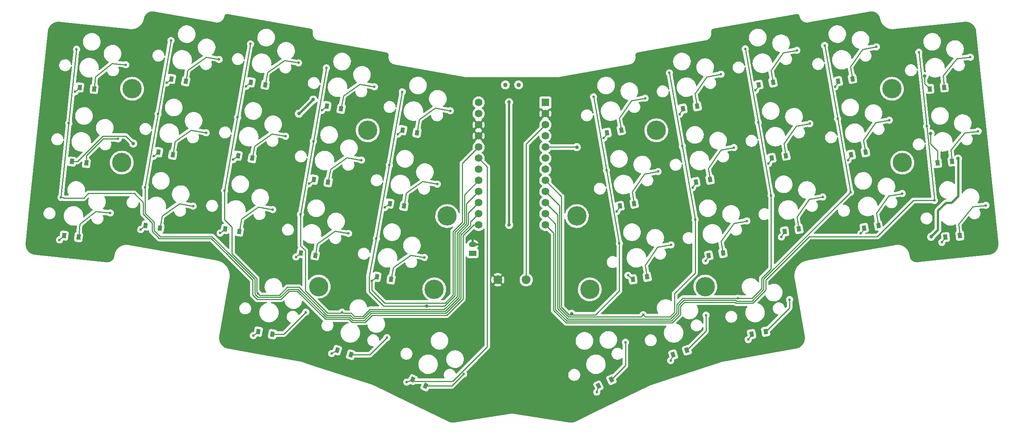
<source format=gbr>
%TF.GenerationSoftware,KiCad,Pcbnew,(6.0.7-1)-1*%
%TF.CreationDate,2022-09-13T11:26:25-04:00*%
%TF.ProjectId,egret,65677265-742e-46b6-9963-61645f706362,v1.0.0*%
%TF.SameCoordinates,Original*%
%TF.FileFunction,Copper,L1,Top*%
%TF.FilePolarity,Positive*%
%FSLAX46Y46*%
G04 Gerber Fmt 4.6, Leading zero omitted, Abs format (unit mm)*
G04 Created by KiCad (PCBNEW (6.0.7-1)-1) date 2022-09-13 11:26:25*
%MOMM*%
%LPD*%
G01*
G04 APERTURE LIST*
G04 Aperture macros list*
%AMRotRect*
0 Rectangle, with rotation*
0 The origin of the aperture is its center*
0 $1 length*
0 $2 width*
0 $3 Rotation angle, in degrees counterclockwise*
0 Add horizontal line*
21,1,$1,$2,0,0,$3*%
G04 Aperture macros list end*
%TA.AperFunction,WasherPad*%
%ADD10C,1.000000*%
%TD*%
%TA.AperFunction,SMDPad,CuDef*%
%ADD11RotRect,0.900000X1.200000X350.000000*%
%TD*%
%TA.AperFunction,ComponentPad*%
%ADD12C,0.600000*%
%TD*%
%TA.AperFunction,SMDPad,CuDef*%
%ADD13RotRect,0.250000X1.000000X305.000000*%
%TD*%
%TA.AperFunction,ComponentPad*%
%ADD14R,1.752600X1.752600*%
%TD*%
%TA.AperFunction,ComponentPad*%
%ADD15C,1.752600*%
%TD*%
%TA.AperFunction,SMDPad,CuDef*%
%ADD16RotRect,0.900000X1.200000X334.000000*%
%TD*%
%TA.AperFunction,SMDPad,CuDef*%
%ADD17RotRect,0.250000X1.000000X289.000000*%
%TD*%
%TA.AperFunction,SMDPad,CuDef*%
%ADD18RotRect,0.900000X1.200000X10.000000*%
%TD*%
%TA.AperFunction,SMDPad,CuDef*%
%ADD19RotRect,0.250000X1.000000X325.000000*%
%TD*%
%TA.AperFunction,ComponentPad*%
%ADD20C,4.400000*%
%TD*%
%TA.AperFunction,SMDPad,CuDef*%
%ADD21RotRect,0.900000X1.200000X354.000000*%
%TD*%
%TA.AperFunction,SMDPad,CuDef*%
%ADD22RotRect,0.250000X1.000000X309.000000*%
%TD*%
%TA.AperFunction,ComponentPad*%
%ADD23R,1.700000X1.200000*%
%TD*%
%TA.AperFunction,ComponentPad*%
%ADD24O,1.700000X1.200000*%
%TD*%
%TA.AperFunction,SMDPad,CuDef*%
%ADD25RotRect,0.900000X1.200000X18.000000*%
%TD*%
%TA.AperFunction,SMDPad,CuDef*%
%ADD26RotRect,0.250000X1.000000X333.000000*%
%TD*%
%TA.AperFunction,SMDPad,CuDef*%
%ADD27RotRect,0.900000X1.200000X6.000000*%
%TD*%
%TA.AperFunction,SMDPad,CuDef*%
%ADD28RotRect,0.250000X1.000000X321.000000*%
%TD*%
%TA.AperFunction,SMDPad,CuDef*%
%ADD29RotRect,0.900000X1.200000X26.000000*%
%TD*%
%TA.AperFunction,SMDPad,CuDef*%
%ADD30RotRect,0.250000X1.000000X341.000000*%
%TD*%
%TA.AperFunction,ComponentPad*%
%ADD31C,2.000000*%
%TD*%
%TA.AperFunction,SMDPad,CuDef*%
%ADD32RotRect,0.250000X1.000000X55.000000*%
%TD*%
%TA.AperFunction,SMDPad,CuDef*%
%ADD33RotRect,0.900000X1.200000X342.000000*%
%TD*%
%TA.AperFunction,SMDPad,CuDef*%
%ADD34RotRect,0.250000X1.000000X297.000000*%
%TD*%
%TA.AperFunction,ViaPad*%
%ADD35C,0.800000*%
%TD*%
%TA.AperFunction,Conductor*%
%ADD36C,0.250000*%
%TD*%
%TA.AperFunction,Conductor*%
%ADD37C,0.500000*%
%TD*%
G04 APERTURE END LIST*
D10*
%TO.P,T1,*%
%TO.N,*%
X207955131Y-81516544D03*
X204955131Y-81516544D03*
%TD*%
D11*
%TO.P,D11,1*%
%TO.N,row2*%
X161247908Y-103135767D03*
%TO.P,D11,2*%
%TO.N,index_home*%
X164497774Y-103708805D03*
D12*
%TO.P,D11,3*%
%TO.N,row2*%
X160121328Y-104054089D03*
D13*
%TO.P,D11,4*%
X160526787Y-103770183D03*
%TD*%
D11*
%TO.P,D15,1*%
%TO.N,row1*%
X181514051Y-91858622D03*
%TO.P,D15,2*%
%TO.N,inner_top*%
X184763917Y-92431660D03*
D12*
%TO.P,D15,3*%
%TO.N,row1*%
X180387471Y-92776944D03*
D13*
%TO.P,D15,4*%
X180792930Y-92493038D03*
%TD*%
D12*
%TO.P,S33,3*%
%TO.N,col6*%
X225052658Y-84244494D03*
%TO.P,S33,4*%
%TO.N,mirror_inner_top*%
X236835260Y-84553155D03*
%TD*%
D14*
%TO.P,MCU1,1*%
%TO.N,RAW*%
X214075131Y-85546547D03*
D15*
%TO.P,MCU1,2*%
%TO.N,GND*%
X214075131Y-88086547D03*
%TO.P,MCU1,3*%
%TO.N,RST*%
X214075131Y-90626547D03*
%TO.P,MCU1,4*%
%TO.N,VCC*%
X214075131Y-93166547D03*
%TO.P,MCU1,5*%
%TO.N,row1*%
X214075131Y-95706547D03*
%TO.P,MCU1,6*%
%TO.N,row2*%
X214075131Y-98246547D03*
%TO.P,MCU1,7*%
%TO.N,P19*%
X214075131Y-100786547D03*
%TO.P,MCU1,8*%
%TO.N,col6*%
X214075131Y-103326547D03*
%TO.P,MCU1,9*%
%TO.N,col7*%
X214075131Y-105866547D03*
%TO.P,MCU1,10*%
%TO.N,col8*%
X214075131Y-108406547D03*
%TO.P,MCU1,11*%
%TO.N,col9*%
X214075131Y-110946547D03*
%TO.P,MCU1,12*%
%TO.N,col10*%
X214075131Y-113486547D03*
%TO.P,MCU1,13*%
%TO.N,led*%
X198835131Y-85546547D03*
%TO.P,MCU1,14*%
%TO.N,P0*%
X198835131Y-88086547D03*
%TO.P,MCU1,15*%
%TO.N,GND*%
X198835131Y-90626547D03*
%TO.P,MCU1,16*%
X198835131Y-93166547D03*
%TO.P,MCU1,17*%
%TO.N,row3*%
X198835131Y-95706547D03*
%TO.P,MCU1,18*%
%TO.N,row4*%
X198835131Y-98246547D03*
%TO.P,MCU1,19*%
%TO.N,P4*%
X198835131Y-100786547D03*
%TO.P,MCU1,20*%
%TO.N,col5*%
X198835131Y-103326547D03*
%TO.P,MCU1,21*%
%TO.N,col4*%
X198835131Y-105866547D03*
%TO.P,MCU1,22*%
%TO.N,col3*%
X198835131Y-108406547D03*
%TO.P,MCU1,23*%
%TO.N,col2*%
X198835131Y-110946547D03*
%TO.P,MCU1,24*%
%TO.N,col1*%
X198835131Y-113486547D03*
%TD*%
D12*
%TO.P,S24,3*%
%TO.N,col9*%
X277819862Y-72528575D03*
%TO.P,S24,4*%
%TO.N,mirror_ring_top*%
X289602464Y-72837236D03*
%TD*%
%TO.P,S7,3*%
%TO.N,col3*%
X140874826Y-105661389D03*
%TO.P,S7,4*%
%TO.N,middle_bottom*%
X151841282Y-109981324D03*
%TD*%
D11*
%TO.P,D16,1*%
%TO.N,row4*%
X148549900Y-137832910D03*
%TO.P,D16,2*%
%TO.N,tucky_thumb*%
X151799766Y-138405948D03*
D12*
%TO.P,D16,3*%
%TO.N,row4*%
X147423320Y-138751232D03*
D13*
%TO.P,D16,4*%
X147828779Y-138467326D03*
%TD*%
D16*
%TO.P,D18,1*%
%TO.N,row4*%
X183769204Y-148793449D03*
%TO.P,D18,2*%
%TO.N,reachy_thumb*%
X186735224Y-150240073D03*
D12*
%TO.P,D18,3*%
%TO.N,row4*%
X182433141Y-149365669D03*
D17*
%TO.P,D18,4*%
X182901149Y-149204521D03*
%TD*%
D12*
%TO.P,S30,3*%
%TO.N,col7*%
X242366785Y-78779906D03*
%TO.P,S30,4*%
%TO.N,mirror_index_top*%
X254149387Y-79088567D03*
%TD*%
D18*
%TO.P,D24,1*%
%TO.N,row1*%
X280913548Y-80715740D03*
%TO.P,D24,2*%
%TO.N,mirror_ring_top*%
X284163414Y-80142702D03*
D12*
%TO.P,D24,3*%
%TO.N,row1*%
X280168994Y-81963995D03*
D19*
%TO.P,D24,4*%
X280452900Y-81558535D03*
%TD*%
D18*
%TO.P,D23,1*%
%TO.N,row2*%
X283865569Y-97457472D03*
%TO.P,D23,2*%
%TO.N,mirror_ring_home*%
X287115435Y-96884434D03*
D12*
%TO.P,D23,3*%
%TO.N,row2*%
X283121015Y-98705727D03*
D19*
%TO.P,D23,4*%
X283404921Y-98300267D03*
%TD*%
D12*
%TO.P,S25,3*%
%TO.N,col8*%
X265584946Y-106798783D03*
%TO.P,S25,4*%
%TO.N,mirror_middle_bottom*%
X277367548Y-107107444D03*
%TD*%
%TO.P,S36,4*%
%TO.N,mirror_reachy_thumb*%
X232355748Y-140271776D03*
%TD*%
D18*
%TO.P,D25,1*%
%TO.N,row3*%
X268678631Y-114985951D03*
%TO.P,D25,2*%
%TO.N,mirror_middle_bottom*%
X271928497Y-114412913D03*
D12*
%TO.P,D25,3*%
%TO.N,row3*%
X267934077Y-116234206D03*
D19*
%TO.P,D25,4*%
X268217983Y-115828746D03*
%TD*%
D20*
%TO.P,PAD7,*%
%TO.N,*%
X117404224Y-99263565D03*
%TD*%
D18*
%TO.P,D22,1*%
%TO.N,row3*%
X286817586Y-114199203D03*
%TO.P,D22,2*%
%TO.N,mirror_ring_bottom*%
X290067452Y-113626165D03*
D12*
%TO.P,D22,3*%
%TO.N,row3*%
X286073032Y-115447458D03*
D19*
%TO.P,D22,4*%
X286356938Y-115041998D03*
%TD*%
D12*
%TO.P,S29,3*%
%TO.N,col7*%
X245318803Y-95521638D03*
%TO.P,S29,4*%
%TO.N,mirror_index_home*%
X257101405Y-95830299D03*
%TD*%
%TO.P,S17,3*%
%TO.N,col4*%
X167654849Y-133400553D03*
%TO.P,S17,4*%
%TO.N,home_thumb*%
X177913362Y-139204682D03*
%TD*%
D21*
%TO.P,D1,1*%
%TO.N,row3*%
X104253651Y-115923686D03*
%TO.P,D1,2*%
%TO.N,pinky_bottom*%
X107535573Y-116268630D03*
D12*
%TO.P,D1,3*%
%TO.N,row3*%
X103193874Y-116918358D03*
D22*
%TO.P,D1,4*%
X103578541Y-116606860D03*
%TD*%
D12*
%TO.P,S18,4*%
%TO.N,reachy_thumb*%
X195429556Y-147526818D03*
%TD*%
%TO.P,S2,3*%
%TO.N,col1*%
X105313480Y-90294068D03*
%TO.P,S2,4*%
%TO.N,pinky_home*%
X116554566Y-93838498D03*
%TD*%
%TO.P,S23,3*%
%TO.N,col9*%
X280771881Y-89270304D03*
%TO.P,S23,4*%
%TO.N,mirror_ring_home*%
X292554483Y-89578965D03*
%TD*%
D18*
%TO.P,D26,1*%
%TO.N,row2*%
X265726614Y-98244220D03*
%TO.P,D26,2*%
%TO.N,mirror_middle_home*%
X268976480Y-97671182D03*
D12*
%TO.P,D26,3*%
%TO.N,row2*%
X264982060Y-99492475D03*
D19*
%TO.P,D26,4*%
X265265966Y-99087015D03*
%TD*%
D12*
%TO.P,S22,3*%
%TO.N,col9*%
X283723902Y-106012035D03*
%TO.P,S22,4*%
%TO.N,mirror_ring_bottom*%
X295506504Y-106320696D03*
%TD*%
%TO.P,S1,3*%
%TO.N,col1*%
X103536496Y-107200940D03*
%TO.P,S1,4*%
%TO.N,pinky_bottom*%
X114777582Y-110745370D03*
%TD*%
D23*
%TO.P,JST1,1*%
%TO.N,BAT_POS*%
X197455133Y-119966543D03*
D24*
%TO.P,JST1,2*%
%TO.N,GND*%
X197455133Y-117966543D03*
%TD*%
D18*
%TO.P,D30,1*%
%TO.N,row1*%
X245460469Y-86967074D03*
%TO.P,D30,2*%
%TO.N,mirror_index_top*%
X248710335Y-86394036D03*
D12*
%TO.P,D30,3*%
%TO.N,row1*%
X244715915Y-88215329D03*
D19*
%TO.P,D30,4*%
X244999821Y-87809869D03*
%TD*%
D20*
%TO.P,PAD2,*%
%TO.N,*%
X188710933Y-128210614D03*
%TD*%
D12*
%TO.P,S34,3*%
%TO.N,col8*%
X258016809Y-130218781D03*
%TO.P,S34,4*%
%TO.N,mirror_tucky_thumb*%
X269799411Y-130527442D03*
%TD*%
%TO.P,S15,3*%
%TO.N,col5*%
X181407115Y-83107097D03*
%TO.P,S15,4*%
%TO.N,inner_top*%
X192373571Y-87427032D03*
%TD*%
D20*
%TO.P,PAD11,*%
%TO.N,*%
X295506037Y-99263563D03*
%TD*%
D11*
%TO.P,D8,1*%
%TO.N,row2*%
X143933784Y-97671184D03*
%TO.P,D8,2*%
%TO.N,middle_home*%
X147183650Y-98244222D03*
D12*
%TO.P,D8,3*%
%TO.N,row2*%
X142807204Y-98589506D03*
D13*
%TO.P,D8,4*%
X143212663Y-98305600D03*
%TD*%
D11*
%TO.P,D7,1*%
%TO.N,row3*%
X140981763Y-114412913D03*
%TO.P,D7,2*%
%TO.N,middle_bottom*%
X144231629Y-114985951D03*
D12*
%TO.P,D7,3*%
%TO.N,row3*%
X139855183Y-115331235D03*
D13*
%TO.P,D7,4*%
X140260642Y-115047329D03*
%TD*%
D12*
%TO.P,S13,3*%
%TO.N,col5*%
X175503078Y-116590559D03*
%TO.P,S13,4*%
%TO.N,inner_bottom*%
X186469534Y-120910494D03*
%TD*%
D18*
%TO.P,D27,1*%
%TO.N,row1*%
X262774593Y-81502489D03*
%TO.P,D27,2*%
%TO.N,mirror_middle_top*%
X266024459Y-80929451D03*
D12*
%TO.P,D27,3*%
%TO.N,row1*%
X262030039Y-82750744D03*
D19*
%TO.P,D27,4*%
X262313945Y-82345284D03*
%TD*%
D11*
%TO.P,D13,1*%
%TO.N,row3*%
X175610013Y-125342084D03*
%TO.P,D13,2*%
%TO.N,inner_bottom*%
X178859879Y-125915122D03*
D12*
%TO.P,D13,3*%
%TO.N,row3*%
X174483433Y-126260406D03*
D13*
%TO.P,D13,4*%
X174888892Y-125976500D03*
%TD*%
D12*
%TO.P,S11,3*%
%TO.N,col4*%
X161140969Y-94384243D03*
%TO.P,S11,4*%
%TO.N,index_home*%
X172107425Y-98704178D03*
%TD*%
D21*
%TO.P,D2,1*%
%TO.N,row2*%
X106030634Y-99016817D03*
%TO.P,D2,2*%
%TO.N,pinky_home*%
X109312556Y-99361761D03*
%TD*%
D11*
%TO.P,D5,1*%
%TO.N,row2*%
X125794829Y-96884434D03*
%TO.P,D5,2*%
%TO.N,ring_home*%
X129044695Y-97457472D03*
D12*
%TO.P,D5,3*%
%TO.N,row2*%
X124668249Y-97802756D03*
D13*
%TO.P,D5,4*%
X125073708Y-97518850D03*
%TD*%
D12*
%TO.P,S20,3*%
%TO.N,col10*%
X301082664Y-90978729D03*
%TO.P,S20,4*%
%TO.N,mirror_pinky_home*%
X312815034Y-92108552D03*
%TD*%
D25*
%TO.P,D35,1*%
%TO.N,row4*%
X243229003Y-143101547D03*
%TO.P,D35,2*%
%TO.N,mirror_home_thumb*%
X246367489Y-142081791D03*
D12*
%TO.P,D35,3*%
%TO.N,row4*%
X242665418Y-144441275D03*
D26*
%TO.P,D35,4*%
X242890132Y-144000250D03*
%TD*%
D18*
%TO.P,D29,1*%
%TO.N,row2*%
X248412489Y-103708804D03*
%TO.P,D29,2*%
%TO.N,mirror_index_home*%
X251662355Y-103135766D03*
D12*
%TO.P,D29,3*%
%TO.N,row2*%
X247667935Y-104957059D03*
D19*
%TO.P,D29,4*%
X247951841Y-104551599D03*
%TD*%
D12*
%TO.P,S31,3*%
%TO.N,col6*%
X230956695Y-117727955D03*
%TO.P,S31,4*%
%TO.N,mirror_inner_bottom*%
X242739297Y-118036616D03*
%TD*%
%TO.P,S4,3*%
%TO.N,col2*%
X122735873Y-104874639D03*
%TO.P,S4,4*%
%TO.N,ring_bottom*%
X133702329Y-109194574D03*
%TD*%
%TO.P,S26,3*%
%TO.N,col8*%
X262632928Y-90057052D03*
%TO.P,S26,4*%
%TO.N,mirror_middle_home*%
X274415530Y-90365713D03*
%TD*%
D27*
%TO.P,D19,1*%
%TO.N,row3*%
X305374689Y-116268631D03*
%TO.P,D19,2*%
%TO.N,mirror_pinky_bottom*%
X308656611Y-115923687D03*
D12*
%TO.P,D19,3*%
%TO.N,row3*%
X304544874Y-117461907D03*
D28*
%TO.P,D19,4*%
X304856372Y-117077239D03*
%TD*%
D11*
%TO.P,D14,1*%
%TO.N,row2*%
X178562031Y-108600353D03*
%TO.P,D14,2*%
%TO.N,inner_home*%
X181811897Y-109173391D03*
D12*
%TO.P,D14,3*%
%TO.N,row2*%
X177435451Y-109518675D03*
D13*
%TO.P,D14,4*%
X177840910Y-109234769D03*
%TD*%
D11*
%TO.P,D12,1*%
%TO.N,row1*%
X164199926Y-86394035D03*
%TO.P,D12,2*%
%TO.N,index_top*%
X167449792Y-86967073D03*
D12*
%TO.P,D12,3*%
%TO.N,row1*%
X163073346Y-87312357D03*
D13*
%TO.P,D12,4*%
X163478805Y-87028451D03*
%TD*%
D12*
%TO.P,S35,3*%
%TO.N,col7*%
X236396774Y-133969888D03*
%TO.P,S35,4*%
%TO.N,mirror_home_thumb*%
X250736885Y-134090451D03*
%TD*%
%TO.P,S27,3*%
%TO.N,col8*%
X259680909Y-73315321D03*
%TO.P,S27,4*%
%TO.N,mirror_middle_top*%
X271463511Y-73623982D03*
%TD*%
D18*
%TO.P,D34,1*%
%TO.N,row4*%
X261110497Y-138405949D03*
%TO.P,D34,2*%
%TO.N,mirror_tucky_thumb*%
X264360363Y-137832911D03*
D12*
%TO.P,D34,3*%
%TO.N,row4*%
X260365943Y-139654204D03*
D19*
%TO.P,D34,4*%
X260649849Y-139248744D03*
%TD*%
D11*
%TO.P,D9,1*%
%TO.N,row1*%
X146885803Y-80929451D03*
%TO.P,D9,2*%
%TO.N,middle_top*%
X150135669Y-81502489D03*
D12*
%TO.P,D9,3*%
%TO.N,row1*%
X145759223Y-81847773D03*
D13*
%TO.P,D9,4*%
X146164682Y-81563867D03*
%TD*%
D12*
%TO.P,S3,3*%
%TO.N,col1*%
X107090464Y-73387198D03*
%TO.P,S3,4*%
%TO.N,pinky_top*%
X118331550Y-76931628D03*
%TD*%
%TO.P,S32,3*%
%TO.N,col6*%
X228004678Y-100986224D03*
%TO.P,S32,4*%
%TO.N,mirror_inner_home*%
X239787280Y-101294885D03*
%TD*%
D20*
%TO.P,PAD9,*%
%TO.N,*%
X162334023Y-127558753D03*
%TD*%
%TO.P,PAD12,*%
%TO.N,*%
X239374398Y-91898836D03*
%TD*%
D12*
%TO.P,S14,3*%
%TO.N,col5*%
X178455096Y-99848827D03*
%TO.P,S14,4*%
%TO.N,inner_home*%
X189421552Y-104168762D03*
%TD*%
D20*
%TO.P,PAD3,*%
%TO.N,*%
X224199330Y-128210613D03*
%TD*%
D18*
%TO.P,D28,1*%
%TO.N,row3*%
X251364509Y-120450537D03*
%TO.P,D28,2*%
%TO.N,mirror_index_bottom*%
X254614375Y-119877499D03*
D12*
%TO.P,D28,3*%
%TO.N,row3*%
X250619955Y-121698792D03*
D19*
%TO.P,D28,4*%
X250903861Y-121293332D03*
%TD*%
D20*
%TO.P,PAD13,*%
%TO.N,*%
X250576238Y-127558754D03*
%TD*%
D12*
%TO.P,S19,3*%
%TO.N,col10*%
X302859648Y-107885601D03*
%TO.P,S19,4*%
%TO.N,mirror_pinky_bottom*%
X314592018Y-109015424D03*
%TD*%
D29*
%TO.P,D36,1*%
%TO.N,row4*%
X226175040Y-150240074D03*
%TO.P,D36,2*%
%TO.N,mirror_reachy_thumb*%
X229141060Y-148793450D03*
D12*
%TO.P,D36,3*%
%TO.N,row4*%
X225803394Y-151645200D03*
D30*
%TO.P,D36,4*%
X225964542Y-151177193D03*
%TD*%
D27*
%TO.P,D21,1*%
%TO.N,row1*%
X301820725Y-82454886D03*
%TO.P,D21,2*%
%TO.N,mirror_pinky_top*%
X305102647Y-82109942D03*
%TD*%
D11*
%TO.P,D10,1*%
%TO.N,row3*%
X158295888Y-119877499D03*
%TO.P,D10,2*%
%TO.N,index_bottom*%
X161545754Y-120450537D03*
D12*
%TO.P,D10,3*%
%TO.N,row3*%
X157169308Y-120795821D03*
D13*
%TO.P,D10,4*%
X157574767Y-120511915D03*
%TD*%
D12*
%TO.P,S21,3*%
%TO.N,col10*%
X299305678Y-74071857D03*
%TO.P,S21,4*%
%TO.N,mirror_pinky_top*%
X311038048Y-75201680D03*
%TD*%
D21*
%TO.P,D3,1*%
%TO.N,row1*%
X107807617Y-82109944D03*
%TO.P,D3,2*%
%TO.N,pinky_top*%
X111089539Y-82454888D03*
D12*
%TO.P,D3,3*%
%TO.N,row1*%
X106747840Y-83104616D03*
D22*
%TO.P,D3,4*%
X107132507Y-82793118D03*
%TD*%
D12*
%TO.P,S6,3*%
%TO.N,col2*%
X128639912Y-71391176D03*
%TO.P,S6,4*%
%TO.N,ring_top*%
X139606368Y-75711111D03*
%TD*%
D31*
%TO.P,B1,1*%
%TO.N,RST*%
X209705130Y-126000007D03*
%TO.P,B1,2*%
%TO.N,GND*%
X203205130Y-126000007D03*
%TD*%
D12*
%TO.P,S28,3*%
%TO.N,col7*%
X248270823Y-112263369D03*
%TO.P,S28,4*%
%TO.N,mirror_index_bottom*%
X260053425Y-112572030D03*
%TD*%
%TO.P,S8,3*%
%TO.N,col3*%
X143826843Y-88919656D03*
%TO.P,S8,4*%
%TO.N,middle_home*%
X154793299Y-93239591D03*
%TD*%
D18*
%TO.P,D31,1*%
%TO.N,row3*%
X234050383Y-125915122D03*
%TO.P,D31,2*%
%TO.N,mirror_inner_bottom*%
X237300249Y-125342084D03*
D12*
%TO.P,D31,3*%
%TO.N,row3*%
X232923803Y-124996800D03*
D32*
%TO.P,D31,4*%
X233329262Y-125280706D03*
%TD*%
D27*
%TO.P,D20,1*%
%TO.N,row2*%
X303597708Y-99361759D03*
%TO.P,D20,2*%
%TO.N,mirror_pinky_home*%
X306879630Y-99016815D03*
%TD*%
D20*
%TO.P,PAD8,*%
%TO.N,*%
X173535860Y-91898835D03*
%TD*%
%TO.P,PAD5,*%
%TO.N,*%
X221247311Y-111468882D03*
%TD*%
%TO.P,PAD10,*%
%TO.N,*%
X293144902Y-82417644D03*
%TD*%
D11*
%TO.P,D4,1*%
%TO.N,row3*%
X122842810Y-113626166D03*
%TO.P,D4,2*%
%TO.N,ring_bottom*%
X126092676Y-114199204D03*
D12*
%TO.P,D4,3*%
%TO.N,row3*%
X121716230Y-114544488D03*
D13*
%TO.P,D4,4*%
X122121689Y-114260582D03*
%TD*%
D12*
%TO.P,S5,3*%
%TO.N,col2*%
X125687892Y-88132908D03*
%TO.P,S5,4*%
%TO.N,ring_home*%
X136654348Y-92452843D03*
%TD*%
%TO.P,S10,3*%
%TO.N,col4*%
X158188950Y-111125976D03*
%TO.P,S10,4*%
%TO.N,index_bottom*%
X169155406Y-115445911D03*
%TD*%
%TO.P,S16,3*%
%TO.N,col3*%
X148442964Y-129081385D03*
%TO.P,S16,4*%
%TO.N,tucky_thumb*%
X159409420Y-133401320D03*
%TD*%
D18*
%TO.P,D32,1*%
%TO.N,row2*%
X231098364Y-109173392D03*
%TO.P,D32,2*%
%TO.N,mirror_inner_home*%
X234348230Y-108600354D03*
D12*
%TO.P,D32,3*%
%TO.N,row2*%
X230353810Y-110421647D03*
D19*
%TO.P,D32,4*%
X230637716Y-110016187D03*
%TD*%
D20*
%TO.P,PAD4,*%
%TO.N,*%
X191662947Y-111468881D03*
%TD*%
D11*
%TO.P,D6,1*%
%TO.N,row1*%
X128746848Y-80142700D03*
%TO.P,D6,2*%
%TO.N,ring_top*%
X131996714Y-80715738D03*
D12*
%TO.P,D6,3*%
%TO.N,row1*%
X127620268Y-81061022D03*
D13*
%TO.P,D6,4*%
X128025727Y-80777116D03*
%TD*%
D12*
%TO.P,S9,3*%
%TO.N,col3*%
X146778863Y-72177924D03*
%TO.P,S9,4*%
%TO.N,middle_top*%
X157745319Y-76497859D03*
%TD*%
D20*
%TO.P,PAD6,*%
%TO.N,*%
X119765361Y-82417643D03*
%TD*%
D33*
%TO.P,D17,1*%
%TO.N,row4*%
X166542769Y-142081790D03*
%TO.P,D17,2*%
%TO.N,home_thumb*%
X169681255Y-143101546D03*
D12*
%TO.P,D17,3*%
%TO.N,row4*%
X165299346Y-142834386D03*
D34*
%TO.P,D17,4*%
X165740372Y-142609672D03*
%TD*%
D12*
%TO.P,S12,3*%
%TO.N,col4*%
X164092988Y-77642511D03*
%TO.P,S12,4*%
%TO.N,index_top*%
X175059444Y-81962446D03*
%TD*%
D18*
%TO.P,D33,1*%
%TO.N,row1*%
X228146346Y-92431659D03*
%TO.P,D33,2*%
%TO.N,mirror_inner_top*%
X231396212Y-91858621D03*
D12*
%TO.P,D33,3*%
%TO.N,row1*%
X227401792Y-93679914D03*
D19*
%TO.P,D33,4*%
X227685698Y-93274454D03*
%TD*%
D35*
%TO.N,row2*%
X120025000Y-94900000D03*
X301980667Y-92591522D03*
%TO.N,row1*%
X221250000Y-95725000D03*
X300607239Y-79524239D03*
%TO.N,col5*%
X186975000Y-132025500D03*
%TO.N,col6*%
X220075000Y-133750500D03*
%TO.N,VCC*%
X302100000Y-116200000D03*
X161100000Y-84875000D03*
X157825000Y-88100000D03*
X308225000Y-98325000D03*
%TO.N,BAT_POS*%
X205775000Y-85475000D03*
X205800000Y-113500000D03*
%TD*%
D36*
%TO.N,col1*%
X141650000Y-120447792D02*
X147300000Y-126097792D01*
X137813604Y-116600000D02*
X141650000Y-120436396D01*
X169934302Y-135716000D02*
X172943188Y-135716000D01*
X155550000Y-128600000D02*
X157450000Y-128600000D01*
X124300000Y-113000000D02*
X124300000Y-114936396D01*
X103536496Y-107200940D02*
X103960760Y-107200940D01*
X109800000Y-106300000D02*
X120246879Y-106300000D01*
X153700000Y-130450000D02*
X155550000Y-128600000D01*
X103960760Y-107200940D02*
X104139322Y-107379502D01*
X124300000Y-114936396D02*
X125963604Y-116600000D01*
X141650000Y-120436396D02*
X141650000Y-120447792D01*
X104139322Y-107379502D02*
X108720498Y-107379502D01*
X122285873Y-108338994D02*
X122285873Y-110985873D01*
X122285873Y-110985873D02*
X124300000Y-113000000D01*
X163840000Y-134990000D02*
X169208302Y-134990000D01*
X195250000Y-130406980D02*
X195250000Y-115936396D01*
X172943188Y-135716000D02*
X174559188Y-134100000D01*
X197699849Y-113486547D02*
X198835131Y-113486547D01*
X105313477Y-90294069D02*
X103536496Y-107200940D01*
X107090464Y-73387197D02*
X105313477Y-90294069D01*
X147300000Y-129486396D02*
X148263604Y-130450000D01*
X191556980Y-134100000D02*
X195250000Y-130406980D01*
X147300000Y-126097792D02*
X147300000Y-129486396D01*
X195250000Y-115936396D02*
X197699849Y-113486547D01*
X148263604Y-130450000D02*
X153700000Y-130450000D01*
X174559188Y-134100000D02*
X191556980Y-134100000D01*
X157450000Y-128600000D02*
X163840000Y-134990000D01*
X125963604Y-116600000D02*
X137813604Y-116600000D01*
X108720498Y-107379502D02*
X109800000Y-106300000D01*
X169208302Y-134990000D02*
X169934302Y-135716000D01*
X120246879Y-106300000D02*
X122285873Y-108338994D01*
%TO.N,pinky_bottom*%
X111430083Y-110393533D02*
X114777581Y-110745370D01*
X107535572Y-116268631D02*
X107848210Y-113294076D01*
X107848210Y-113294076D02*
X111430083Y-110393533D01*
%TO.N,row3*%
X193000000Y-115004416D02*
X195150000Y-112854416D01*
X193000000Y-129475000D02*
X193000000Y-115004416D01*
X195150000Y-112854416D02*
X195150000Y-99391678D01*
X177436396Y-131300000D02*
X191175000Y-131300000D01*
X191175000Y-131300000D02*
X193000000Y-129475000D01*
X174483433Y-126260406D02*
X174483433Y-128347037D01*
X174483433Y-128347037D02*
X177436396Y-131300000D01*
X195150000Y-99391678D02*
X198835131Y-95706547D01*
%TO.N,pinky_home*%
X109312556Y-99361760D02*
X109312556Y-97662444D01*
X113136501Y-93838499D02*
X116554566Y-93838499D01*
X109312556Y-97662444D02*
X113136501Y-93838499D01*
%TO.N,row2*%
X118338498Y-93213498D02*
X113086502Y-93213498D01*
X107283183Y-99016817D02*
X106030634Y-99016817D01*
X303597708Y-96604535D02*
X303597708Y-99361759D01*
X301980667Y-94987494D02*
X303597708Y-96604535D01*
X120025000Y-94900000D02*
X118338498Y-93213498D01*
X301980667Y-92591522D02*
X301980667Y-94987494D01*
X113086502Y-93213498D02*
X107283183Y-99016817D01*
%TO.N,pinky_top*%
X111089540Y-82454888D02*
X111378135Y-79709085D01*
X115212801Y-76603835D02*
X118331549Y-76931629D01*
X111378135Y-79709085D02*
X115212801Y-76603835D01*
%TO.N,row1*%
X300575000Y-81209161D02*
X301820725Y-82454886D01*
X221250000Y-95725000D02*
X221231547Y-95706547D01*
X300575000Y-79556478D02*
X300575000Y-81209161D01*
X221231547Y-95706547D02*
X214075131Y-95706547D01*
X300607239Y-79524239D02*
X300575000Y-79556478D01*
%TO.N,col2*%
X169394698Y-134540000D02*
X170120698Y-135266000D01*
X147750000Y-125911396D02*
X147750000Y-129300000D01*
X124750000Y-114750000D02*
X126150000Y-116150000D01*
X194800000Y-115750000D02*
X196950000Y-113600000D01*
X138000000Y-116150000D02*
X142100000Y-120250000D01*
X142100000Y-120261396D02*
X147750000Y-125911396D01*
X191370584Y-133650000D02*
X194800000Y-130220584D01*
X194800000Y-130220584D02*
X194800000Y-115750000D01*
X196950000Y-113600000D02*
X196950000Y-112800000D01*
X170120698Y-135266000D02*
X172756792Y-135266000D01*
X174372792Y-133650000D02*
X191370584Y-133650000D01*
X126150000Y-116150000D02*
X138000000Y-116150000D01*
X124750000Y-112813604D02*
X124750000Y-114750000D01*
X196950000Y-112800000D02*
X198803453Y-110946547D01*
X122735873Y-104874639D02*
X122735873Y-110799477D01*
X128639908Y-71391177D02*
X125687890Y-88132908D01*
X155363604Y-128150000D02*
X157636396Y-128150000D01*
X172756792Y-135266000D02*
X174372792Y-133650000D01*
X142100000Y-120250000D02*
X142100000Y-120261396D01*
X164026396Y-134540000D02*
X169394698Y-134540000D01*
X157636396Y-128150000D02*
X164026396Y-134540000D01*
X125687890Y-88132908D02*
X122735872Y-104874641D01*
X148450000Y-130000000D02*
X153513604Y-130000000D01*
X153513604Y-130000000D02*
X155363604Y-128150000D01*
X198803453Y-110946547D02*
X198835131Y-110946547D01*
X122735873Y-110799477D02*
X124750000Y-112813604D01*
X147750000Y-129300000D02*
X148450000Y-130000000D01*
%TO.N,ring_bottom*%
X126092676Y-114199205D02*
X126580253Y-111434016D01*
X130567838Y-108641880D02*
X133702328Y-109194575D01*
X126580253Y-111434016D02*
X130567838Y-108641880D01*
%TO.N,ring_home*%
X133251989Y-91852915D02*
X136654348Y-92452842D01*
X129044695Y-97457472D02*
X129579504Y-94424417D01*
X129579504Y-94424417D02*
X133251989Y-91852915D01*
%TO.N,ring_top*%
X132446435Y-78165240D02*
X131996714Y-80715739D01*
X136686564Y-75196271D02*
X132446435Y-78165240D01*
X139606366Y-75711111D02*
X136686564Y-75196271D01*
%TO.N,col3*%
X153327208Y-129550000D02*
X155177208Y-127700000D01*
X148200000Y-125725000D02*
X148200000Y-128838421D01*
X148911579Y-129550000D02*
X153327208Y-129550000D01*
X174186396Y-133200000D02*
X191184188Y-133200000D01*
X140874826Y-112274826D02*
X142550000Y-113950000D01*
X143826843Y-88919657D02*
X140874825Y-105661388D01*
X148442964Y-129081385D02*
X148911579Y-129550000D01*
X142550000Y-113950000D02*
X142550000Y-120075000D01*
X148200000Y-128838421D02*
X148442964Y-129081385D01*
X196500000Y-110741678D02*
X198835131Y-108406547D01*
X142550000Y-120075000D02*
X148200000Y-125725000D01*
X194350000Y-115563604D02*
X196500000Y-113413604D01*
X146778861Y-72177924D02*
X143826843Y-88919657D01*
X170307094Y-134816000D02*
X172570396Y-134816000D01*
X172570396Y-134816000D02*
X174186396Y-133200000D01*
X155177208Y-127700000D02*
X157822792Y-127700000D01*
X164212792Y-134090000D02*
X169581094Y-134090000D01*
X196500000Y-113413604D02*
X196500000Y-110741678D01*
X140874826Y-105661389D02*
X140874826Y-112274826D01*
X191184188Y-133200000D02*
X194350000Y-130034188D01*
X194350000Y-130034188D02*
X194350000Y-115563604D01*
X169581094Y-134090000D02*
X170307094Y-134816000D01*
X157822792Y-127700000D02*
X164212792Y-134090000D01*
%TO.N,middle_bottom*%
X144741954Y-112091757D02*
X148577782Y-109405879D01*
X148577782Y-109405879D02*
X151841281Y-109981322D01*
X144231628Y-114985952D02*
X144741954Y-112091757D01*
%TO.N,middle_home*%
X151661732Y-92687410D02*
X154793300Y-93239590D01*
X147183648Y-98244221D02*
X147670711Y-95481954D01*
X147670711Y-95481954D02*
X151661732Y-92687410D01*
%TO.N,middle_top*%
X150637487Y-78656530D02*
X154530059Y-75930921D01*
X154530059Y-75930921D02*
X157745320Y-76497860D01*
X150135668Y-81502489D02*
X150637487Y-78656530D01*
%TO.N,col4*%
X164399188Y-133640000D02*
X167415402Y-133640000D01*
X159258000Y-128498812D02*
X164399188Y-133640000D01*
X164092988Y-77642511D02*
X161140970Y-94384244D01*
X196050000Y-108651678D02*
X198835131Y-105866547D01*
X170493490Y-134366000D02*
X172384000Y-134366000D01*
X159258000Y-119319897D02*
X159258000Y-128498812D01*
X167894296Y-133640000D02*
X169767490Y-133640000D01*
X167654849Y-133400553D02*
X167894296Y-133640000D01*
X161140970Y-94384244D02*
X158188951Y-111125975D01*
X190997792Y-132750000D02*
X193900000Y-129847792D01*
X172384000Y-134366000D02*
X174000000Y-132750000D01*
X174000000Y-132750000D02*
X190997792Y-132750000D01*
X169767490Y-133640000D02*
X170493490Y-134366000D01*
X158188950Y-111125976D02*
X158188950Y-118250847D01*
X167415402Y-133640000D02*
X167654849Y-133400553D01*
X193900000Y-115377208D02*
X196050000Y-113227208D01*
X196050000Y-113227208D02*
X196050000Y-108651678D01*
X158188950Y-118250847D02*
X159258000Y-119319897D01*
X193900000Y-129847792D02*
X193900000Y-115377208D01*
%TO.N,index_bottom*%
X161545754Y-120450538D02*
X162021522Y-117752317D01*
X166087881Y-114905024D02*
X169155406Y-115445912D01*
X162021522Y-117752317D02*
X166087881Y-114905024D01*
%TO.N,index_home*%
X164497774Y-103708806D02*
X165020773Y-100742718D01*
X168772033Y-98116058D02*
X172107425Y-98704178D01*
X165020773Y-100742718D02*
X168772033Y-98116058D01*
%TO.N,index_top*%
X167975920Y-83983260D02*
X171706327Y-81371201D01*
X171706327Y-81371201D02*
X175059444Y-81962446D01*
X167449792Y-86967075D02*
X167975920Y-83983260D01*
%TO.N,col5*%
X186975500Y-132025000D02*
X191086396Y-132025000D01*
X186975000Y-132025500D02*
X186975500Y-132025000D01*
X177150000Y-132000000D02*
X173825000Y-128675000D01*
X195600000Y-106561678D02*
X198835131Y-103326547D01*
X193450000Y-115190812D02*
X195600000Y-113040812D01*
X191086396Y-132025000D02*
X193450000Y-129661396D01*
X195600000Y-113040812D02*
X195600000Y-106561678D01*
X186949500Y-132000000D02*
X177150000Y-132000000D01*
X175503078Y-116590559D02*
X173825000Y-125225000D01*
X186975000Y-132025500D02*
X186949500Y-132000000D01*
X181407113Y-83107096D02*
X178455096Y-99848827D01*
X173825000Y-128675000D02*
X173825000Y-125225000D01*
X193450000Y-129661396D02*
X193450000Y-115190812D01*
X181407113Y-83107096D02*
X175503078Y-116590560D01*
%TO.N,inner_bottom*%
X179345198Y-123162738D02*
X183347844Y-120360057D01*
X183347844Y-120360057D02*
X186469533Y-120910494D01*
X178859880Y-125915122D02*
X179345198Y-123162738D01*
%TO.N,inner_home*%
X186069402Y-103577687D02*
X189421552Y-104168762D01*
X181811897Y-109173390D02*
X182337853Y-106190547D01*
X182337853Y-106190547D02*
X186069402Y-103577687D01*
%TO.N,inner_top*%
X184763917Y-92431660D02*
X185299595Y-89393681D01*
X185299595Y-89393681D02*
X188966287Y-86826235D01*
X188966287Y-86826235D02*
X192373571Y-87427032D01*
%TO.N,tucky_thumb*%
X151799766Y-138405948D02*
X154404792Y-138405948D01*
X154404792Y-138405948D02*
X159409420Y-133401320D01*
%TO.N,row4*%
X200800000Y-141272490D02*
X200800000Y-100211416D01*
X200800000Y-100211416D02*
X198835131Y-98246547D01*
X183769204Y-148793449D02*
X184154285Y-149178530D01*
X192893960Y-149178530D02*
X200800000Y-141272490D01*
X184154285Y-149178530D02*
X192893960Y-149178530D01*
%TO.N,home_thumb*%
X174016498Y-143101546D02*
X177913362Y-139204682D01*
X169681255Y-143101546D02*
X174016498Y-143101546D01*
%TO.N,reachy_thumb*%
X186735224Y-150240073D02*
X192716301Y-150240073D01*
X192716301Y-150240073D02*
X195429556Y-147526818D01*
%TO.N,col10*%
X264350000Y-126036396D02*
X264350000Y-128375000D01*
X301082664Y-90978728D02*
X302859649Y-107885602D01*
X245804011Y-131118781D02*
X244925000Y-131997792D01*
X244925000Y-131997792D02*
X244925000Y-133909188D01*
X264350000Y-128375000D02*
X261395000Y-131330000D01*
X218779416Y-135825000D02*
X215950000Y-132995584D01*
X257302385Y-131118781D02*
X245804011Y-131118781D01*
X244925000Y-133909188D02*
X243009188Y-135825000D01*
X302859648Y-107885601D02*
X298064399Y-107885601D01*
X298064399Y-107885601D02*
X289800000Y-116150000D01*
X274236396Y-116150000D02*
X264350000Y-126036396D01*
X257513604Y-131330000D02*
X257302385Y-131118781D01*
X289800000Y-116150000D02*
X274236396Y-116150000D01*
X243009188Y-135825000D02*
X218779416Y-135825000D01*
X215950000Y-115361416D02*
X214075131Y-113486547D01*
X261395000Y-131330000D02*
X257513604Y-131330000D01*
X215950000Y-132995584D02*
X215950000Y-115361416D01*
X299305678Y-74071856D02*
X301082664Y-90978728D01*
%TO.N,mirror_pinky_bottom*%
X311573977Y-109332633D02*
X314592018Y-109015424D01*
X308656611Y-115923687D02*
X308378600Y-113278594D01*
X308378600Y-113278594D02*
X311573977Y-109332633D01*
%TO.N,mirror_pinky_home*%
X306879630Y-99016815D02*
X306599738Y-96353817D01*
X306599738Y-96353817D02*
X309779092Y-92427642D01*
X309779092Y-92427642D02*
X312815034Y-92108552D01*
%TO.N,mirror_pinky_top*%
X307984206Y-75522652D02*
X311038048Y-75201680D01*
X305102647Y-82109942D02*
X304820873Y-79429043D01*
X304820873Y-79429043D02*
X307984206Y-75522652D01*
%TO.N,col9*%
X244475000Y-133722792D02*
X244475000Y-131811396D01*
X245617615Y-130668781D02*
X257488781Y-130668781D01*
X216400000Y-132809188D02*
X218965812Y-135375000D01*
X263900000Y-128188604D02*
X263900000Y-125850000D01*
X257488781Y-130668781D02*
X257700000Y-130880000D01*
X214075131Y-110946547D02*
X216400000Y-113271416D01*
X283723902Y-106026098D02*
X283723902Y-106012035D01*
X216400000Y-113271416D02*
X216400000Y-132809188D01*
X277819862Y-72528573D02*
X280771881Y-89270304D01*
X257700000Y-130880000D02*
X261208604Y-130880000D01*
X280771881Y-89270304D02*
X283685893Y-105796489D01*
X261208604Y-130880000D02*
X263900000Y-128188604D01*
X263900000Y-125850000D02*
X283723902Y-106026098D01*
X218965812Y-135375000D02*
X242822792Y-135375000D01*
X244475000Y-131811396D02*
X245617615Y-130668781D01*
X242822792Y-135375000D02*
X244475000Y-133722792D01*
%TO.N,mirror_ring_bottom*%
X292386926Y-106870763D02*
X295506504Y-106320696D01*
X289582505Y-110875891D02*
X292386926Y-106870763D01*
X290067452Y-113626164D02*
X289582505Y-110875891D01*
%TO.N,mirror_ring_home*%
X289417179Y-90132158D02*
X292554484Y-89578966D01*
X286627361Y-94116430D02*
X289417179Y-90132158D01*
X287115435Y-96884433D02*
X286627361Y-94116430D01*
%TO.N,mirror_ring_top*%
X284163413Y-80142701D02*
X283672215Y-77356974D01*
X286447432Y-73393554D02*
X289602465Y-72837237D01*
X283672215Y-77356974D02*
X286447432Y-73393554D01*
%TO.N,col8*%
X265584946Y-106798783D02*
X265584946Y-123528658D01*
X263450000Y-125663604D02*
X263450000Y-128002208D01*
X245431219Y-130218781D02*
X244025000Y-131625000D01*
X216850000Y-132622792D02*
X216850000Y-111181416D01*
X261233427Y-130218781D02*
X258016809Y-130218781D01*
X244025000Y-133536396D02*
X242636396Y-134925000D01*
X219152208Y-134925000D02*
X216850000Y-132622792D01*
X263450000Y-128002208D02*
X261233427Y-130218781D01*
X265584946Y-106798782D02*
X262632928Y-90057053D01*
X242636396Y-134925000D02*
X219152208Y-134925000D01*
X259680909Y-73315321D02*
X262632928Y-90057053D01*
X265584946Y-123528658D02*
X263450000Y-125663604D01*
X216850000Y-111181416D02*
X214075131Y-108406547D01*
X244025000Y-131625000D02*
X244025000Y-133536396D01*
X258016809Y-130218781D02*
X245431219Y-130218781D01*
%TO.N,mirror_middle_bottom*%
X271928498Y-114412912D02*
X271453101Y-111716804D01*
X271453101Y-111716804D02*
X274302136Y-107647959D01*
X274302136Y-107647959D02*
X277367549Y-107107445D01*
%TO.N,mirror_middle_home*%
X268976480Y-97671181D02*
X268497957Y-94957345D01*
X271332390Y-90909355D02*
X274415530Y-90365714D01*
X268497957Y-94957345D02*
X271332390Y-90909355D01*
%TO.N,mirror_middle_top*%
X268362644Y-74170750D02*
X271463511Y-73623983D01*
X265542810Y-78197889D02*
X268362644Y-74170750D01*
X266024459Y-80929450D02*
X265542810Y-78197889D01*
%TO.N,col7*%
X242500000Y-134425000D02*
X236851886Y-134425000D01*
X248270823Y-119045823D02*
X248275000Y-119050000D01*
X245318801Y-95521637D02*
X248270822Y-112263369D01*
X235891662Y-134475000D02*
X219338604Y-134475000D01*
X248275000Y-124425000D02*
X243575000Y-129125000D01*
X248275000Y-119050000D02*
X248275000Y-124425000D01*
X217300000Y-132436396D02*
X217300000Y-109091416D01*
X236396774Y-133969888D02*
X235891662Y-134475000D01*
X243575000Y-129125000D02*
X243575000Y-133350000D01*
X248270823Y-112263369D02*
X248270823Y-119045823D01*
X219338604Y-134475000D02*
X217300000Y-132436396D01*
X243575000Y-133350000D02*
X242500000Y-134425000D01*
X242366784Y-78779904D02*
X245318801Y-95521637D01*
X217300000Y-109091416D02*
X214075131Y-105866547D01*
X236851886Y-134425000D02*
X236396774Y-133969888D01*
%TO.N,mirror_index_bottom*%
X257117021Y-113089798D02*
X260053425Y-112572031D01*
X254161725Y-117310397D02*
X257117021Y-113089798D01*
X254614375Y-119877499D02*
X254161725Y-117310397D01*
%TO.N,mirror_index_home*%
X251206580Y-100550940D02*
X254147275Y-96351192D01*
X251662355Y-103135766D02*
X251206580Y-100550940D01*
X254147275Y-96351192D02*
X257101405Y-95830299D01*
%TO.N,mirror_index_top*%
X248207328Y-83541342D02*
X250927388Y-79656693D01*
X250927388Y-79656693D02*
X254149387Y-79088567D01*
X248710335Y-86394036D02*
X248207328Y-83541342D01*
%TO.N,col6*%
X220075000Y-133750500D02*
X219800500Y-134025000D01*
X220349500Y-134025000D02*
X225495000Y-134025000D01*
X228004677Y-100986225D02*
X230956695Y-117727954D01*
X225495000Y-134025000D02*
X230956695Y-128563305D01*
X217750000Y-107001416D02*
X214075131Y-103326547D01*
X220075000Y-133750500D02*
X220349500Y-134025000D01*
X230956695Y-128563305D02*
X230956695Y-117727955D01*
X225052658Y-84244493D02*
X228004677Y-100986225D01*
X219525000Y-134025000D02*
X217750000Y-132250000D01*
X217750000Y-132250000D02*
X217750000Y-107001416D01*
X219800500Y-134025000D02*
X219525000Y-134025000D01*
%TO.N,mirror_inner_bottom*%
X236826241Y-122653853D02*
X239681765Y-118575741D01*
X239681765Y-118575741D02*
X242739297Y-118036616D01*
X237300248Y-125342084D02*
X236826241Y-122653853D01*
%TO.N,mirror_inner_home*%
X236712018Y-101837136D02*
X239787280Y-101294884D01*
X234348229Y-108600353D02*
X233871096Y-105894395D01*
X233871096Y-105894395D02*
X236712018Y-101837136D01*
%TO.N,mirror_inner_top*%
X231396211Y-91858621D02*
X230915952Y-89134935D01*
X233742271Y-85098533D02*
X236835261Y-84553156D01*
X230915952Y-89134935D02*
X233742271Y-85098533D01*
%TO.N,mirror_tucky_thumb*%
X269799411Y-130527442D02*
X269799411Y-132393863D01*
X269799411Y-132393863D02*
X264360363Y-137832911D01*
%TO.N,mirror_home_thumb*%
X250736885Y-134090451D02*
X250736885Y-137712395D01*
X250736885Y-137712395D02*
X246367489Y-142081791D01*
%TO.N,mirror_reachy_thumb*%
X232355748Y-145578762D02*
X229141060Y-148793450D01*
X232355748Y-140271776D02*
X232355748Y-145578762D01*
%TO.N,RST*%
X209705130Y-126000007D02*
X209705130Y-94996548D01*
X209705130Y-94996548D02*
X214075131Y-90626547D01*
D37*
%TO.N,VCC*%
X303675000Y-110275000D02*
X303675000Y-114625000D01*
X306775000Y-108475000D02*
X305475000Y-108475000D01*
X308325000Y-106925000D02*
X306775000Y-108475000D01*
X308225000Y-98325000D02*
X308325000Y-98425000D01*
X161100000Y-84950000D02*
X161100000Y-84875000D01*
X305475000Y-108475000D02*
X303675000Y-110275000D01*
X157825000Y-88100000D02*
X157950000Y-88100000D01*
X308325000Y-98425000D02*
X308325000Y-106925000D01*
X303675000Y-114625000D02*
X302100000Y-116200000D01*
X157950000Y-88100000D02*
X161100000Y-84950000D01*
%TO.N,BAT_POS*%
X205750000Y-113450000D02*
X205800000Y-113500000D01*
X205750000Y-85500000D02*
X205750000Y-113450000D01*
X205775000Y-85475000D02*
X205750000Y-85500000D01*
%TD*%
%TA.AperFunction,Conductor*%
%TO.N,GND*%
G36*
X288564571Y-64742850D02*
G01*
X288654805Y-64747115D01*
X288660946Y-64747555D01*
X288709120Y-64752199D01*
X288750779Y-64756215D01*
X288756852Y-64756951D01*
X288812131Y-64765022D01*
X288846004Y-64769968D01*
X288852062Y-64771004D01*
X288924809Y-64785280D01*
X288940469Y-64788353D01*
X288946444Y-64789677D01*
X289033870Y-64811308D01*
X289039792Y-64812928D01*
X289078300Y-64824476D01*
X289126120Y-64838817D01*
X289131942Y-64840719D01*
X289217018Y-64870832D01*
X289222756Y-64873023D01*
X289306352Y-64907302D01*
X289312004Y-64909783D01*
X289394028Y-64948212D01*
X289399575Y-64950979D01*
X289479813Y-64993503D01*
X289485226Y-64996545D01*
X289563618Y-65043177D01*
X289568898Y-65046497D01*
X289621741Y-65081583D01*
X289635451Y-65092110D01*
X289657555Y-65111631D01*
X289665684Y-65115447D01*
X289665685Y-65115448D01*
X289666994Y-65116063D01*
X289688250Y-65128727D01*
X289702525Y-65139259D01*
X289719765Y-65151979D01*
X289724103Y-65155180D01*
X289729024Y-65159003D01*
X289799649Y-65216715D01*
X289804357Y-65220759D01*
X289871796Y-65281646D01*
X289876289Y-65285907D01*
X289940448Y-65349827D01*
X289944714Y-65354291D01*
X290005532Y-65421135D01*
X290009528Y-65425750D01*
X290042900Y-65466238D01*
X290066889Y-65495342D01*
X290070689Y-65500188D01*
X290081672Y-65514925D01*
X290124538Y-65572442D01*
X290124545Y-65572452D01*
X290128082Y-65577448D01*
X290178314Y-65652193D01*
X290181617Y-65657377D01*
X290228135Y-65734468D01*
X290231182Y-65739807D01*
X290239385Y-65755034D01*
X290272561Y-65816617D01*
X290273914Y-65819129D01*
X290276695Y-65824608D01*
X290315312Y-65905525D01*
X290315531Y-65905983D01*
X290318043Y-65911596D01*
X290350551Y-65989278D01*
X290352923Y-65994947D01*
X290355166Y-66000699D01*
X290385987Y-66085840D01*
X290387953Y-66091718D01*
X290414632Y-66178539D01*
X290416310Y-66184520D01*
X290438760Y-66272875D01*
X290440144Y-66278951D01*
X290448416Y-66319893D01*
X290450683Y-66343280D01*
X290450914Y-66344962D01*
X290450863Y-66353230D01*
X290450866Y-66353241D01*
X290450862Y-66353932D01*
X290453202Y-66362118D01*
X290453202Y-66362121D01*
X290458862Y-66381923D01*
X290462466Y-66398864D01*
X290464832Y-66415553D01*
X290466553Y-66427695D01*
X290470256Y-66435869D01*
X290472763Y-66444489D01*
X290472119Y-66444676D01*
X290475616Y-66455520D01*
X290478162Y-66468173D01*
X290480100Y-66481402D01*
X290480182Y-66482283D01*
X290480183Y-66482291D01*
X290480633Y-66487143D01*
X290486361Y-66509870D01*
X290486566Y-66510685D01*
X290487910Y-66516620D01*
X290492091Y-66537398D01*
X290494212Y-66543377D01*
X290494280Y-66543570D01*
X290497707Y-66554895D01*
X290510873Y-66607139D01*
X290513451Y-66620284D01*
X290513459Y-66620339D01*
X290514250Y-66625929D01*
X290515661Y-66630573D01*
X290515664Y-66630586D01*
X290521333Y-66649243D01*
X290522954Y-66655078D01*
X290528142Y-66675666D01*
X290530451Y-66681296D01*
X290530602Y-66681665D01*
X290534577Y-66692830D01*
X290549923Y-66743336D01*
X290553131Y-66756348D01*
X290553279Y-66757122D01*
X290553281Y-66757130D01*
X290554195Y-66761920D01*
X290555835Y-66766511D01*
X290555835Y-66766513D01*
X290562396Y-66784885D01*
X290564283Y-66790597D01*
X290570476Y-66810979D01*
X290573210Y-66816829D01*
X290577719Y-66827793D01*
X290591004Y-66864993D01*
X290595140Y-66876576D01*
X290598977Y-66889451D01*
X290600288Y-66894894D01*
X290609615Y-66917532D01*
X290611753Y-66923096D01*
X290618938Y-66943216D01*
X290621027Y-66947178D01*
X290621028Y-66947180D01*
X290621923Y-66948877D01*
X290626964Y-66959642D01*
X290646339Y-67006667D01*
X290650794Y-67019366D01*
X290652341Y-67024669D01*
X290654406Y-67029073D01*
X290654407Y-67029077D01*
X290662754Y-67046883D01*
X290665158Y-67052345D01*
X290673324Y-67072165D01*
X290676533Y-67077604D01*
X290682097Y-67088143D01*
X290691337Y-67107854D01*
X290703330Y-67133440D01*
X290708389Y-67145931D01*
X290708580Y-67146488D01*
X290708586Y-67146502D01*
X290710166Y-67151096D01*
X290712436Y-67155395D01*
X290712438Y-67155401D01*
X290721650Y-67172852D01*
X290724308Y-67178189D01*
X290733429Y-67197646D01*
X290736853Y-67202865D01*
X290742923Y-67213152D01*
X290765927Y-67256731D01*
X290771586Y-67269004D01*
X290771767Y-67269460D01*
X290771771Y-67269468D01*
X290773567Y-67273987D01*
X290776035Y-67278173D01*
X290776040Y-67278183D01*
X290786104Y-67295252D01*
X290788992Y-67300424D01*
X290799071Y-67319517D01*
X290801702Y-67323141D01*
X290802689Y-67324501D01*
X290809254Y-67334515D01*
X290833952Y-67376403D01*
X290840191Y-67388420D01*
X290842376Y-67393245D01*
X290845038Y-67397312D01*
X290845041Y-67397317D01*
X290855930Y-67413951D01*
X290859047Y-67418966D01*
X290870035Y-67437601D01*
X290872838Y-67441103D01*
X290872843Y-67441110D01*
X290873839Y-67442354D01*
X290880889Y-67452078D01*
X290907200Y-67492271D01*
X290914018Y-67504024D01*
X290914172Y-67504326D01*
X290914175Y-67504331D01*
X290916385Y-67508663D01*
X290919234Y-67512602D01*
X290919236Y-67512605D01*
X290930931Y-67528773D01*
X290934260Y-67533609D01*
X290946167Y-67551798D01*
X290950135Y-67556305D01*
X290957647Y-67565709D01*
X290985501Y-67604218D01*
X290992867Y-67615655D01*
X290995413Y-67620122D01*
X291010953Y-67639633D01*
X291014441Y-67644228D01*
X291027235Y-67661916D01*
X291031350Y-67666173D01*
X291031351Y-67666174D01*
X291039317Y-67675247D01*
X291068654Y-67712081D01*
X291076564Y-67723198D01*
X291079277Y-67727484D01*
X291085551Y-67734655D01*
X291095705Y-67746262D01*
X291099431Y-67750725D01*
X291113059Y-67767835D01*
X291117337Y-67771869D01*
X291125710Y-67780559D01*
X291156498Y-67815751D01*
X291164914Y-67826495D01*
X291167788Y-67830605D01*
X291185127Y-67848675D01*
X291189010Y-67852913D01*
X291203457Y-67869426D01*
X291206857Y-67872347D01*
X291206860Y-67872350D01*
X291207857Y-67873206D01*
X291216656Y-67881532D01*
X291248835Y-67915069D01*
X291257739Y-67925419D01*
X291257811Y-67925513D01*
X291257818Y-67925520D01*
X291260789Y-67929379D01*
X291264320Y-67932736D01*
X291278937Y-67946632D01*
X291283017Y-67950693D01*
X291298233Y-67966550D01*
X291302789Y-67970114D01*
X291311965Y-67978032D01*
X291332319Y-67997383D01*
X291345482Y-68009897D01*
X291354875Y-68019853D01*
X291354922Y-68019908D01*
X291358070Y-68023630D01*
X291361744Y-68026816D01*
X291361748Y-68026820D01*
X291377035Y-68040076D01*
X291381301Y-68043950D01*
X291393988Y-68056012D01*
X291393994Y-68056017D01*
X291397237Y-68059100D01*
X291400888Y-68061695D01*
X291400898Y-68061703D01*
X291401918Y-68062428D01*
X291411457Y-68069925D01*
X291446302Y-68100141D01*
X291456134Y-68109653D01*
X291459484Y-68113265D01*
X291479220Y-68128857D01*
X291483583Y-68132470D01*
X291500240Y-68146914D01*
X291504009Y-68149341D01*
X291504010Y-68149342D01*
X291505064Y-68150021D01*
X291514947Y-68157083D01*
X291551061Y-68185614D01*
X291561330Y-68194676D01*
X291564833Y-68198124D01*
X291568783Y-68200962D01*
X291568792Y-68200969D01*
X291585246Y-68212788D01*
X291589849Y-68216257D01*
X291603585Y-68227110D01*
X291603589Y-68227113D01*
X291607108Y-68229893D01*
X291610984Y-68232145D01*
X291610988Y-68232148D01*
X291612033Y-68232755D01*
X291622232Y-68239358D01*
X291659643Y-68266234D01*
X291670295Y-68274801D01*
X291673975Y-68278105D01*
X291695018Y-68291808D01*
X291699744Y-68295042D01*
X291713974Y-68305265D01*
X291713986Y-68305273D01*
X291717627Y-68307888D01*
X291721610Y-68309965D01*
X291722706Y-68310537D01*
X291733191Y-68316666D01*
X291771835Y-68341829D01*
X291782890Y-68349916D01*
X291786714Y-68353046D01*
X291790908Y-68355511D01*
X291790916Y-68355517D01*
X291808346Y-68365763D01*
X291813243Y-68368794D01*
X291827914Y-68378347D01*
X291827919Y-68378350D01*
X291831668Y-68380791D01*
X291835725Y-68382676D01*
X291835730Y-68382679D01*
X291836859Y-68383203D01*
X291847621Y-68388849D01*
X291887491Y-68412286D01*
X291898882Y-68419842D01*
X291898973Y-68419910D01*
X291898981Y-68419915D01*
X291902877Y-68422816D01*
X291925044Y-68434513D01*
X291930069Y-68437314D01*
X291945153Y-68446181D01*
X291945158Y-68446184D01*
X291949019Y-68448453D01*
X291953166Y-68450153D01*
X291953169Y-68450155D01*
X291954355Y-68450641D01*
X291965346Y-68455780D01*
X291986357Y-68466867D01*
X292006427Y-68477458D01*
X292018133Y-68484470D01*
X292022306Y-68487289D01*
X292026715Y-68489362D01*
X292026718Y-68489364D01*
X292044941Y-68497933D01*
X292050128Y-68500519D01*
X292065552Y-68508658D01*
X292065558Y-68508661D01*
X292069512Y-68510747D01*
X292073719Y-68512251D01*
X292073726Y-68512254D01*
X292074981Y-68512702D01*
X292086176Y-68517322D01*
X292128486Y-68537216D01*
X292140489Y-68543675D01*
X292144839Y-68546329D01*
X292149336Y-68548195D01*
X292149338Y-68548196D01*
X292167892Y-68555895D01*
X292173218Y-68558251D01*
X292188917Y-68565633D01*
X292188928Y-68565637D01*
X292192981Y-68567543D01*
X292197264Y-68568855D01*
X292197266Y-68568856D01*
X292198585Y-68569260D01*
X292209967Y-68573354D01*
X292251854Y-68590734D01*
X292253483Y-68591410D01*
X292265763Y-68597303D01*
X292265990Y-68597428D01*
X292265998Y-68597432D01*
X292270260Y-68599768D01*
X292293723Y-68608253D01*
X292299093Y-68610337D01*
X292319262Y-68618705D01*
X292325004Y-68620178D01*
X292336533Y-68623732D01*
X292381250Y-68639902D01*
X292393747Y-68645199D01*
X292398433Y-68647490D01*
X292422148Y-68654835D01*
X292427709Y-68656701D01*
X292443920Y-68662563D01*
X292443927Y-68662565D01*
X292448136Y-68664087D01*
X292452516Y-68664997D01*
X292452521Y-68664998D01*
X292454015Y-68665308D01*
X292465679Y-68668318D01*
X292511566Y-68682530D01*
X292524273Y-68687227D01*
X292529126Y-68689325D01*
X292533839Y-68690546D01*
X292533844Y-68690548D01*
X292553110Y-68695540D01*
X292558777Y-68697151D01*
X292575170Y-68702228D01*
X292575173Y-68702229D01*
X292579459Y-68703556D01*
X292583882Y-68704261D01*
X292583890Y-68704263D01*
X292585449Y-68704511D01*
X292597212Y-68706967D01*
X292625233Y-68714227D01*
X292644282Y-68719163D01*
X292657163Y-68723249D01*
X292657640Y-68723429D01*
X292657643Y-68723430D01*
X292662200Y-68725150D01*
X292666970Y-68726149D01*
X292666974Y-68726150D01*
X292686330Y-68730203D01*
X292692115Y-68731557D01*
X292705804Y-68735104D01*
X292713001Y-68736969D01*
X292719124Y-68737653D01*
X292730955Y-68739549D01*
X292779219Y-68749657D01*
X292792247Y-68753122D01*
X292797428Y-68754802D01*
X292821687Y-68758695D01*
X292821712Y-68758699D01*
X292827571Y-68759782D01*
X292844226Y-68763270D01*
X292844232Y-68763271D01*
X292848617Y-68764189D01*
X292853085Y-68764476D01*
X292853091Y-68764477D01*
X292854839Y-68764589D01*
X292866725Y-68765922D01*
X292916124Y-68773849D01*
X292929280Y-68776688D01*
X292929906Y-68776859D01*
X292929915Y-68776861D01*
X292934610Y-68778140D01*
X292958979Y-68780869D01*
X292958988Y-68780870D01*
X292964918Y-68781677D01*
X292986067Y-68785071D01*
X292992368Y-68785177D01*
X293004265Y-68785942D01*
X293054839Y-68791606D01*
X293068086Y-68793811D01*
X293073548Y-68795022D01*
X293088233Y-68795960D01*
X293097962Y-68796581D01*
X293103945Y-68797106D01*
X293125158Y-68799482D01*
X293129629Y-68799345D01*
X293129639Y-68799345D01*
X293131546Y-68799286D01*
X293143438Y-68799483D01*
X293175763Y-68801546D01*
X293195131Y-68802782D01*
X293208453Y-68804348D01*
X293209233Y-68804482D01*
X293214033Y-68805307D01*
X293218898Y-68805384D01*
X293218903Y-68805384D01*
X293230130Y-68805560D01*
X293238412Y-68805690D01*
X293244430Y-68805929D01*
X293265686Y-68807286D01*
X293270162Y-68806934D01*
X293270163Y-68806934D01*
X293271378Y-68806838D01*
X293272120Y-68806780D01*
X293283980Y-68806407D01*
X293310073Y-68806818D01*
X293336791Y-68807238D01*
X293350138Y-68808158D01*
X293350983Y-68808262D01*
X293350996Y-68808263D01*
X293355826Y-68808855D01*
X293360693Y-68808697D01*
X293360694Y-68808697D01*
X293371410Y-68808349D01*
X293380157Y-68808065D01*
X293386225Y-68808015D01*
X293407435Y-68808349D01*
X293411871Y-68807785D01*
X293411888Y-68807784D01*
X293413900Y-68807528D01*
X293425698Y-68806588D01*
X293451869Y-68805738D01*
X293479586Y-68804838D01*
X293492969Y-68805116D01*
X293498676Y-68805538D01*
X293503524Y-68805146D01*
X293503530Y-68805146D01*
X293522887Y-68803581D01*
X293528949Y-68803237D01*
X293534265Y-68803064D01*
X293550165Y-68802548D01*
X293556600Y-68801413D01*
X293568337Y-68799906D01*
X293595293Y-68797726D01*
X293618564Y-68795844D01*
X293625174Y-68795487D01*
X293629998Y-68795727D01*
X293636325Y-68795062D01*
X293644884Y-68794614D01*
X293648278Y-68794372D01*
X293652755Y-68794372D01*
X293669673Y-68791949D01*
X293677346Y-68791091D01*
X293684319Y-68790527D01*
X293689146Y-68790137D01*
X293689148Y-68790137D01*
X293693621Y-68789775D01*
X293698000Y-68788782D01*
X293699294Y-68788584D01*
X293705173Y-68787825D01*
X309626288Y-67114429D01*
X309634804Y-67113983D01*
X309638230Y-67113739D01*
X309642713Y-67113739D01*
X309647149Y-67113104D01*
X309647159Y-67113103D01*
X309659410Y-67111349D01*
X309667192Y-67110481D01*
X309779551Y-67101467D01*
X309785768Y-67101123D01*
X309902497Y-67097557D01*
X309908695Y-67097520D01*
X309990022Y-67099047D01*
X310025083Y-67099706D01*
X310031274Y-67099975D01*
X310147024Y-67107854D01*
X310153176Y-67108425D01*
X310268137Y-67121938D01*
X310274234Y-67122806D01*
X310350636Y-67135598D01*
X310388231Y-67141892D01*
X310394256Y-67143052D01*
X310507092Y-67167664D01*
X310513047Y-67169116D01*
X310624472Y-67199179D01*
X310630322Y-67200911D01*
X310738391Y-67235803D01*
X310740169Y-67236377D01*
X310745963Y-67238405D01*
X310831029Y-67270525D01*
X310853837Y-67279137D01*
X310854009Y-67279202D01*
X310859679Y-67281503D01*
X310943237Y-67317810D01*
X310965708Y-67327574D01*
X310971294Y-67330165D01*
X311075115Y-67381446D01*
X311080558Y-67384304D01*
X311181960Y-67440733D01*
X311187295Y-67443876D01*
X311286109Y-67505409D01*
X311291296Y-67508819D01*
X311387298Y-67575379D01*
X311392323Y-67579049D01*
X311477092Y-67644260D01*
X311480329Y-67646750D01*
X311486911Y-67652178D01*
X311525829Y-67686549D01*
X311529259Y-67688159D01*
X311532368Y-67690491D01*
X311579350Y-67730537D01*
X311583956Y-67734664D01*
X311669086Y-67814804D01*
X311673478Y-67819147D01*
X311745180Y-67893636D01*
X311754217Y-67903024D01*
X311758390Y-67907577D01*
X311834706Y-67995077D01*
X311838623Y-67999798D01*
X311910392Y-68090705D01*
X311914090Y-68095632D01*
X311981182Y-68189732D01*
X311984627Y-68194821D01*
X312047011Y-68292017D01*
X312050202Y-68297267D01*
X312107727Y-68397307D01*
X312110657Y-68402700D01*
X312160723Y-68500508D01*
X312163233Y-68505412D01*
X312165885Y-68510920D01*
X312213431Y-68616170D01*
X312215805Y-68621787D01*
X312257154Y-68726697D01*
X312258184Y-68729310D01*
X312260305Y-68735104D01*
X312297422Y-68844730D01*
X312299259Y-68850629D01*
X312331020Y-68962163D01*
X312332572Y-68968169D01*
X312358886Y-69081477D01*
X312360142Y-69087564D01*
X312380914Y-69202481D01*
X312381869Y-69208629D01*
X312390307Y-69273573D01*
X312393434Y-69297642D01*
X312394482Y-69314644D01*
X312394298Y-69344778D01*
X312396763Y-69353402D01*
X312396763Y-69353404D01*
X312399197Y-69361920D01*
X312403357Y-69383371D01*
X315251810Y-96483936D01*
X317463574Y-117526961D01*
X317464262Y-117540901D01*
X317464221Y-117547700D01*
X317464030Y-117578902D01*
X317466495Y-117587529D01*
X317466496Y-117587533D01*
X317466703Y-117588257D01*
X317471154Y-117612869D01*
X317472109Y-117624856D01*
X317477003Y-117686280D01*
X317477095Y-117687441D01*
X317477440Y-117693803D01*
X317478081Y-117715995D01*
X317480922Y-117814461D01*
X317480945Y-117820817D01*
X317480318Y-117849819D01*
X317478451Y-117936251D01*
X317478367Y-117940127D01*
X317478071Y-117946440D01*
X317470713Y-118048492D01*
X317469570Y-118064342D01*
X317468958Y-118070623D01*
X317465730Y-118096934D01*
X317455429Y-118180905D01*
X317454686Y-118186958D01*
X317453768Y-118193162D01*
X317436540Y-118292368D01*
X317433847Y-118307878D01*
X317432626Y-118314004D01*
X317407193Y-118426930D01*
X317405680Y-118432953D01*
X317374848Y-118544004D01*
X317373050Y-118549913D01*
X317336958Y-118658882D01*
X317334886Y-118664662D01*
X317293646Y-118771440D01*
X317291316Y-118777064D01*
X317245036Y-118881521D01*
X317242445Y-118887006D01*
X317191273Y-118988919D01*
X317188428Y-118994262D01*
X317132507Y-119093447D01*
X317129419Y-119098630D01*
X317068881Y-119194918D01*
X317065556Y-119199938D01*
X317006913Y-119284007D01*
X317000495Y-119293207D01*
X316996939Y-119298053D01*
X316927504Y-119388114D01*
X316923726Y-119392780D01*
X316916621Y-119401140D01*
X316850100Y-119479406D01*
X316846147Y-119483839D01*
X316768414Y-119566915D01*
X316764214Y-119571194D01*
X316682614Y-119650448D01*
X316678186Y-119654547D01*
X316592769Y-119729906D01*
X316588132Y-119733803D01*
X316499139Y-119805013D01*
X316494302Y-119808696D01*
X316401760Y-119875688D01*
X316396729Y-119879147D01*
X316300859Y-119941702D01*
X316295635Y-119944932D01*
X316196536Y-120002913D01*
X316191137Y-120005897D01*
X316092348Y-120057368D01*
X316088934Y-120059147D01*
X316083381Y-120061868D01*
X315980435Y-120109210D01*
X315978180Y-120110247D01*
X315972441Y-120112715D01*
X315864348Y-120156069D01*
X315858463Y-120158261D01*
X315747643Y-120196417D01*
X315741623Y-120198322D01*
X315628053Y-120231161D01*
X315621919Y-120232769D01*
X315505759Y-120260107D01*
X315499530Y-120261408D01*
X315380787Y-120283093D01*
X315374487Y-120284080D01*
X315272485Y-120297417D01*
X315269392Y-120297729D01*
X315266691Y-120297729D01*
X315241774Y-120301298D01*
X315237147Y-120301872D01*
X299490839Y-121957976D01*
X299068767Y-122002367D01*
X299060337Y-122002809D01*
X299056842Y-122003058D01*
X299052355Y-122003058D01*
X299047914Y-122003694D01*
X299035614Y-122005455D01*
X299027844Y-122006322D01*
X298955224Y-122012156D01*
X298948996Y-122012502D01*
X298914126Y-122013571D01*
X298871933Y-122014865D01*
X298865737Y-122014902D01*
X298788917Y-122013463D01*
X298782737Y-122013194D01*
X298706324Y-122007996D01*
X298700174Y-122007426D01*
X298624269Y-121998508D01*
X298618164Y-121997639D01*
X298542936Y-121985043D01*
X298536892Y-121983879D01*
X298462395Y-121967630D01*
X298456424Y-121966174D01*
X298408690Y-121953295D01*
X298382859Y-121946326D01*
X298376971Y-121944582D01*
X298375934Y-121944247D01*
X298339072Y-121932345D01*
X298304450Y-121921166D01*
X298298648Y-121919135D01*
X298227360Y-121892212D01*
X298221658Y-121889898D01*
X298155029Y-121860943D01*
X298151665Y-121859481D01*
X298146076Y-121856888D01*
X298144313Y-121856017D01*
X298077532Y-121823024D01*
X298072094Y-121820169D01*
X298005137Y-121782901D01*
X297999811Y-121779762D01*
X297934626Y-121739159D01*
X297929433Y-121735744D01*
X297866078Y-121691802D01*
X297861042Y-121688121D01*
X297804613Y-121644694D01*
X297798076Y-121639303D01*
X297759083Y-121604866D01*
X297755517Y-121603191D01*
X297752254Y-121600746D01*
X297735588Y-121586562D01*
X297730939Y-121582402D01*
X297674759Y-121529576D01*
X297670330Y-121525201D01*
X297646541Y-121500507D01*
X297617039Y-121469884D01*
X297612851Y-121465316D01*
X297562480Y-121407597D01*
X297558534Y-121402846D01*
X297511158Y-121342862D01*
X297507449Y-121337921D01*
X297463160Y-121275813D01*
X297459714Y-121270723D01*
X297418531Y-121206567D01*
X297415332Y-121201304D01*
X297377376Y-121135286D01*
X297374443Y-121129885D01*
X297339718Y-121062028D01*
X297337061Y-121056507D01*
X297332350Y-121046074D01*
X297305687Y-120987031D01*
X297303309Y-120981403D01*
X297275333Y-120910391D01*
X297273223Y-120904626D01*
X297265989Y-120883250D01*
X297248721Y-120832224D01*
X297246887Y-120826333D01*
X297225918Y-120752659D01*
X297224368Y-120746657D01*
X297218016Y-120719292D01*
X297207002Y-120671841D01*
X297205749Y-120665765D01*
X297204759Y-120660282D01*
X297192042Y-120589884D01*
X297191089Y-120583741D01*
X297184658Y-120534231D01*
X297183610Y-120517232D01*
X297183746Y-120495009D01*
X297183746Y-120495006D01*
X297183794Y-120487094D01*
X297183792Y-120487086D01*
X297183796Y-120486392D01*
X297181926Y-120479848D01*
X297176610Y-120461248D01*
X297172833Y-120443038D01*
X297171353Y-120431773D01*
X297168003Y-120406274D01*
X297166979Y-120393381D01*
X297166924Y-120391396D01*
X297166924Y-120391393D01*
X297166788Y-120386533D01*
X297162582Y-120363720D01*
X297161567Y-120357291D01*
X297159530Y-120341786D01*
X297159529Y-120341781D01*
X297158945Y-120337337D01*
X297156882Y-120329965D01*
X297154309Y-120318857D01*
X297144425Y-120265250D01*
X297142736Y-120252416D01*
X297142196Y-120245631D01*
X297136804Y-120222995D01*
X297135465Y-120216655D01*
X297132621Y-120201230D01*
X297132620Y-120201225D01*
X297131808Y-120196823D01*
X297129768Y-120190759D01*
X297129387Y-120189626D01*
X297126239Y-120178648D01*
X297113741Y-120126187D01*
X297111386Y-120113410D01*
X297111143Y-120111561D01*
X297111142Y-120111558D01*
X297110509Y-120106740D01*
X297109144Y-120102082D01*
X297109141Y-120102070D01*
X297103937Y-120084320D01*
X297102287Y-120078108D01*
X297097597Y-120058421D01*
X297094835Y-120051426D01*
X297091120Y-120040603D01*
X297076080Y-119989301D01*
X297073071Y-119976652D01*
X297072740Y-119974852D01*
X297072737Y-119974841D01*
X297071858Y-119970062D01*
X297070252Y-119965468D01*
X297064147Y-119948009D01*
X297062178Y-119941879D01*
X297056474Y-119922424D01*
X297053367Y-119915602D01*
X297049094Y-119904963D01*
X297031572Y-119854854D01*
X297027917Y-119842365D01*
X297027503Y-119840622D01*
X297027501Y-119840615D01*
X297026377Y-119835880D01*
X297017530Y-119814202D01*
X297015251Y-119808183D01*
X297014142Y-119805013D01*
X297008552Y-119789026D01*
X297006494Y-119785061D01*
X297006489Y-119785048D01*
X297005124Y-119782418D01*
X297000308Y-119772001D01*
X296980354Y-119723110D01*
X296976055Y-119710788D01*
X296975570Y-119709125D01*
X296974207Y-119704454D01*
X296972143Y-119700051D01*
X296972138Y-119700039D01*
X296964258Y-119683234D01*
X296961681Y-119677355D01*
X296958232Y-119668904D01*
X296953992Y-119658514D01*
X296951725Y-119654643D01*
X296951722Y-119654636D01*
X296950248Y-119652119D01*
X296944898Y-119641945D01*
X296922567Y-119594319D01*
X296917650Y-119582242D01*
X296917078Y-119580600D01*
X296915478Y-119576002D01*
X296912918Y-119571194D01*
X296904445Y-119555287D01*
X296901580Y-119549561D01*
X296892940Y-119531133D01*
X296888887Y-119524956D01*
X296883022Y-119515061D01*
X296879456Y-119508364D01*
X296865243Y-119481678D01*
X296858336Y-119468708D01*
X296852812Y-119456900D01*
X296852160Y-119455295D01*
X296852158Y-119455291D01*
X296850326Y-119450780D01*
X296838245Y-119430638D01*
X296835093Y-119425065D01*
X296827632Y-119411056D01*
X296825528Y-119407105D01*
X296822889Y-119403497D01*
X296822883Y-119403488D01*
X296821165Y-119401140D01*
X296814806Y-119391559D01*
X296814158Y-119390478D01*
X296787776Y-119346492D01*
X296781673Y-119335010D01*
X296778869Y-119329003D01*
X296776155Y-119324960D01*
X296765802Y-119309538D01*
X296762360Y-119304117D01*
X296754212Y-119290532D01*
X296754209Y-119290527D01*
X296751900Y-119286678D01*
X296748441Y-119282422D01*
X296747231Y-119280934D01*
X296740390Y-119271686D01*
X296711049Y-119227980D01*
X296704358Y-119216805D01*
X296703534Y-119215253D01*
X296701250Y-119210948D01*
X296687212Y-119192182D01*
X296683530Y-119186990D01*
X296672173Y-119170073D01*
X296667200Y-119164555D01*
X296659901Y-119155673D01*
X296658446Y-119153727D01*
X296633173Y-119119942D01*
X296628270Y-119113387D01*
X296621027Y-119102583D01*
X296620103Y-119101039D01*
X296620103Y-119101038D01*
X296617600Y-119096853D01*
X296614490Y-119093111D01*
X296614484Y-119093102D01*
X296602645Y-119078855D01*
X296598662Y-119073806D01*
X296589186Y-119061139D01*
X296589185Y-119061137D01*
X296586504Y-119057554D01*
X296581229Y-119052269D01*
X296573503Y-119043788D01*
X296539567Y-119002951D01*
X296531788Y-118992543D01*
X296531164Y-118991612D01*
X296528052Y-118986965D01*
X296512213Y-118969778D01*
X296507984Y-118964945D01*
X296497901Y-118952812D01*
X296497898Y-118952808D01*
X296495031Y-118949359D01*
X296491716Y-118946361D01*
X296491707Y-118946352D01*
X296489457Y-118944318D01*
X296481316Y-118936252D01*
X296457650Y-118910572D01*
X296445072Y-118896923D01*
X296436789Y-118886950D01*
X296432733Y-118881521D01*
X296429249Y-118878111D01*
X296429246Y-118878107D01*
X296416082Y-118865220D01*
X296411568Y-118860569D01*
X296400927Y-118849022D01*
X296400924Y-118849019D01*
X296397891Y-118845728D01*
X296394418Y-118842897D01*
X296394413Y-118842892D01*
X296392031Y-118840950D01*
X296383507Y-118833332D01*
X296354385Y-118804824D01*
X296344921Y-118795560D01*
X296336156Y-118786048D01*
X296331793Y-118780796D01*
X296328131Y-118777563D01*
X296314369Y-118765416D01*
X296309611Y-118760993D01*
X296298423Y-118750041D01*
X296298421Y-118750039D01*
X296295217Y-118746903D01*
X296291603Y-118744254D01*
X296291596Y-118744248D01*
X296289073Y-118742399D01*
X296280189Y-118735246D01*
X296239289Y-118699147D01*
X296230046Y-118690104D01*
X296225378Y-118685042D01*
X296207194Y-118670596D01*
X296202214Y-118666423D01*
X296198953Y-118663544D01*
X296193671Y-118658882D01*
X296190533Y-118656112D01*
X296190530Y-118656110D01*
X296187170Y-118653144D01*
X296180742Y-118648924D01*
X296171526Y-118642258D01*
X296168517Y-118639867D01*
X296151893Y-118626660D01*
X296128430Y-118608019D01*
X296118697Y-118599433D01*
X296117338Y-118598103D01*
X296117332Y-118598098D01*
X296113860Y-118594701D01*
X296109908Y-118591880D01*
X296109902Y-118591875D01*
X296108677Y-118591001D01*
X296098468Y-118582885D01*
X296097099Y-118581676D01*
X296068224Y-118556174D01*
X296054225Y-118549602D01*
X296034574Y-118538103D01*
X296012954Y-118522669D01*
X296002832Y-118514627D01*
X296001337Y-118513309D01*
X295997685Y-118510088D01*
X295988839Y-118504440D01*
X295978132Y-118497604D01*
X295972730Y-118493955D01*
X295956377Y-118482281D01*
X295952404Y-118480224D01*
X295952399Y-118480221D01*
X295949569Y-118478756D01*
X295939700Y-118473066D01*
X295935988Y-118470696D01*
X295893722Y-118443711D01*
X295883171Y-118436183D01*
X295881657Y-118434981D01*
X295877842Y-118431951D01*
X295873607Y-118429545D01*
X295873604Y-118429543D01*
X295857634Y-118420470D01*
X295852070Y-118417116D01*
X295838860Y-118408681D01*
X295838842Y-118408671D01*
X295835072Y-118406264D01*
X295830997Y-118404415D01*
X295830988Y-118404410D01*
X295828151Y-118403123D01*
X295817973Y-118397936D01*
X295771056Y-118371280D01*
X295760111Y-118364291D01*
X295759682Y-118363985D01*
X295754620Y-118360373D01*
X295750271Y-118358190D01*
X295750265Y-118358186D01*
X295733766Y-118349903D01*
X295728072Y-118346859D01*
X295710506Y-118336878D01*
X295706330Y-118335237D01*
X295706322Y-118335233D01*
X295703489Y-118334120D01*
X295693041Y-118329456D01*
X295645240Y-118305457D01*
X295633937Y-118299032D01*
X295632385Y-118298040D01*
X295632381Y-118298038D01*
X295628285Y-118295421D01*
X295623837Y-118293466D01*
X295623831Y-118293463D01*
X295606885Y-118286016D01*
X295601077Y-118283284D01*
X295582963Y-118274190D01*
X295575851Y-118271809D01*
X295565164Y-118267681D01*
X295516546Y-118246315D01*
X295504910Y-118240466D01*
X295503360Y-118239583D01*
X295503347Y-118239577D01*
X295499127Y-118237175D01*
X295477260Y-118228870D01*
X295471300Y-118226431D01*
X295456812Y-118220064D01*
X295456813Y-118220064D01*
X295452714Y-118218263D01*
X295448240Y-118217016D01*
X295445532Y-118216261D01*
X295434627Y-118212679D01*
X295385270Y-118193934D01*
X295373344Y-118188684D01*
X295371771Y-118187892D01*
X295371767Y-118187890D01*
X295367421Y-118185702D01*
X295362790Y-118184209D01*
X295362784Y-118184206D01*
X295345106Y-118178505D01*
X295339080Y-118176392D01*
X295320046Y-118169163D01*
X295312809Y-118167539D01*
X295301734Y-118164518D01*
X295251638Y-118148362D01*
X295239470Y-118143729D01*
X295233422Y-118141061D01*
X295228713Y-118139803D01*
X295228710Y-118139802D01*
X295210776Y-118135011D01*
X295204621Y-118133198D01*
X295189516Y-118128327D01*
X295189512Y-118128326D01*
X295185245Y-118126950D01*
X295177942Y-118125699D01*
X295166711Y-118123241D01*
X295115970Y-118109686D01*
X295103574Y-118105678D01*
X295101939Y-118105054D01*
X295101934Y-118105053D01*
X295097391Y-118103319D01*
X295074467Y-118098431D01*
X295068242Y-118096937D01*
X295048562Y-118091680D01*
X295044106Y-118091148D01*
X295044105Y-118091148D01*
X295041214Y-118090803D01*
X295029867Y-118088920D01*
X294978474Y-118077961D01*
X294965892Y-118074590D01*
X294964232Y-118074052D01*
X294964233Y-118074052D01*
X294959603Y-118072551D01*
X294936465Y-118068838D01*
X294930161Y-118067660D01*
X294914637Y-118064350D01*
X294914630Y-118064349D01*
X294910254Y-118063416D01*
X294905789Y-118063113D01*
X294905785Y-118063112D01*
X294902853Y-118062913D01*
X294891436Y-118061612D01*
X294839512Y-118053280D01*
X294826765Y-118050552D01*
X294826754Y-118050549D01*
X294820375Y-118048834D01*
X294797015Y-118046297D01*
X294790721Y-118045451D01*
X294770608Y-118042223D01*
X294766133Y-118042147D01*
X294766128Y-118042147D01*
X294763206Y-118042098D01*
X294751729Y-118041379D01*
X294699255Y-118035680D01*
X294686412Y-118033610D01*
X294684643Y-118033230D01*
X294684634Y-118033229D01*
X294679884Y-118032209D01*
X294656524Y-118030875D01*
X294650131Y-118030346D01*
X294629940Y-118028153D01*
X294625471Y-118028305D01*
X294625461Y-118028305D01*
X294622478Y-118028407D01*
X294611006Y-118028275D01*
X294578625Y-118026426D01*
X294558007Y-118025248D01*
X294545077Y-118023838D01*
X294538476Y-118022770D01*
X294533620Y-118022742D01*
X294533614Y-118022741D01*
X294518471Y-118022653D01*
X294515109Y-118022633D01*
X294508674Y-118022430D01*
X294488426Y-118021274D01*
X294483956Y-118021656D01*
X294483947Y-118021656D01*
X294480961Y-118021911D01*
X294469503Y-118022366D01*
X294416061Y-118022053D01*
X294403094Y-118021307D01*
X294401242Y-118021104D01*
X294401235Y-118021104D01*
X294396403Y-118020575D01*
X294391545Y-118020796D01*
X294373101Y-118021635D01*
X294366640Y-118021763D01*
X294350899Y-118021671D01*
X294350896Y-118021671D01*
X294346413Y-118021645D01*
X294341970Y-118022255D01*
X294341967Y-118022255D01*
X294338949Y-118022669D01*
X294327552Y-118023708D01*
X294273672Y-118026160D01*
X294260715Y-118026082D01*
X294258785Y-118025971D01*
X294258779Y-118025971D01*
X294253925Y-118025692D01*
X294249086Y-118026163D01*
X294249079Y-118026163D01*
X294230767Y-118027945D01*
X294224297Y-118028407D01*
X294213792Y-118028885D01*
X294208636Y-118029120D01*
X294208634Y-118029120D01*
X294204156Y-118029324D01*
X294199758Y-118030159D01*
X294199753Y-118030160D01*
X294198123Y-118030470D01*
X294196702Y-118030740D01*
X294185403Y-118032360D01*
X294131119Y-118037643D01*
X294118199Y-118038232D01*
X294116604Y-118038222D01*
X294116220Y-118038220D01*
X294116218Y-118038220D01*
X294111352Y-118038192D01*
X294106537Y-118038913D01*
X294106527Y-118038914D01*
X294088392Y-118041631D01*
X294081973Y-118042424D01*
X294061922Y-118044376D01*
X294057562Y-118045439D01*
X294057564Y-118045439D01*
X294054483Y-118046190D01*
X294043301Y-118048387D01*
X293994683Y-118055671D01*
X293988258Y-118056465D01*
X293987063Y-118056582D01*
X293982194Y-118056679D01*
X293977402Y-118057524D01*
X293977399Y-118057524D01*
X293954465Y-118061567D01*
X293950454Y-118062207D01*
X293948234Y-118062525D01*
X293887275Y-118071255D01*
X293881145Y-118074042D01*
X293873291Y-118075877D01*
X283019281Y-119989301D01*
X273825875Y-121609981D01*
X273819312Y-121610960D01*
X273819097Y-121610986D01*
X273814236Y-121611203D01*
X273793729Y-121615338D01*
X273786700Y-121616548D01*
X273740615Y-121623148D01*
X273740613Y-121623149D01*
X273731728Y-121624421D01*
X273723558Y-121628136D01*
X273714939Y-121630656D01*
X273714740Y-121629975D01*
X273704089Y-121633413D01*
X273662533Y-121641793D01*
X273649459Y-121643722D01*
X273648189Y-121643842D01*
X273648183Y-121643843D01*
X273643336Y-121644300D01*
X273620180Y-121650176D01*
X273614098Y-121651560D01*
X273593698Y-121655673D01*
X273589477Y-121657172D01*
X273589476Y-121657172D01*
X273587156Y-121657996D01*
X273575988Y-121661388D01*
X273494011Y-121682189D01*
X273481042Y-121684764D01*
X273474994Y-121685637D01*
X273452065Y-121692676D01*
X273446132Y-121694339D01*
X273425905Y-121699471D01*
X273421746Y-121701184D01*
X273421744Y-121701185D01*
X273419537Y-121702094D01*
X273408525Y-121706043D01*
X273328291Y-121730674D01*
X273315447Y-121733889D01*
X273314288Y-121734115D01*
X273314282Y-121734117D01*
X273309507Y-121735048D01*
X273304929Y-121736704D01*
X273286938Y-121743211D01*
X273281059Y-121745175D01*
X273265366Y-121749993D01*
X273265362Y-121749995D01*
X273261077Y-121751310D01*
X273254874Y-121754231D01*
X273244063Y-121758720D01*
X273165672Y-121787074D01*
X273152979Y-121790923D01*
X273147153Y-121792359D01*
X273142659Y-121794238D01*
X273142660Y-121794238D01*
X273124954Y-121801642D01*
X273119219Y-121803877D01*
X273099497Y-121811011D01*
X273095549Y-121813113D01*
X273095545Y-121813115D01*
X273094625Y-121813605D01*
X273093498Y-121814205D01*
X273082907Y-121819226D01*
X273006367Y-121851235D01*
X272993872Y-121855702D01*
X272988154Y-121857412D01*
X272966422Y-121867778D01*
X272960809Y-121870288D01*
X272945579Y-121876657D01*
X272945576Y-121876659D01*
X272941438Y-121878389D01*
X272935756Y-121881782D01*
X272935632Y-121881856D01*
X272925278Y-121887401D01*
X272850686Y-121922980D01*
X272838408Y-121928060D01*
X272832801Y-121930040D01*
X272811560Y-121941477D01*
X272806106Y-121944244D01*
X272803653Y-121945414D01*
X272791173Y-121951366D01*
X272791162Y-121951372D01*
X272787131Y-121953295D01*
X272783401Y-121955778D01*
X272781515Y-121957033D01*
X272771437Y-121963082D01*
X272698884Y-122002149D01*
X272686859Y-122007827D01*
X272685882Y-122008227D01*
X272685874Y-122008231D01*
X272681373Y-122010072D01*
X272660701Y-122022541D01*
X272655386Y-122025572D01*
X272640791Y-122033430D01*
X272640786Y-122033433D01*
X272636851Y-122035552D01*
X272633254Y-122038209D01*
X272631452Y-122039540D01*
X272621670Y-122046082D01*
X272575301Y-122074049D01*
X272551199Y-122088586D01*
X272539466Y-122094843D01*
X272534102Y-122097349D01*
X272527819Y-122101570D01*
X272514069Y-122110807D01*
X272508893Y-122114104D01*
X272490875Y-122124971D01*
X272487403Y-122127807D01*
X272487402Y-122127808D01*
X272485686Y-122129210D01*
X272476234Y-122136222D01*
X272417567Y-122175633D01*
X272407919Y-122182114D01*
X272396488Y-122188944D01*
X272391273Y-122191698D01*
X272387376Y-122194601D01*
X272387373Y-122194603D01*
X272371915Y-122206119D01*
X272366921Y-122209654D01*
X272349439Y-122221398D01*
X272344444Y-122225901D01*
X272335356Y-122233356D01*
X272269298Y-122282570D01*
X272258225Y-122289944D01*
X272257315Y-122290483D01*
X272253119Y-122292968D01*
X272247263Y-122297793D01*
X272234511Y-122308299D01*
X272229675Y-122312089D01*
X272212812Y-122324652D01*
X272209636Y-122327810D01*
X272208044Y-122329393D01*
X272199325Y-122337289D01*
X272183327Y-122350469D01*
X272135578Y-122389809D01*
X272124890Y-122397706D01*
X272119921Y-122400987D01*
X272116317Y-122404265D01*
X272102110Y-122417187D01*
X272097448Y-122421224D01*
X272081234Y-122434582D01*
X272078215Y-122437892D01*
X272078213Y-122437894D01*
X272076683Y-122439571D01*
X272068366Y-122447877D01*
X272007048Y-122503647D01*
X271996768Y-122512051D01*
X271991933Y-122515596D01*
X271988503Y-122519037D01*
X271988493Y-122519046D01*
X271974936Y-122532649D01*
X271970478Y-122536908D01*
X271954978Y-122551006D01*
X271952123Y-122554462D01*
X271950665Y-122556227D01*
X271942770Y-122564923D01*
X271940063Y-122567640D01*
X271883965Y-122623925D01*
X271874119Y-122632814D01*
X271873224Y-122633540D01*
X271873216Y-122633548D01*
X271869436Y-122636615D01*
X271866169Y-122640232D01*
X271853327Y-122654449D01*
X271849070Y-122658936D01*
X271834301Y-122673755D01*
X271831621Y-122677344D01*
X271830228Y-122679209D01*
X271822781Y-122688268D01*
X271766589Y-122750479D01*
X271757211Y-122759824D01*
X271756305Y-122760637D01*
X271752679Y-122763889D01*
X271749598Y-122767658D01*
X271737502Y-122782455D01*
X271733479Y-122787137D01*
X271719465Y-122802652D01*
X271716962Y-122806372D01*
X271715637Y-122808341D01*
X271708656Y-122817740D01*
X271655189Y-122883142D01*
X271646302Y-122892918D01*
X271641947Y-122897230D01*
X271627732Y-122916487D01*
X271623921Y-122921391D01*
X271613572Y-122934050D01*
X271613566Y-122934058D01*
X271610732Y-122937525D01*
X271607159Y-122943445D01*
X271600665Y-122953155D01*
X271581605Y-122978976D01*
X271572483Y-122991333D01*
X271564333Y-123000120D01*
X271564736Y-123000472D01*
X271558833Y-123007238D01*
X271552034Y-123013096D01*
X271547154Y-123020625D01*
X271547153Y-123020626D01*
X271522550Y-123058584D01*
X271518190Y-123064882D01*
X271515953Y-123067913D01*
X271508367Y-123078189D01*
X271506240Y-123082142D01*
X271505027Y-123084395D01*
X271499047Y-123094374D01*
X271451844Y-123165478D01*
X271443967Y-123176090D01*
X271440050Y-123180826D01*
X271427807Y-123201410D01*
X271424512Y-123206650D01*
X271412998Y-123223993D01*
X271411072Y-123228044D01*
X271410023Y-123230250D01*
X271404526Y-123240550D01*
X271361304Y-123313219D01*
X271353951Y-123324222D01*
X271350300Y-123329109D01*
X271348025Y-123333403D01*
X271348023Y-123333406D01*
X271339086Y-123350275D01*
X271336050Y-123355680D01*
X271325380Y-123373619D01*
X271323656Y-123377762D01*
X271323655Y-123377764D01*
X271322734Y-123379978D01*
X271317746Y-123390553D01*
X271278454Y-123464713D01*
X271271655Y-123476059D01*
X271268270Y-123481087D01*
X271258075Y-123502853D01*
X271255317Y-123508381D01*
X271253285Y-123512218D01*
X271247631Y-123522888D01*
X271247628Y-123522895D01*
X271245533Y-123526849D01*
X271244020Y-123531060D01*
X271244018Y-123531064D01*
X271243222Y-123533279D01*
X271238749Y-123544113D01*
X271203390Y-123619602D01*
X271197136Y-123631306D01*
X271196550Y-123632276D01*
X271196547Y-123632283D01*
X271194032Y-123636445D01*
X271190686Y-123644607D01*
X271184905Y-123658710D01*
X271182424Y-123664363D01*
X271176102Y-123677861D01*
X271173538Y-123683336D01*
X271172231Y-123687626D01*
X271171562Y-123689821D01*
X271167619Y-123700884D01*
X271136157Y-123777638D01*
X271130480Y-123789641D01*
X271127647Y-123794895D01*
X271126021Y-123799491D01*
X271126020Y-123799493D01*
X271119621Y-123817581D01*
X271117420Y-123823349D01*
X271109457Y-123842776D01*
X271107806Y-123849331D01*
X271104407Y-123860579D01*
X271076849Y-123938469D01*
X271071755Y-123950761D01*
X271069202Y-123956104D01*
X271067804Y-123960768D01*
X271067802Y-123960773D01*
X271062280Y-123979193D01*
X271060372Y-123985038D01*
X271053354Y-124004874D01*
X271052475Y-124009261D01*
X271052034Y-124011462D01*
X271049190Y-124022863D01*
X271025519Y-124101822D01*
X271021038Y-124114327D01*
X271018750Y-124119785D01*
X271012955Y-124143217D01*
X271011339Y-124149128D01*
X271005292Y-124169299D01*
X271004625Y-124173744D01*
X271004624Y-124173748D01*
X271004298Y-124175919D01*
X271002009Y-124187466D01*
X270982246Y-124267366D01*
X270978370Y-124280105D01*
X270978012Y-124281090D01*
X270978010Y-124281097D01*
X270976354Y-124285660D01*
X270975419Y-124290425D01*
X270975416Y-124290437D01*
X270971707Y-124309346D01*
X270970378Y-124315345D01*
X270966886Y-124329465D01*
X270965328Y-124335764D01*
X270964880Y-124340221D01*
X270964878Y-124340231D01*
X270964658Y-124342422D01*
X270962933Y-124354076D01*
X270947090Y-124434838D01*
X270943842Y-124447745D01*
X270942104Y-124453375D01*
X270941401Y-124458190D01*
X270938617Y-124477257D01*
X270937583Y-124483304D01*
X270934877Y-124497101D01*
X270933528Y-124503979D01*
X270933297Y-124508459D01*
X270933297Y-124508460D01*
X270933183Y-124510673D01*
X270932028Y-124522386D01*
X270920129Y-124603894D01*
X270917514Y-124616942D01*
X270916045Y-124622680D01*
X270915577Y-124627526D01*
X270915577Y-124627529D01*
X270913727Y-124646709D01*
X270912989Y-124652794D01*
X270909951Y-124673607D01*
X270909939Y-124678083D01*
X270909933Y-124680320D01*
X270909351Y-124692077D01*
X270908200Y-124704011D01*
X270901422Y-124774278D01*
X270899450Y-124787419D01*
X270898255Y-124793263D01*
X270897116Y-124817343D01*
X270896676Y-124823468D01*
X270894660Y-124844376D01*
X270894971Y-124851125D01*
X270894963Y-124862860D01*
X270891046Y-124945678D01*
X270889721Y-124958889D01*
X270889552Y-124959984D01*
X270889551Y-124959993D01*
X270888811Y-124964802D01*
X270888819Y-124969668D01*
X270888819Y-124969671D01*
X270888852Y-124988892D01*
X270888711Y-124995048D01*
X270887721Y-125015993D01*
X270888146Y-125020454D01*
X270888146Y-125020455D01*
X270888362Y-125022722D01*
X270888930Y-125034455D01*
X270889070Y-125115726D01*
X270889073Y-125117760D01*
X270888396Y-125131018D01*
X270887774Y-125136998D01*
X270888021Y-125141857D01*
X270888021Y-125141862D01*
X270888994Y-125160988D01*
X270889157Y-125167171D01*
X270889175Y-125177381D01*
X270889193Y-125188113D01*
X270890171Y-125194862D01*
X270891310Y-125206522D01*
X270895568Y-125290238D01*
X270895545Y-125303482D01*
X270895215Y-125309547D01*
X270897132Y-125328640D01*
X270897612Y-125333423D01*
X270898079Y-125339601D01*
X270899140Y-125360459D01*
X270899999Y-125364853D01*
X270900000Y-125364862D01*
X270900455Y-125367188D01*
X270902165Y-125378770D01*
X270910604Y-125462815D01*
X270911232Y-125476021D01*
X270911202Y-125482145D01*
X270911928Y-125486964D01*
X270914765Y-125505799D01*
X270915541Y-125511979D01*
X270917622Y-125532704D01*
X270918696Y-125537050D01*
X270918697Y-125537054D01*
X270919282Y-125539420D01*
X270921557Y-125550885D01*
X270931858Y-125619271D01*
X270933262Y-125638807D01*
X270933118Y-125662429D01*
X270935585Y-125671060D01*
X270935585Y-125671061D01*
X270943573Y-125699011D01*
X270944301Y-125701868D01*
X270944706Y-125704558D01*
X270945996Y-125708853D01*
X270946449Y-125710873D01*
X270947589Y-125716568D01*
X273253977Y-138796884D01*
X273255889Y-138819531D01*
X273255875Y-138821823D01*
X273255794Y-138835118D01*
X273258260Y-138843747D01*
X273258261Y-138843752D01*
X273264678Y-138866205D01*
X273268116Y-138882010D01*
X273281849Y-138972926D01*
X273282627Y-138979116D01*
X273294335Y-139095339D01*
X273294806Y-139101539D01*
X273300519Y-139213355D01*
X273300742Y-139217726D01*
X273300906Y-139223911D01*
X273300939Y-139241633D01*
X273301121Y-139339914D01*
X273300981Y-139346096D01*
X273295516Y-139461739D01*
X273295074Y-139467886D01*
X273283983Y-139582891D01*
X273283242Y-139589007D01*
X273266559Y-139703224D01*
X273265522Y-139709283D01*
X273243298Y-139822498D01*
X273241968Y-139828498D01*
X273214245Y-139940518D01*
X273212625Y-139946439D01*
X273182989Y-140045234D01*
X273179458Y-140057006D01*
X273177546Y-140062855D01*
X273138978Y-140171788D01*
X273136778Y-140177549D01*
X273092862Y-140284620D01*
X273090385Y-140290262D01*
X273048125Y-140380426D01*
X273041141Y-140395327D01*
X273038374Y-140400870D01*
X272983869Y-140503680D01*
X272980823Y-140509099D01*
X272921094Y-140609465D01*
X272917774Y-140614742D01*
X272885972Y-140662621D01*
X272883936Y-140665686D01*
X272882465Y-140667613D01*
X272880590Y-140669229D01*
X272876969Y-140674815D01*
X272876961Y-140674826D01*
X272851064Y-140714782D01*
X272846726Y-140721052D01*
X272840861Y-140729001D01*
X272779485Y-140812189D01*
X272775663Y-140817109D01*
X272701716Y-140907605D01*
X272697677Y-140912307D01*
X272662468Y-140951305D01*
X272619647Y-140998734D01*
X272615401Y-141003211D01*
X272545016Y-141073859D01*
X272533505Y-141085413D01*
X272529042Y-141089678D01*
X272467361Y-141145801D01*
X272444549Y-141166558D01*
X272443388Y-141167614D01*
X272438730Y-141171648D01*
X272349551Y-141245153D01*
X272344706Y-141248952D01*
X272322252Y-141265687D01*
X272259366Y-141312555D01*
X272252167Y-141317920D01*
X272247149Y-141321473D01*
X272151357Y-141385844D01*
X272146189Y-141389137D01*
X272047408Y-141448740D01*
X272042133Y-141451751D01*
X271940469Y-141506510D01*
X271935000Y-141509285D01*
X271830721Y-141559043D01*
X271825100Y-141561558D01*
X271718322Y-141606230D01*
X271712591Y-141608464D01*
X271603519Y-141647930D01*
X271597696Y-141649877D01*
X271486434Y-141684044D01*
X271480489Y-141685711D01*
X271367291Y-141714446D01*
X271361209Y-141715830D01*
X271294888Y-141729208D01*
X271249146Y-141738435D01*
X271242094Y-141739650D01*
X271187142Y-141747520D01*
X271181003Y-141750311D01*
X271173143Y-141752147D01*
X263099573Y-143175659D01*
X255112864Y-144583855D01*
X255111451Y-144584053D01*
X255109954Y-144584094D01*
X255106045Y-144584812D01*
X255106038Y-144584813D01*
X255084306Y-144588805D01*
X255079405Y-144589605D01*
X255027558Y-144597030D01*
X255027551Y-144597032D01*
X255018669Y-144598304D01*
X255011275Y-144601666D01*
X255000978Y-144604110D01*
X254990278Y-144606076D01*
X254990276Y-144606076D01*
X254990205Y-144605692D01*
X254989281Y-144606139D01*
X254988964Y-144606159D01*
X254984721Y-144607097D01*
X254983748Y-144607276D01*
X254983179Y-144607356D01*
X254983196Y-144607434D01*
X254955857Y-144613476D01*
X254953644Y-144613945D01*
X254949778Y-144614727D01*
X254930098Y-144618707D01*
X254930022Y-144618333D01*
X254929125Y-144618786D01*
X254928805Y-144618812D01*
X254926892Y-144619271D01*
X254926891Y-144619271D01*
X254925460Y-144619614D01*
X254925457Y-144619615D01*
X254924645Y-144619810D01*
X254923563Y-144620029D01*
X254923016Y-144620116D01*
X254923035Y-144620196D01*
X254923033Y-144620197D01*
X254895745Y-144626743D01*
X254893634Y-144627229D01*
X254870183Y-144632411D01*
X254870095Y-144632014D01*
X254869151Y-144632514D01*
X254868876Y-144632541D01*
X254864668Y-144633631D01*
X254863689Y-144633847D01*
X254863105Y-144633951D01*
X254863126Y-144634030D01*
X254836016Y-144641049D01*
X254833909Y-144641575D01*
X254810512Y-144647187D01*
X254810511Y-144647187D01*
X254810417Y-144646796D01*
X254809486Y-144647307D01*
X254809225Y-144647338D01*
X254805097Y-144648486D01*
X254804034Y-144648741D01*
X254803448Y-144648856D01*
X254803471Y-144648938D01*
X254776568Y-144656420D01*
X254776546Y-144656426D01*
X254774382Y-144657007D01*
X254751123Y-144663029D01*
X254751025Y-144662650D01*
X254750129Y-144663164D01*
X254749810Y-144663207D01*
X254745621Y-144664453D01*
X254744757Y-144664677D01*
X254744116Y-144664815D01*
X254744140Y-144664894D01*
X254744138Y-144664895D01*
X254717224Y-144672903D01*
X254715241Y-144673474D01*
X254691982Y-144679942D01*
X254691980Y-144679942D01*
X254691871Y-144679552D01*
X254690953Y-144680100D01*
X254690697Y-144680140D01*
X254686619Y-144681434D01*
X254685539Y-144681734D01*
X254685048Y-144681849D01*
X254685072Y-144681924D01*
X254658365Y-144690396D01*
X254656196Y-144691063D01*
X254650455Y-144692771D01*
X254632392Y-144696729D01*
X254621506Y-144698288D01*
X254621505Y-144698288D01*
X254612619Y-144699561D01*
X254604449Y-144703276D01*
X254604445Y-144703277D01*
X254590292Y-144709713D01*
X254578530Y-144715061D01*
X254569240Y-144718669D01*
X254568245Y-144718985D01*
X254567490Y-144719349D01*
X254565331Y-144720188D01*
X244162923Y-148100480D01*
X238164513Y-150049680D01*
X238143435Y-150054575D01*
X238134131Y-150055907D01*
X238134122Y-150055910D01*
X238125237Y-150057182D01*
X238117065Y-150060898D01*
X238117060Y-150060899D01*
X238092537Y-150072049D01*
X238082556Y-150076082D01*
X238054633Y-150085999D01*
X238052643Y-150086687D01*
X238037176Y-150091891D01*
X238030705Y-150094068D01*
X238030513Y-150093497D01*
X238029306Y-150094307D01*
X238029323Y-150094353D01*
X238029130Y-150094425D01*
X238029129Y-150094426D01*
X238024594Y-150096123D01*
X238024589Y-150096111D01*
X238022568Y-150096694D01*
X238022630Y-150096858D01*
X237997271Y-150106352D01*
X237995258Y-150107086D01*
X237973226Y-150114910D01*
X237973025Y-150114344D01*
X237971811Y-150115187D01*
X237971826Y-150115225D01*
X237969317Y-150116214D01*
X237968509Y-150116532D01*
X237968507Y-150116533D01*
X237967150Y-150117068D01*
X237967146Y-150117057D01*
X237965479Y-150117569D01*
X237965533Y-150117706D01*
X237962887Y-150118749D01*
X237940138Y-150127718D01*
X237938099Y-150128501D01*
X237916013Y-150136769D01*
X237915842Y-150136312D01*
X237914793Y-150137067D01*
X237914715Y-150137086D01*
X237912348Y-150138067D01*
X237912347Y-150138067D01*
X237911974Y-150138222D01*
X237910470Y-150138845D01*
X237910016Y-150139015D01*
X237908519Y-150139504D01*
X237908572Y-150139631D01*
X237883215Y-150150140D01*
X237881185Y-150150961D01*
X237859190Y-150159632D01*
X237858991Y-150159126D01*
X237857846Y-150159985D01*
X237857829Y-150159989D01*
X237855670Y-150160929D01*
X237854689Y-150161356D01*
X237854688Y-150161357D01*
X237853431Y-150161904D01*
X237853325Y-150161946D01*
X237851936Y-150162427D01*
X237851983Y-150162534D01*
X237851982Y-150162534D01*
X237826577Y-150173592D01*
X237824650Y-150174410D01*
X237802579Y-150183558D01*
X237802577Y-150183559D01*
X237802390Y-150183108D01*
X237801369Y-150183898D01*
X237801254Y-150183930D01*
X237799269Y-150184837D01*
X237799268Y-150184837D01*
X237798154Y-150185346D01*
X237798152Y-150185347D01*
X237797080Y-150185837D01*
X237796572Y-150186047D01*
X237795688Y-150186371D01*
X237795726Y-150186455D01*
X237792087Y-150188117D01*
X237770365Y-150198039D01*
X237768371Y-150198928D01*
X237746285Y-150208542D01*
X237746283Y-150208543D01*
X237746103Y-150208128D01*
X237745178Y-150208875D01*
X237744974Y-150208936D01*
X237743290Y-150209742D01*
X237743291Y-150209742D01*
X237741966Y-150210376D01*
X237741965Y-150210377D01*
X237740937Y-150210869D01*
X237740261Y-150211164D01*
X237739746Y-150211363D01*
X237739776Y-150211426D01*
X237714503Y-150223531D01*
X237712422Y-150224504D01*
X237688499Y-150235431D01*
X237684427Y-150237291D01*
X237681848Y-150238947D01*
X237680602Y-150239590D01*
X237667911Y-150245780D01*
X237664827Y-150247234D01*
X237613119Y-150270744D01*
X237613117Y-150270745D01*
X237604947Y-150274460D01*
X237600624Y-150278185D01*
X237595007Y-150281337D01*
X225365440Y-156245953D01*
X221061265Y-158345189D01*
X221058182Y-158346641D01*
X221051837Y-158349526D01*
X220998341Y-158373849D01*
X220997052Y-158374959D01*
X220995622Y-158375743D01*
X220968057Y-158388528D01*
X220963694Y-158390452D01*
X220880349Y-158425306D01*
X220875920Y-158427060D01*
X220791496Y-158458645D01*
X220786999Y-158460230D01*
X220701654Y-158488516D01*
X220697113Y-158489926D01*
X220610792Y-158514940D01*
X220606244Y-158516165D01*
X220519182Y-158537856D01*
X220519162Y-158537861D01*
X220514518Y-158538925D01*
X220426742Y-158557299D01*
X220422064Y-158558186D01*
X220333739Y-158573208D01*
X220329032Y-158573918D01*
X220240135Y-158585600D01*
X220235429Y-158586128D01*
X220146112Y-158594441D01*
X220141366Y-158594793D01*
X220051765Y-158599723D01*
X220047028Y-158599893D01*
X219973542Y-158601150D01*
X219957238Y-158601429D01*
X219952454Y-158601420D01*
X219938414Y-158601127D01*
X219862482Y-158599541D01*
X219857745Y-158599351D01*
X219799846Y-158595937D01*
X219767823Y-158594048D01*
X219763045Y-158593675D01*
X219673190Y-158584936D01*
X219668411Y-158584379D01*
X219574855Y-158571658D01*
X219572446Y-158571307D01*
X219538220Y-158565978D01*
X219538221Y-158565978D01*
X219537790Y-158565911D01*
X219537646Y-158565911D01*
X219537320Y-158565873D01*
X219488003Y-158558187D01*
X207067616Y-156622498D01*
X207067411Y-156622451D01*
X207067299Y-156622398D01*
X207032691Y-156617009D01*
X207028406Y-156616215D01*
X207024788Y-156615137D01*
X207019968Y-156614482D01*
X207019962Y-156614481D01*
X206993744Y-156610920D01*
X206991319Y-156610567D01*
X206956713Y-156605179D01*
X206952597Y-156605179D01*
X206947384Y-156604624D01*
X206907276Y-156599176D01*
X206899927Y-156597740D01*
X206899921Y-156597774D01*
X206895125Y-156596933D01*
X206890410Y-156595725D01*
X206863173Y-156593092D01*
X206858340Y-156592530D01*
X206838746Y-156589868D01*
X206838741Y-156589868D01*
X206834297Y-156589264D01*
X206829808Y-156589296D01*
X206826986Y-156589116D01*
X206817833Y-156588707D01*
X206772532Y-156584327D01*
X206765139Y-156583177D01*
X206765134Y-156583213D01*
X206760313Y-156582558D01*
X206755549Y-156581531D01*
X206750683Y-156581249D01*
X206750681Y-156581249D01*
X206742167Y-156580756D01*
X206728225Y-156579949D01*
X206723418Y-156579578D01*
X206699206Y-156577237D01*
X206694730Y-156577442D01*
X206691883Y-156577370D01*
X206682731Y-156577315D01*
X206637431Y-156574693D01*
X206629981Y-156573826D01*
X206629978Y-156573862D01*
X206625124Y-156573392D01*
X206620339Y-156572552D01*
X206615486Y-156572458D01*
X206615482Y-156572458D01*
X206600144Y-156572162D01*
X206592954Y-156572024D01*
X206588109Y-156571836D01*
X206568357Y-156570693D01*
X206568348Y-156570693D01*
X206563871Y-156570434D01*
X206559402Y-156570812D01*
X206556497Y-156570851D01*
X206547425Y-156571147D01*
X206502090Y-156570273D01*
X206494627Y-156569695D01*
X206494625Y-156569731D01*
X206489765Y-156569449D01*
X206484943Y-156568793D01*
X206465419Y-156569169D01*
X206457554Y-156569321D01*
X206452696Y-156569321D01*
X206432906Y-156568939D01*
X206432900Y-156568939D01*
X206428425Y-156568853D01*
X206423981Y-156569402D01*
X206421075Y-156569553D01*
X206412024Y-156570198D01*
X206405198Y-156570329D01*
X206366687Y-156571071D01*
X206359200Y-156570782D01*
X206359199Y-156570816D01*
X206354321Y-156570722D01*
X206349485Y-156570253D01*
X206322130Y-156571837D01*
X206317320Y-156572023D01*
X206293031Y-156572491D01*
X206288602Y-156573213D01*
X206285721Y-156573474D01*
X206276687Y-156574469D01*
X206272817Y-156574693D01*
X206231366Y-156577093D01*
X206223877Y-156577092D01*
X206223878Y-156577129D01*
X206219014Y-156577222D01*
X206214149Y-156576939D01*
X206191041Y-156579174D01*
X206186890Y-156579575D01*
X206182045Y-156579949D01*
X206162296Y-156581092D01*
X206162290Y-156581093D01*
X206157812Y-156581352D01*
X206153415Y-156582244D01*
X206150544Y-156582616D01*
X206141566Y-156583957D01*
X206096258Y-156588338D01*
X206088774Y-156588626D01*
X206088776Y-156588661D01*
X206083916Y-156588942D01*
X206079044Y-156588847D01*
X206074217Y-156589503D01*
X206074212Y-156589503D01*
X206051924Y-156592531D01*
X206047089Y-156593093D01*
X206027413Y-156594995D01*
X206027410Y-156594996D01*
X206022947Y-156595427D01*
X206018589Y-156596487D01*
X206015762Y-156596965D01*
X206006801Y-156598658D01*
X205962896Y-156604622D01*
X205958009Y-156605143D01*
X205954016Y-156605144D01*
X205949205Y-156605894D01*
X205949202Y-156605894D01*
X205922022Y-156610130D01*
X205920472Y-156610362D01*
X205917817Y-156610742D01*
X205916925Y-156610866D01*
X205892029Y-156614248D01*
X205892015Y-156614250D01*
X205888558Y-156614720D01*
X205887279Y-156615084D01*
X205886308Y-156615255D01*
X205848991Y-156620599D01*
X205846522Y-156621721D01*
X205843921Y-156622302D01*
X205842657Y-156622499D01*
X193340962Y-158570859D01*
X193339453Y-158571085D01*
X193336472Y-158571512D01*
X193335624Y-158571630D01*
X193321059Y-158573611D01*
X193241872Y-158584379D01*
X193237095Y-158584936D01*
X193204506Y-158588106D01*
X193147237Y-158593677D01*
X193142490Y-158594048D01*
X193052514Y-158599351D01*
X193047738Y-158599542D01*
X193006965Y-158600393D01*
X192957819Y-158601419D01*
X192953038Y-158601428D01*
X192921334Y-158600887D01*
X192863248Y-158599894D01*
X192858508Y-158599724D01*
X192805028Y-158596781D01*
X192768919Y-158594794D01*
X192764163Y-158594442D01*
X192700534Y-158588519D01*
X192674857Y-158586128D01*
X192670137Y-158585598D01*
X192619946Y-158579003D01*
X192581282Y-158573922D01*
X192576571Y-158573212D01*
X192488219Y-158558184D01*
X192483533Y-158557295D01*
X192395750Y-158538921D01*
X192391102Y-158537856D01*
X192304056Y-158516168D01*
X192299458Y-158514930D01*
X192213206Y-158489936D01*
X192208637Y-158488518D01*
X192123268Y-158460225D01*
X192118757Y-158458634D01*
X192034362Y-158427061D01*
X192029920Y-158425301D01*
X191946639Y-158390473D01*
X191942239Y-158388533D01*
X191858136Y-158349526D01*
X191857734Y-158349338D01*
X191853150Y-158347187D01*
X191851462Y-158346380D01*
X179777588Y-152457707D01*
X178088368Y-151633840D01*
X224989857Y-151633840D01*
X225007557Y-151814360D01*
X225064812Y-151986473D01*
X225068459Y-151992495D01*
X225068460Y-151992497D01*
X225079372Y-152010514D01*
X225158774Y-152141624D01*
X225284776Y-152272102D01*
X225436553Y-152371422D01*
X225443157Y-152373878D01*
X225443159Y-152373879D01*
X225599952Y-152432190D01*
X225599954Y-152432190D01*
X225606562Y-152434648D01*
X225690389Y-152445833D01*
X225779374Y-152457707D01*
X225779378Y-152457707D01*
X225786355Y-152458638D01*
X225793366Y-152458000D01*
X225793370Y-152458000D01*
X225935853Y-152445032D01*
X225966994Y-152442198D01*
X225973696Y-152440020D01*
X225973698Y-152440020D01*
X226132803Y-152388324D01*
X226132806Y-152388323D01*
X226139502Y-152386147D01*
X226295306Y-152293269D01*
X226426660Y-152168182D01*
X226527037Y-152017102D01*
X226591449Y-151847538D01*
X226592429Y-151840566D01*
X226616142Y-151671839D01*
X226616142Y-151671836D01*
X226616693Y-151667917D01*
X226617010Y-151645200D01*
X226599576Y-151489775D01*
X226597576Y-151471941D01*
X226597575Y-151471939D01*
X226596791Y-151464945D01*
X226580303Y-151417598D01*
X226576789Y-151346689D01*
X226580155Y-151335152D01*
X226587723Y-151313172D01*
X226628813Y-151255277D01*
X226651619Y-151240951D01*
X227108694Y-151018020D01*
X227111574Y-151016206D01*
X227111580Y-151016203D01*
X227154937Y-150988899D01*
X227154938Y-150988898D01*
X227161622Y-150984689D01*
X227221887Y-150921072D01*
X227255622Y-150885461D01*
X227255624Y-150885458D01*
X227261794Y-150878945D01*
X227265891Y-150870957D01*
X227324164Y-150757324D01*
X227328260Y-150749337D01*
X227355678Y-150606284D01*
X227341845Y-150461284D01*
X227321811Y-150405637D01*
X227321808Y-150405631D01*
X227320657Y-150402434D01*
X226900758Y-149541513D01*
X226753906Y-149240421D01*
X226753905Y-149240420D01*
X226752411Y-149237356D01*
X226719081Y-149184429D01*
X226713343Y-149178993D01*
X226713341Y-149178991D01*
X226619856Y-149090433D01*
X226619854Y-149090432D01*
X226613336Y-149084257D01*
X226540568Y-149046940D01*
X226491716Y-149021887D01*
X226491713Y-149021886D01*
X226483728Y-149017791D01*
X226408933Y-149003455D01*
X226349493Y-148992062D01*
X226349492Y-148992062D01*
X226340675Y-148990372D01*
X226266345Y-148997464D01*
X226203544Y-149003455D01*
X226203542Y-149003455D01*
X226195675Y-149004206D01*
X226136825Y-149025393D01*
X225640023Y-149267700D01*
X225289140Y-149438837D01*
X225241386Y-149462128D01*
X225238506Y-149463942D01*
X225238500Y-149463945D01*
X225195143Y-149491249D01*
X225188458Y-149495459D01*
X225183026Y-149501193D01*
X225183025Y-149501194D01*
X225094458Y-149594687D01*
X225094456Y-149594690D01*
X225088286Y-149601203D01*
X225021820Y-149730811D01*
X224994402Y-149873864D01*
X224995254Y-149882795D01*
X224995254Y-149882796D01*
X225007283Y-150008880D01*
X225008235Y-150018864D01*
X225010909Y-150026291D01*
X225021572Y-150055907D01*
X225029423Y-150077714D01*
X225059239Y-150138845D01*
X225383863Y-150804425D01*
X225395747Y-150874420D01*
X225389752Y-150900675D01*
X225382728Y-150921074D01*
X225341640Y-150978969D01*
X225329616Y-150987369D01*
X225308481Y-151000371D01*
X225308479Y-151000373D01*
X225302482Y-151004062D01*
X225172887Y-151130971D01*
X225074629Y-151283438D01*
X225072220Y-151290058D01*
X225072218Y-151290061D01*
X225032208Y-151399987D01*
X225012591Y-151453885D01*
X224989857Y-151633840D01*
X178088368Y-151633840D01*
X175315805Y-150281605D01*
X175313005Y-150280011D01*
X175310590Y-150277877D01*
X175302842Y-150274239D01*
X175278925Y-150263010D01*
X175246405Y-150247742D01*
X175244846Y-150246996D01*
X175232976Y-150241206D01*
X175231395Y-150240384D01*
X175228652Y-150238576D01*
X175224226Y-150236554D01*
X175224216Y-150236549D01*
X175197903Y-150224531D01*
X175195822Y-150223557D01*
X175174088Y-150213147D01*
X175174219Y-150212874D01*
X175173476Y-150212741D01*
X175173394Y-150212709D01*
X175173052Y-150212492D01*
X175171280Y-150211720D01*
X175171278Y-150211719D01*
X175169850Y-150211098D01*
X175169851Y-150211098D01*
X175169384Y-150210895D01*
X175168093Y-150210277D01*
X175168058Y-150210266D01*
X175167660Y-150210055D01*
X175167627Y-150210131D01*
X175141956Y-150198956D01*
X175139898Y-150198039D01*
X175118175Y-150188117D01*
X175118344Y-150187747D01*
X175117285Y-150187575D01*
X175117078Y-150187449D01*
X175114990Y-150186584D01*
X175114989Y-150186583D01*
X175113846Y-150186110D01*
X175113847Y-150186110D01*
X175113120Y-150185809D01*
X175112156Y-150185369D01*
X175111401Y-150184985D01*
X175111362Y-150185080D01*
X175085636Y-150174419D01*
X175083584Y-150173547D01*
X175061888Y-150164103D01*
X175062049Y-150163732D01*
X175060997Y-150163581D01*
X175060799Y-150163465D01*
X175056810Y-150161893D01*
X175055811Y-150161458D01*
X175054798Y-150160965D01*
X175054752Y-150161081D01*
X175029139Y-150150984D01*
X175027115Y-150150166D01*
X175005306Y-150141129D01*
X175005483Y-150140702D01*
X175004268Y-150140546D01*
X175004155Y-150140482D01*
X174999895Y-150138887D01*
X174999361Y-150138666D01*
X174997952Y-150138010D01*
X174997903Y-150138141D01*
X174972148Y-150128500D01*
X174970144Y-150127729D01*
X174958042Y-150122958D01*
X174948411Y-150119162D01*
X174948574Y-150118749D01*
X174947472Y-150118631D01*
X174947367Y-150118598D01*
X174947289Y-150118556D01*
X174943079Y-150117061D01*
X174942431Y-150116805D01*
X174940749Y-150116058D01*
X174940694Y-150116213D01*
X174915026Y-150107096D01*
X174913052Y-150106376D01*
X174902118Y-150102283D01*
X174891301Y-150098234D01*
X174891487Y-150097736D01*
X174890117Y-150097612D01*
X174890115Y-150097618D01*
X174885595Y-150096097D01*
X174885439Y-150096039D01*
X174883333Y-150095144D01*
X174883275Y-150095317D01*
X174857621Y-150086687D01*
X174855660Y-150086009D01*
X174835712Y-150078923D01*
X174836069Y-150077920D01*
X174835721Y-150077867D01*
X174835387Y-150078808D01*
X174832468Y-150077771D01*
X174830942Y-150077143D01*
X174830519Y-150077079D01*
X174829661Y-150076775D01*
X174829254Y-150076449D01*
X174821099Y-150073096D01*
X174818869Y-150072049D01*
X174791033Y-150058980D01*
X174771297Y-150055907D01*
X174768998Y-150055549D01*
X174749445Y-150050881D01*
X160249504Y-145339087D01*
X185085074Y-145339087D01*
X185085437Y-145343235D01*
X185085437Y-145343239D01*
X185103947Y-145554808D01*
X185110812Y-145633277D01*
X185111722Y-145637349D01*
X185111723Y-145637354D01*
X185172682Y-145910068D01*
X185175232Y-145921478D01*
X185176675Y-145925401D01*
X185176676Y-145925403D01*
X185187228Y-145954083D01*
X185277204Y-146198627D01*
X185414934Y-146459855D01*
X185417354Y-146463260D01*
X185583579Y-146697163D01*
X185583584Y-146697169D01*
X185586003Y-146700573D01*
X185588847Y-146703623D01*
X185588852Y-146703629D01*
X185678204Y-146799447D01*
X185787406Y-146916552D01*
X186015605Y-147103996D01*
X186266589Y-147259613D01*
X186535950Y-147380669D01*
X186818955Y-147465036D01*
X186823075Y-147465689D01*
X186823077Y-147465689D01*
X187107152Y-147510683D01*
X187107158Y-147510684D01*
X187110633Y-147511234D01*
X187135192Y-147512349D01*
X187201577Y-147515364D01*
X187201598Y-147515364D01*
X187202997Y-147515428D01*
X187387461Y-147515428D01*
X187607224Y-147500831D01*
X187611323Y-147500005D01*
X187611327Y-147500004D01*
X187784750Y-147465036D01*
X187896711Y-147442461D01*
X188175935Y-147346316D01*
X188345649Y-147261330D01*
X188436255Y-147215958D01*
X188436257Y-147215957D01*
X188439991Y-147214087D01*
X188684238Y-147048096D01*
X188750015Y-146989285D01*
X188901272Y-146854045D01*
X188904387Y-146851260D01*
X188951952Y-146795765D01*
X189093849Y-146630212D01*
X189093852Y-146630208D01*
X189096569Y-146627038D01*
X189098843Y-146623536D01*
X189098847Y-146623531D01*
X189255130Y-146382877D01*
X189255133Y-146382872D01*
X189257409Y-146379367D01*
X189274137Y-146344139D01*
X189382283Y-146116382D01*
X189384079Y-146112600D01*
X189385581Y-146107924D01*
X189473075Y-145835411D01*
X189473075Y-145835410D01*
X189474355Y-145831424D01*
X189500894Y-145683924D01*
X189525911Y-145544887D01*
X189525912Y-145544882D01*
X189526650Y-145540778D01*
X189530133Y-145464093D01*
X189539857Y-145249939D01*
X189539857Y-145249934D01*
X189540046Y-145245769D01*
X189534487Y-145182222D01*
X189515417Y-144964257D01*
X189514308Y-144951579D01*
X189513397Y-144947502D01*
X189450800Y-144667456D01*
X189450798Y-144667449D01*
X189449888Y-144663378D01*
X189447546Y-144657011D01*
X189379568Y-144472256D01*
X189347916Y-144386229D01*
X189317529Y-144328594D01*
X189261139Y-144221642D01*
X189210186Y-144125001D01*
X189152294Y-144043539D01*
X191438244Y-144043539D01*
X191438397Y-144047927D01*
X191438397Y-144047933D01*
X191447774Y-144316433D01*
X191448047Y-144324264D01*
X191448809Y-144328587D01*
X191448810Y-144328594D01*
X191471986Y-144460032D01*
X191496824Y-144600893D01*
X191583625Y-144868041D01*
X191585553Y-144871994D01*
X191585555Y-144871999D01*
X191622381Y-144947502D01*
X191706762Y-145120508D01*
X191709217Y-145124147D01*
X191709220Y-145124153D01*
X191748388Y-145182222D01*
X191863837Y-145353382D01*
X192051793Y-145562128D01*
X192055155Y-145564949D01*
X192055156Y-145564950D01*
X192097118Y-145600160D01*
X192266972Y-145742685D01*
X192270704Y-145745017D01*
X192442834Y-145852575D01*
X192505186Y-145891537D01*
X192761797Y-146005788D01*
X193031812Y-146083213D01*
X193036162Y-146083824D01*
X193036165Y-146083825D01*
X193139112Y-146098293D01*
X193309974Y-146122306D01*
X193520568Y-146122306D01*
X193522754Y-146122153D01*
X193522758Y-146122153D01*
X193726249Y-146107924D01*
X193726254Y-146107923D01*
X193730634Y-146107617D01*
X194005392Y-146049215D01*
X194009521Y-146047712D01*
X194009525Y-146047711D01*
X194265203Y-145954652D01*
X194265207Y-145954650D01*
X194269348Y-145953143D01*
X194517364Y-145821270D01*
X194520925Y-145818683D01*
X194741051Y-145658753D01*
X194741054Y-145658750D01*
X194744614Y-145656164D01*
X194750104Y-145650863D01*
X194859845Y-145544887D01*
X194946674Y-145461037D01*
X195119610Y-145239688D01*
X195121806Y-145235884D01*
X195121811Y-145235877D01*
X195257857Y-145000237D01*
X195260058Y-144996425D01*
X195365284Y-144735982D01*
X195369721Y-144718186D01*
X195432175Y-144467699D01*
X195432176Y-144467694D01*
X195433239Y-144463430D01*
X195435152Y-144445237D01*
X195462141Y-144188442D01*
X195462141Y-144188439D01*
X195462600Y-144184073D01*
X195462447Y-144179679D01*
X195452951Y-143907745D01*
X195452950Y-143907739D01*
X195452797Y-143903348D01*
X195450628Y-143891044D01*
X195417216Y-143701556D01*
X195404020Y-143626719D01*
X195317219Y-143359571D01*
X195305662Y-143335874D01*
X195252742Y-143227375D01*
X195194082Y-143107104D01*
X195191627Y-143103465D01*
X195191624Y-143103459D01*
X195088748Y-142950940D01*
X195037007Y-142874230D01*
X194849051Y-142665484D01*
X194633872Y-142484927D01*
X194395658Y-142336075D01*
X194192226Y-142245501D01*
X194143061Y-142223611D01*
X194143059Y-142223610D01*
X194139047Y-142221824D01*
X193948560Y-142167203D01*
X193873259Y-142145611D01*
X193873258Y-142145611D01*
X193869032Y-142144399D01*
X193864682Y-142143788D01*
X193864679Y-142143787D01*
X193740407Y-142126322D01*
X193590870Y-142105306D01*
X193380276Y-142105306D01*
X193378090Y-142105459D01*
X193378086Y-142105459D01*
X193174595Y-142119688D01*
X193174590Y-142119689D01*
X193170210Y-142119995D01*
X192895452Y-142178397D01*
X192891323Y-142179900D01*
X192891319Y-142179901D01*
X192635641Y-142272960D01*
X192635637Y-142272962D01*
X192631496Y-142274469D01*
X192383480Y-142406342D01*
X192379921Y-142408928D01*
X192379919Y-142408929D01*
X192163601Y-142566093D01*
X192156230Y-142571448D01*
X192153066Y-142574504D01*
X192153063Y-142574506D01*
X192112351Y-142613821D01*
X191954170Y-142766575D01*
X191781234Y-142987924D01*
X191779038Y-142991728D01*
X191779033Y-142991735D01*
X191676654Y-143169062D01*
X191640786Y-143231187D01*
X191535560Y-143491630D01*
X191534495Y-143495903D01*
X191534494Y-143495905D01*
X191474665Y-143735867D01*
X191467605Y-143764182D01*
X191467146Y-143768550D01*
X191467145Y-143768555D01*
X191441674Y-144010906D01*
X191438244Y-144043539D01*
X189152294Y-144043539D01*
X189127319Y-144008395D01*
X189041541Y-143887693D01*
X189041536Y-143887687D01*
X189039117Y-143884283D01*
X189036273Y-143881233D01*
X189036268Y-143881227D01*
X188840560Y-143671356D01*
X188837714Y-143668304D01*
X188609515Y-143480860D01*
X188358531Y-143325243D01*
X188304909Y-143301144D01*
X188231645Y-143268218D01*
X188089170Y-143204187D01*
X187875149Y-143140385D01*
X187810164Y-143121012D01*
X187810162Y-143121012D01*
X187806165Y-143119820D01*
X187802045Y-143119167D01*
X187802043Y-143119167D01*
X187517968Y-143074173D01*
X187517962Y-143074172D01*
X187514487Y-143073622D01*
X187489928Y-143072507D01*
X187423543Y-143069492D01*
X187423522Y-143069492D01*
X187422123Y-143069428D01*
X187237659Y-143069428D01*
X187017896Y-143084025D01*
X187013797Y-143084851D01*
X187013793Y-143084852D01*
X186903435Y-143107104D01*
X186728409Y-143142395D01*
X186449185Y-143238540D01*
X186339676Y-143293378D01*
X186199126Y-143363760D01*
X186185129Y-143370769D01*
X185940882Y-143536760D01*
X185937768Y-143539544D01*
X185937767Y-143539545D01*
X185870229Y-143599931D01*
X185720733Y-143733596D01*
X185718016Y-143736766D01*
X185718015Y-143736767D01*
X185554352Y-143927716D01*
X185528551Y-143957818D01*
X185526277Y-143961320D01*
X185526273Y-143961325D01*
X185380941Y-144185116D01*
X185367711Y-144205489D01*
X185365917Y-144209267D01*
X185365916Y-144209269D01*
X185350950Y-144240787D01*
X185241041Y-144472256D01*
X185239762Y-144476239D01*
X185239761Y-144476242D01*
X185161265Y-144720728D01*
X185150765Y-144753432D01*
X185150024Y-144757551D01*
X185111958Y-144969116D01*
X185098470Y-145044078D01*
X185098281Y-145048245D01*
X185098280Y-145048252D01*
X185085263Y-145334917D01*
X185085074Y-145339087D01*
X160249504Y-145339087D01*
X158348596Y-144721382D01*
X158345191Y-144720035D01*
X158344975Y-144719928D01*
X158344694Y-144719839D01*
X158333988Y-144715605D01*
X158311777Y-144705177D01*
X158311773Y-144705176D01*
X158303650Y-144701362D01*
X158294783Y-144699981D01*
X158294782Y-144699981D01*
X158288440Y-144698994D01*
X158280624Y-144697776D01*
X158264080Y-144694045D01*
X158254542Y-144691207D01*
X158254034Y-144691056D01*
X158251874Y-144690392D01*
X158248799Y-144689417D01*
X158229004Y-144683137D01*
X158229116Y-144682784D01*
X158228138Y-144682744D01*
X158227833Y-144682606D01*
X158225788Y-144682037D01*
X158224468Y-144681669D01*
X158224464Y-144681669D01*
X158223758Y-144681472D01*
X158222633Y-144681115D01*
X158222114Y-144680927D01*
X158222091Y-144681009D01*
X158195126Y-144673508D01*
X158192965Y-144672886D01*
X158169984Y-144666049D01*
X158170106Y-144665640D01*
X158168983Y-144665616D01*
X158168763Y-144665521D01*
X158166521Y-144664941D01*
X158165445Y-144664662D01*
X158165444Y-144664662D01*
X158164517Y-144664422D01*
X158163628Y-144664157D01*
X158163044Y-144663957D01*
X158163024Y-144664035D01*
X158143876Y-144659077D01*
X158135867Y-144657004D01*
X158133785Y-144656445D01*
X158110622Y-144650002D01*
X158110620Y-144650001D01*
X158110723Y-144649633D01*
X158109719Y-144649631D01*
X158109417Y-144649507D01*
X158105238Y-144648504D01*
X158104232Y-144648225D01*
X158103664Y-144648041D01*
X158103644Y-144648123D01*
X158076411Y-144641589D01*
X158074230Y-144641045D01*
X158073130Y-144640760D01*
X158050995Y-144635030D01*
X158051094Y-144634647D01*
X158050057Y-144634664D01*
X158049768Y-144634551D01*
X158047892Y-144634137D01*
X158047891Y-144634136D01*
X158046409Y-144633809D01*
X158045531Y-144633615D01*
X158044559Y-144633363D01*
X158044005Y-144633195D01*
X158043988Y-144633274D01*
X158016647Y-144627232D01*
X158014445Y-144626724D01*
X157991095Y-144621123D01*
X157991186Y-144620743D01*
X157990155Y-144620776D01*
X157989891Y-144620678D01*
X157987863Y-144620268D01*
X157987862Y-144620267D01*
X157986427Y-144619977D01*
X157985740Y-144619838D01*
X157984602Y-144619565D01*
X157984063Y-144619412D01*
X157984046Y-144619495D01*
X157984045Y-144619495D01*
X157956522Y-144613927D01*
X157954484Y-144613496D01*
X157930966Y-144608299D01*
X157930965Y-144608299D01*
X157931055Y-144607891D01*
X157929961Y-144607948D01*
X157929699Y-144607856D01*
X157927889Y-144607524D01*
X157927888Y-144607523D01*
X157926657Y-144607297D01*
X157925349Y-144607057D01*
X157924533Y-144606877D01*
X157923956Y-144606724D01*
X157923942Y-144606799D01*
X157909063Y-144604067D01*
X157902778Y-144602535D01*
X157897602Y-144600105D01*
X157888736Y-144598724D01*
X157888734Y-144598724D01*
X157853317Y-144593210D01*
X157832648Y-144589991D01*
X157829310Y-144589425D01*
X157803315Y-144584652D01*
X157801828Y-144584594D01*
X157800452Y-144584397D01*
X147810692Y-142823026D01*
X164485809Y-142823026D01*
X164503509Y-143003546D01*
X164560764Y-143175659D01*
X164564411Y-143181681D01*
X164564412Y-143181683D01*
X164650315Y-143323526D01*
X164654726Y-143330810D01*
X164659615Y-143335873D01*
X164659616Y-143335874D01*
X164711472Y-143389572D01*
X164780728Y-143461288D01*
X164932505Y-143560608D01*
X164939109Y-143563064D01*
X164939111Y-143563065D01*
X165095904Y-143621376D01*
X165095906Y-143621376D01*
X165102514Y-143623834D01*
X165186341Y-143635019D01*
X165275326Y-143646893D01*
X165275330Y-143646893D01*
X165282307Y-143647824D01*
X165289318Y-143647186D01*
X165289322Y-143647186D01*
X165431805Y-143634218D01*
X165462946Y-143631384D01*
X165469648Y-143629206D01*
X165469650Y-143629206D01*
X165628755Y-143577510D01*
X165628758Y-143577509D01*
X165635454Y-143575333D01*
X165731859Y-143517864D01*
X165785206Y-143486063D01*
X165785208Y-143486062D01*
X165790359Y-143482991D01*
X168556592Y-143482991D01*
X168563073Y-143628505D01*
X168565973Y-143636998D01*
X168565973Y-143637000D01*
X168599274Y-143734541D01*
X168610134Y-143766350D01*
X168615300Y-143773687D01*
X168615301Y-143773689D01*
X168678092Y-143862866D01*
X168693991Y-143885447D01*
X168807905Y-143976221D01*
X168815111Y-143979459D01*
X168815112Y-143979460D01*
X168831814Y-143986966D01*
X168864956Y-144001860D01*
X169812463Y-144309724D01*
X169815793Y-144310420D01*
X169815798Y-144310421D01*
X169865952Y-144320899D01*
X169865955Y-144320899D01*
X169873689Y-144322515D01*
X170019203Y-144316034D01*
X170027696Y-144313134D01*
X170027698Y-144313134D01*
X170148554Y-144271873D01*
X170148555Y-144271873D01*
X170157048Y-144268973D01*
X170164385Y-144263807D01*
X170164387Y-144263806D01*
X170268803Y-144190286D01*
X170268805Y-144190284D01*
X170276145Y-144185116D01*
X170366919Y-144071202D01*
X170392558Y-144014151D01*
X170454956Y-143822110D01*
X170495029Y-143763504D01*
X170560426Y-143735867D01*
X170574789Y-143735046D01*
X173937731Y-143735046D01*
X173948914Y-143735573D01*
X173956407Y-143737248D01*
X173964333Y-143736999D01*
X173964334Y-143736999D01*
X174024484Y-143735108D01*
X174028443Y-143735046D01*
X174056354Y-143735046D01*
X174060289Y-143734549D01*
X174060354Y-143734541D01*
X174072191Y-143733608D01*
X174104449Y-143732594D01*
X174108468Y-143732468D01*
X174116387Y-143732219D01*
X174135841Y-143726567D01*
X174155198Y-143722559D01*
X174167428Y-143721014D01*
X174167429Y-143721014D01*
X174175295Y-143720020D01*
X174182666Y-143717101D01*
X174182668Y-143717101D01*
X174216410Y-143703742D01*
X174227640Y-143699897D01*
X174262481Y-143689775D01*
X174262482Y-143689775D01*
X174270091Y-143687564D01*
X174276910Y-143683531D01*
X174276915Y-143683529D01*
X174287526Y-143677253D01*
X174305274Y-143668558D01*
X174324115Y-143661098D01*
X174342386Y-143647824D01*
X174359885Y-143635110D01*
X174369805Y-143628594D01*
X174401033Y-143610126D01*
X174401036Y-143610124D01*
X174407860Y-143606088D01*
X174422181Y-143591767D01*
X174437215Y-143578926D01*
X174447192Y-143571677D01*
X174453605Y-143567018D01*
X174481796Y-143532941D01*
X174489786Y-143524162D01*
X175196829Y-142817119D01*
X181006393Y-142817119D01*
X181015047Y-143047655D01*
X181062421Y-143273437D01*
X181064379Y-143278396D01*
X181064380Y-143278398D01*
X181094874Y-143355613D01*
X181147160Y-143488009D01*
X181266840Y-143685236D01*
X181270337Y-143689266D01*
X181413810Y-143854604D01*
X181418040Y-143859479D01*
X181422171Y-143862866D01*
X181592308Y-144002371D01*
X181592314Y-144002375D01*
X181596436Y-144005755D01*
X181796928Y-144119881D01*
X181801944Y-144121702D01*
X181801949Y-144121704D01*
X182008768Y-144196776D01*
X182008772Y-144196777D01*
X182013783Y-144198596D01*
X182019032Y-144199545D01*
X182019035Y-144199546D01*
X182236716Y-144238909D01*
X182236723Y-144238910D01*
X182240800Y-144239647D01*
X182258537Y-144240483D01*
X182263485Y-144240717D01*
X182263492Y-144240717D01*
X182264973Y-144240787D01*
X182427118Y-144240787D01*
X182494074Y-144235106D01*
X182593755Y-144226648D01*
X182593759Y-144226647D01*
X182599066Y-144226197D01*
X182604221Y-144224859D01*
X182604227Y-144224858D01*
X182817196Y-144169582D01*
X182817200Y-144169581D01*
X182822365Y-144168240D01*
X182827231Y-144166048D01*
X182827234Y-144166047D01*
X183027842Y-144075680D01*
X183032708Y-144073488D01*
X183037128Y-144070512D01*
X183037132Y-144070510D01*
X183172370Y-143979461D01*
X183224078Y-143944649D01*
X183391005Y-143785409D01*
X183439656Y-143720020D01*
X183525530Y-143604601D01*
X183525532Y-143604598D01*
X183528714Y-143600321D01*
X183584353Y-143490887D01*
X183630851Y-143399433D01*
X183630851Y-143399432D01*
X183633270Y-143394675D01*
X183672536Y-143268218D01*
X183700098Y-143179457D01*
X183700099Y-143179451D01*
X183701682Y-143174354D01*
X183719181Y-143042324D01*
X183731293Y-142950940D01*
X183731293Y-142950935D01*
X183731993Y-142945655D01*
X183723339Y-142715119D01*
X183675965Y-142489337D01*
X183673303Y-142482595D01*
X183628086Y-142368099D01*
X183591226Y-142274765D01*
X183497864Y-142120908D01*
X183474315Y-142082101D01*
X183474314Y-142082100D01*
X183471546Y-142077538D01*
X183460656Y-142064988D01*
X183323846Y-141907328D01*
X183323844Y-141907326D01*
X183320346Y-141903295D01*
X183252553Y-141847708D01*
X183146078Y-141760403D01*
X183146072Y-141760399D01*
X183141950Y-141757019D01*
X182941458Y-141642893D01*
X182936442Y-141641072D01*
X182936437Y-141641070D01*
X182729618Y-141565998D01*
X182729614Y-141565997D01*
X182724603Y-141564178D01*
X182719354Y-141563229D01*
X182719351Y-141563228D01*
X182501670Y-141523865D01*
X182501663Y-141523864D01*
X182497586Y-141523127D01*
X182479849Y-141522291D01*
X182474901Y-141522057D01*
X182474894Y-141522057D01*
X182473413Y-141521987D01*
X182311268Y-141521987D01*
X182244312Y-141527668D01*
X182144631Y-141536126D01*
X182144627Y-141536127D01*
X182139320Y-141536577D01*
X182134165Y-141537915D01*
X182134159Y-141537916D01*
X181921190Y-141593192D01*
X181921186Y-141593193D01*
X181916021Y-141594534D01*
X181911155Y-141596726D01*
X181911152Y-141596727D01*
X181726201Y-141680041D01*
X181705678Y-141689286D01*
X181514308Y-141818125D01*
X181347381Y-141977365D01*
X181317166Y-142017976D01*
X181218910Y-142150037D01*
X181209672Y-142162453D01*
X181207257Y-142167203D01*
X181122494Y-142333920D01*
X181105116Y-142368099D01*
X181081164Y-142445237D01*
X181038288Y-142583317D01*
X181038287Y-142583323D01*
X181036704Y-142588420D01*
X181030338Y-142636452D01*
X181011137Y-142781328D01*
X181006393Y-142817119D01*
X175196829Y-142817119D01*
X177973540Y-140040409D01*
X178035852Y-140006383D01*
X178051199Y-140004025D01*
X178076962Y-140001680D01*
X178083664Y-139999502D01*
X178083666Y-139999502D01*
X178242771Y-139947806D01*
X178242774Y-139947805D01*
X178249470Y-139945629D01*
X178350228Y-139885565D01*
X178369065Y-139874336D01*
X187908690Y-139874336D01*
X187908843Y-139878724D01*
X187908843Y-139878730D01*
X187918128Y-140144605D01*
X187918493Y-140155061D01*
X187919255Y-140159384D01*
X187919256Y-140159391D01*
X187949212Y-140329280D01*
X187967270Y-140431690D01*
X188054071Y-140698838D01*
X188055999Y-140702791D01*
X188056001Y-140702796D01*
X188101146Y-140795356D01*
X188177208Y-140951305D01*
X188179663Y-140954944D01*
X188179666Y-140954950D01*
X188227602Y-141026017D01*
X188334283Y-141184179D01*
X188337228Y-141187450D01*
X188337229Y-141187451D01*
X188390950Y-141247114D01*
X188522239Y-141392925D01*
X188525601Y-141395746D01*
X188525602Y-141395747D01*
X188538972Y-141406966D01*
X188737418Y-141573482D01*
X188975632Y-141722334D01*
X189109352Y-141781870D01*
X189184102Y-141815151D01*
X189232243Y-141836585D01*
X189367251Y-141875298D01*
X189433943Y-141894421D01*
X189502258Y-141914010D01*
X189506608Y-141914621D01*
X189506611Y-141914622D01*
X189609558Y-141929090D01*
X189780420Y-141953103D01*
X189991014Y-141953103D01*
X189993200Y-141952950D01*
X189993204Y-141952950D01*
X190196695Y-141938721D01*
X190196700Y-141938720D01*
X190201080Y-141938414D01*
X190475838Y-141880012D01*
X190479967Y-141878509D01*
X190479971Y-141878508D01*
X190735649Y-141785449D01*
X190735653Y-141785447D01*
X190739794Y-141783940D01*
X190987810Y-141652067D01*
X190992056Y-141648982D01*
X191211497Y-141489550D01*
X191211500Y-141489547D01*
X191215060Y-141486961D01*
X191245061Y-141457990D01*
X191319780Y-141385834D01*
X191417120Y-141291834D01*
X191590056Y-141070485D01*
X191592252Y-141066681D01*
X191592257Y-141066674D01*
X191728303Y-140831034D01*
X191730504Y-140827222D01*
X191835730Y-140566779D01*
X191843009Y-140537586D01*
X191902621Y-140298496D01*
X191902622Y-140298491D01*
X191903685Y-140294227D01*
X191904387Y-140287556D01*
X191932587Y-140019239D01*
X191932587Y-140019236D01*
X191933046Y-140014870D01*
X191932812Y-140008157D01*
X191923397Y-139738542D01*
X191923396Y-139738536D01*
X191923243Y-139734145D01*
X191922101Y-139727664D01*
X191886195Y-139524034D01*
X191874466Y-139457516D01*
X191787665Y-139190368D01*
X191771561Y-139157349D01*
X191716991Y-139045465D01*
X191664528Y-138937901D01*
X191662073Y-138934262D01*
X191662070Y-138934256D01*
X191559208Y-138781757D01*
X191507453Y-138705027D01*
X191503209Y-138700313D01*
X191352651Y-138533102D01*
X191319497Y-138496281D01*
X191295908Y-138476487D01*
X191188464Y-138386331D01*
X191104318Y-138315724D01*
X190866104Y-138166872D01*
X190659858Y-138075045D01*
X190613507Y-138054408D01*
X190613505Y-138054407D01*
X190609493Y-138052621D01*
X190399159Y-137992309D01*
X190343705Y-137976408D01*
X190343704Y-137976408D01*
X190339478Y-137975196D01*
X190335128Y-137974585D01*
X190335125Y-137974584D01*
X190232178Y-137960116D01*
X190061316Y-137936103D01*
X189850722Y-137936103D01*
X189848536Y-137936256D01*
X189848532Y-137936256D01*
X189645041Y-137950485D01*
X189645036Y-137950486D01*
X189640656Y-137950792D01*
X189365898Y-138009194D01*
X189361769Y-138010697D01*
X189361765Y-138010698D01*
X189106087Y-138103757D01*
X189106083Y-138103759D01*
X189101942Y-138105266D01*
X188853926Y-138237139D01*
X188850367Y-138239725D01*
X188850365Y-138239726D01*
X188635144Y-138396093D01*
X188626676Y-138402245D01*
X188623512Y-138405301D01*
X188623509Y-138405303D01*
X188554242Y-138472194D01*
X188424616Y-138597372D01*
X188251680Y-138818721D01*
X188249484Y-138822525D01*
X188249479Y-138822532D01*
X188142317Y-139008144D01*
X188111232Y-139061984D01*
X188006006Y-139322427D01*
X188004941Y-139326700D01*
X188004940Y-139326702D01*
X187940089Y-139586807D01*
X187938051Y-139594979D01*
X187937592Y-139599347D01*
X187937591Y-139599352D01*
X187910880Y-139853501D01*
X187908690Y-139874336D01*
X178369065Y-139874336D01*
X178399222Y-139856359D01*
X178399224Y-139856358D01*
X178405274Y-139852751D01*
X178536628Y-139727664D01*
X178637005Y-139576584D01*
X178680631Y-139461739D01*
X178698917Y-139413602D01*
X178698918Y-139413600D01*
X178701417Y-139407020D01*
X178702502Y-139399301D01*
X178726110Y-139231321D01*
X178726110Y-139231318D01*
X178726661Y-139227399D01*
X178726874Y-139212153D01*
X178726923Y-139208643D01*
X178726923Y-139208639D01*
X178726978Y-139204682D01*
X178706759Y-139024427D01*
X178703821Y-139015991D01*
X178649426Y-138859788D01*
X178649424Y-138859785D01*
X178647107Y-138853130D01*
X178638789Y-138839818D01*
X178554721Y-138705280D01*
X178550988Y-138699306D01*
X178541861Y-138690115D01*
X178428140Y-138575597D01*
X178428136Y-138575594D01*
X178423177Y-138570600D01*
X178412059Y-138563544D01*
X178340883Y-138518375D01*
X178270028Y-138473409D01*
X178227855Y-138458392D01*
X178105787Y-138414925D01*
X178105782Y-138414924D01*
X178099152Y-138412563D01*
X178092164Y-138411730D01*
X178092161Y-138411729D01*
X177969060Y-138397050D01*
X177919042Y-138391086D01*
X177912039Y-138391822D01*
X177912038Y-138391822D01*
X177745650Y-138409310D01*
X177745648Y-138409311D01*
X177738650Y-138410046D01*
X177566941Y-138468500D01*
X177531150Y-138490519D01*
X177418457Y-138559848D01*
X177418454Y-138559850D01*
X177412450Y-138563544D01*
X177407415Y-138568475D01*
X177407412Y-138568477D01*
X177309166Y-138664687D01*
X177282855Y-138690453D01*
X177184597Y-138842920D01*
X177182188Y-138849540D01*
X177182186Y-138849543D01*
X177125256Y-139005958D01*
X177122559Y-139013367D01*
X177115499Y-139069251D01*
X177087119Y-139134324D01*
X177079589Y-139142551D01*
X176368639Y-139853501D01*
X176306327Y-139887527D01*
X176235512Y-139882462D01*
X176178676Y-139839915D01*
X176153633Y-139769132D01*
X176153531Y-139766400D01*
X176149350Y-139655029D01*
X176101976Y-139429247D01*
X176095798Y-139413602D01*
X176054097Y-139308009D01*
X176017237Y-139214675D01*
X175910605Y-139038951D01*
X175900326Y-139022011D01*
X175900325Y-139022010D01*
X175897557Y-139017448D01*
X175892217Y-139011294D01*
X175749857Y-138847238D01*
X175749855Y-138847236D01*
X175746357Y-138843205D01*
X175671416Y-138781757D01*
X175572089Y-138700313D01*
X175572083Y-138700309D01*
X175567961Y-138696929D01*
X175367469Y-138582803D01*
X175362453Y-138580982D01*
X175362448Y-138580980D01*
X175155629Y-138505908D01*
X175155625Y-138505907D01*
X175150614Y-138504088D01*
X175145365Y-138503139D01*
X175145362Y-138503138D01*
X174927681Y-138463775D01*
X174927674Y-138463774D01*
X174923597Y-138463037D01*
X174905860Y-138462201D01*
X174900912Y-138461967D01*
X174900905Y-138461967D01*
X174899424Y-138461897D01*
X174737279Y-138461897D01*
X174681499Y-138466630D01*
X174570642Y-138476036D01*
X174570638Y-138476037D01*
X174565331Y-138476487D01*
X174560176Y-138477825D01*
X174560170Y-138477826D01*
X174347201Y-138533102D01*
X174347197Y-138533103D01*
X174342032Y-138534444D01*
X174337166Y-138536636D01*
X174337163Y-138536637D01*
X174178689Y-138608024D01*
X174131689Y-138629196D01*
X174127269Y-138632172D01*
X174127265Y-138632174D01*
X174048021Y-138685525D01*
X173940319Y-138758035D01*
X173773392Y-138917275D01*
X173755088Y-138941876D01*
X173641001Y-139095216D01*
X173635683Y-139102363D01*
X173633268Y-139107113D01*
X173578581Y-139214675D01*
X173531127Y-139308009D01*
X173501716Y-139402726D01*
X173464299Y-139523227D01*
X173464298Y-139523233D01*
X173462715Y-139528330D01*
X173453882Y-139594979D01*
X173433889Y-139745828D01*
X173432404Y-139757029D01*
X173441058Y-139987565D01*
X173488432Y-140213347D01*
X173490390Y-140218306D01*
X173490391Y-140218308D01*
X173513190Y-140276038D01*
X173573171Y-140427919D01*
X173643921Y-140544511D01*
X173683336Y-140609465D01*
X173692851Y-140625146D01*
X173696348Y-140629176D01*
X173826979Y-140779715D01*
X173844051Y-140799389D01*
X173848182Y-140802776D01*
X174018319Y-140942281D01*
X174018325Y-140942285D01*
X174022447Y-140945665D01*
X174222939Y-141059791D01*
X174227955Y-141061612D01*
X174227960Y-141061614D01*
X174434779Y-141136686D01*
X174434783Y-141136687D01*
X174439794Y-141138506D01*
X174445043Y-141139455D01*
X174445046Y-141139456D01*
X174662727Y-141178819D01*
X174662734Y-141178820D01*
X174666811Y-141179557D01*
X174684548Y-141180393D01*
X174689496Y-141180627D01*
X174689503Y-141180627D01*
X174690984Y-141180697D01*
X174737252Y-141180697D01*
X174805373Y-141200699D01*
X174851866Y-141254355D01*
X174861970Y-141324629D01*
X174832476Y-141389209D01*
X174826347Y-141395792D01*
X173790998Y-142431141D01*
X173728686Y-142465167D01*
X173701903Y-142468046D01*
X170839800Y-142468046D01*
X170771679Y-142448044D01*
X170736776Y-142414586D01*
X170673689Y-142324987D01*
X170673687Y-142324985D01*
X170668519Y-142317645D01*
X170554605Y-142226871D01*
X170497554Y-142201232D01*
X169550047Y-141893368D01*
X169546717Y-141892672D01*
X169546712Y-141892671D01*
X169496558Y-141882193D01*
X169496555Y-141882193D01*
X169488821Y-141880577D01*
X169343307Y-141887058D01*
X169334814Y-141889958D01*
X169334812Y-141889958D01*
X169213956Y-141931219D01*
X169205462Y-141934119D01*
X169198125Y-141939285D01*
X169198123Y-141939286D01*
X169093707Y-142012806D01*
X169093706Y-142012807D01*
X169086365Y-142017976D01*
X168995591Y-142131890D01*
X168969952Y-142188941D01*
X168569383Y-143421765D01*
X168556592Y-143482991D01*
X165790359Y-143482991D01*
X165791258Y-143482455D01*
X165922612Y-143357368D01*
X166022989Y-143206288D01*
X166024519Y-143202261D01*
X166078682Y-143148288D01*
X166094192Y-143140385D01*
X166163971Y-143127283D01*
X166190328Y-143132821D01*
X166673977Y-143289968D01*
X166677307Y-143290664D01*
X166677312Y-143290665D01*
X166727466Y-143301143D01*
X166727469Y-143301143D01*
X166735203Y-143302759D01*
X166880717Y-143296278D01*
X166889210Y-143293378D01*
X166889212Y-143293378D01*
X167010068Y-143252117D01*
X167010069Y-143252117D01*
X167018562Y-143249217D01*
X167025899Y-143244051D01*
X167025901Y-143244050D01*
X167130317Y-143170530D01*
X167130319Y-143170528D01*
X167137659Y-143165360D01*
X167228433Y-143051446D01*
X167232533Y-143042324D01*
X167252675Y-142997503D01*
X167254072Y-142994395D01*
X167654641Y-141761571D01*
X167656599Y-141752200D01*
X167665816Y-141708082D01*
X167665816Y-141708079D01*
X167667432Y-141700345D01*
X167660951Y-141554831D01*
X167657448Y-141544569D01*
X167616790Y-141425480D01*
X167616790Y-141425479D01*
X167613890Y-141416986D01*
X167608724Y-141409649D01*
X167608723Y-141409647D01*
X167535203Y-141305231D01*
X167535201Y-141305229D01*
X167530033Y-141297889D01*
X167416119Y-141207115D01*
X167401843Y-141200699D01*
X167372363Y-141187451D01*
X167359068Y-141181476D01*
X166411561Y-140873612D01*
X166408231Y-140872916D01*
X166408226Y-140872915D01*
X166358072Y-140862437D01*
X166358069Y-140862437D01*
X166350335Y-140860821D01*
X166204821Y-140867302D01*
X166196328Y-140870202D01*
X166196326Y-140870202D01*
X166079735Y-140910007D01*
X166066976Y-140914363D01*
X166059639Y-140919529D01*
X166059637Y-140919530D01*
X165955221Y-140993050D01*
X165955219Y-140993052D01*
X165947879Y-140998220D01*
X165857105Y-141112134D01*
X165853867Y-141119340D01*
X165853866Y-141119341D01*
X165848468Y-141131352D01*
X165831466Y-141169185D01*
X165642033Y-141752200D01*
X165581614Y-141938150D01*
X165541541Y-141996756D01*
X165518983Y-142011481D01*
X165497712Y-142022319D01*
X165425592Y-142035166D01*
X165312020Y-142021624D01*
X165305026Y-142020790D01*
X165298023Y-142021526D01*
X165298022Y-142021526D01*
X165131634Y-142039014D01*
X165131632Y-142039015D01*
X165124634Y-142039750D01*
X164952925Y-142098204D01*
X164898168Y-142131891D01*
X164804441Y-142189552D01*
X164804438Y-142189554D01*
X164798434Y-142193248D01*
X164793399Y-142198179D01*
X164793396Y-142198181D01*
X164674106Y-142314999D01*
X164668839Y-142320157D01*
X164570581Y-142472624D01*
X164568172Y-142479244D01*
X164568170Y-142479247D01*
X164510952Y-142636452D01*
X164508543Y-142643071D01*
X164485809Y-142823026D01*
X147810692Y-142823026D01*
X141737409Y-141752199D01*
X141733021Y-141751146D01*
X141729133Y-141749320D01*
X141706767Y-141745838D01*
X141670266Y-141740154D01*
X141664736Y-141739166D01*
X141549039Y-141715827D01*
X141542954Y-141714442D01*
X141429780Y-141685715D01*
X141423821Y-141684045D01*
X141312602Y-141649888D01*
X141306726Y-141647923D01*
X141197699Y-141608476D01*
X141191935Y-141606230D01*
X141085149Y-141561552D01*
X141079540Y-141559042D01*
X140975257Y-141509285D01*
X140969791Y-141506510D01*
X140868161Y-141451768D01*
X140862826Y-141448724D01*
X140764038Y-141389121D01*
X140758896Y-141385844D01*
X140663115Y-141321479D01*
X140658119Y-141317941D01*
X140565539Y-141248943D01*
X140560703Y-141245151D01*
X140471515Y-141171638D01*
X140466867Y-141167612D01*
X140381225Y-141089689D01*
X140376760Y-141085422D01*
X140307188Y-141015590D01*
X140294854Y-141003209D01*
X140290609Y-140998734D01*
X140212574Y-140912299D01*
X140208537Y-140907599D01*
X140189824Y-140884697D01*
X140142859Y-140827222D01*
X140134604Y-140817119D01*
X140130782Y-140812198D01*
X140065777Y-140724090D01*
X140060606Y-140716520D01*
X140038556Y-140681572D01*
X140038555Y-140681570D01*
X140033768Y-140673984D01*
X140030032Y-140670684D01*
X140026777Y-140666364D01*
X139992471Y-140614719D01*
X139989188Y-140609500D01*
X139929448Y-140509099D01*
X139926424Y-140503717D01*
X139871943Y-140400923D01*
X139869176Y-140395377D01*
X139819965Y-140290347D01*
X139817481Y-140284688D01*
X139816012Y-140281106D01*
X139773574Y-140177599D01*
X139771380Y-140171851D01*
X139732829Y-140062916D01*
X139730919Y-140057068D01*
X139697769Y-139946510D01*
X139696147Y-139940579D01*
X139668441Y-139828577D01*
X139667111Y-139822578D01*
X139644891Y-139709322D01*
X139643856Y-139703266D01*
X139627177Y-139589021D01*
X139626437Y-139582915D01*
X139625883Y-139577166D01*
X139615339Y-139467838D01*
X139614899Y-139461714D01*
X139614772Y-139459014D01*
X139609426Y-139346045D01*
X139609285Y-139339883D01*
X139609287Y-139339018D01*
X139609485Y-139223819D01*
X139609648Y-139217635D01*
X139612229Y-139166888D01*
X139615561Y-139101384D01*
X139616027Y-139095216D01*
X139627706Y-138978920D01*
X139628476Y-138972784D01*
X139641587Y-138885756D01*
X139645463Y-138868429D01*
X139650038Y-138853130D01*
X139653567Y-138841330D01*
X139653686Y-138821822D01*
X139655598Y-138800712D01*
X139666326Y-138739872D01*
X146609783Y-138739872D01*
X146627483Y-138920392D01*
X146684738Y-139092505D01*
X146688385Y-139098527D01*
X146688386Y-139098529D01*
X146773355Y-139238830D01*
X146778700Y-139247656D01*
X146783589Y-139252719D01*
X146783590Y-139252720D01*
X146846963Y-139318344D01*
X146904702Y-139378134D01*
X146953634Y-139410154D01*
X147041858Y-139467886D01*
X147056479Y-139477454D01*
X147063083Y-139479910D01*
X147063085Y-139479911D01*
X147219878Y-139538222D01*
X147219880Y-139538222D01*
X147226488Y-139540680D01*
X147310315Y-139551865D01*
X147399300Y-139563739D01*
X147399304Y-139563739D01*
X147406281Y-139564670D01*
X147413292Y-139564032D01*
X147413296Y-139564032D01*
X147555779Y-139551064D01*
X147586920Y-139548230D01*
X147593622Y-139546052D01*
X147593624Y-139546052D01*
X147752729Y-139494356D01*
X147752732Y-139494355D01*
X147759428Y-139492179D01*
X147864997Y-139429247D01*
X147909180Y-139402909D01*
X147909182Y-139402908D01*
X147915232Y-139399301D01*
X148046586Y-139274214D01*
X148146963Y-139123134D01*
X148149464Y-139116549D01*
X148149467Y-139116544D01*
X148187663Y-139015991D01*
X148233181Y-138957521D01*
X148253015Y-138943634D01*
X148320289Y-138920947D01*
X148347163Y-138922762D01*
X148631658Y-138972926D01*
X148847977Y-139011069D01*
X148870284Y-139012551D01*
X148902510Y-139014692D01*
X148902513Y-139014692D01*
X148910388Y-139015215D01*
X148968998Y-139004299D01*
X149044759Y-138990189D01*
X149044763Y-138990188D01*
X149053583Y-138988545D01*
X149138301Y-138945658D01*
X149149075Y-138940204D01*
X150739135Y-138940204D01*
X150765805Y-139083399D01*
X150769860Y-139091410D01*
X150769861Y-139091412D01*
X150822076Y-139194557D01*
X150831592Y-139213354D01*
X150837730Y-139219902D01*
X150837731Y-139219903D01*
X150925071Y-139313074D01*
X150925074Y-139313076D01*
X150931208Y-139319620D01*
X150976065Y-139346096D01*
X151049841Y-139389641D01*
X151049844Y-139389642D01*
X151056646Y-139393657D01*
X151116711Y-139411107D01*
X152097843Y-139584107D01*
X152120150Y-139585589D01*
X152152376Y-139587730D01*
X152152379Y-139587730D01*
X152160254Y-139588253D01*
X152236056Y-139574135D01*
X152294625Y-139563227D01*
X152294629Y-139563226D01*
X152303449Y-139561583D01*
X152372872Y-139526439D01*
X152425398Y-139499849D01*
X152425401Y-139499847D01*
X152433403Y-139495796D01*
X152441110Y-139488572D01*
X152533120Y-139402320D01*
X152539670Y-139396180D01*
X152550321Y-139378134D01*
X152609691Y-139277546D01*
X152609692Y-139277543D01*
X152613707Y-139270741D01*
X152615910Y-139263157D01*
X152615912Y-139263153D01*
X152630208Y-139213945D01*
X152630210Y-139213938D01*
X152631157Y-139210677D01*
X152632098Y-139205344D01*
X152642990Y-139143568D01*
X152674518Y-139079956D01*
X152735431Y-139043486D01*
X152767076Y-139039448D01*
X154326025Y-139039448D01*
X154337208Y-139039975D01*
X154344701Y-139041650D01*
X154352627Y-139041401D01*
X154352628Y-139041401D01*
X154412778Y-139039510D01*
X154416737Y-139039448D01*
X154444648Y-139039448D01*
X154448583Y-139038951D01*
X154448648Y-139038943D01*
X154460485Y-139038010D01*
X154492743Y-139036996D01*
X154496762Y-139036870D01*
X154504681Y-139036621D01*
X154524135Y-139030969D01*
X154543492Y-139026961D01*
X154555722Y-139025416D01*
X154555723Y-139025416D01*
X154563589Y-139024422D01*
X154570960Y-139021503D01*
X154570962Y-139021503D01*
X154604704Y-139008144D01*
X154615934Y-139004299D01*
X154650775Y-138994177D01*
X154650776Y-138994177D01*
X154658385Y-138991966D01*
X154665204Y-138987933D01*
X154665209Y-138987931D01*
X154675820Y-138981655D01*
X154693568Y-138972960D01*
X154712409Y-138965500D01*
X154736542Y-138947967D01*
X154748179Y-138939512D01*
X154758099Y-138932996D01*
X154789327Y-138914528D01*
X154789330Y-138914526D01*
X154796154Y-138910490D01*
X154810475Y-138896169D01*
X154825509Y-138883328D01*
X154828441Y-138881198D01*
X154841899Y-138871420D01*
X154870090Y-138837343D01*
X154878080Y-138828564D01*
X159469598Y-134237047D01*
X159531910Y-134203021D01*
X159547257Y-134200663D01*
X159573020Y-134198318D01*
X159579722Y-134196140D01*
X159579724Y-134196140D01*
X159738829Y-134144444D01*
X159738832Y-134144443D01*
X159745528Y-134142267D01*
X159901332Y-134049389D01*
X160032686Y-133924302D01*
X160133063Y-133773222D01*
X160181158Y-133646612D01*
X160194975Y-133610240D01*
X160194976Y-133610238D01*
X160197475Y-133603658D01*
X160201331Y-133576222D01*
X160222168Y-133427959D01*
X160222168Y-133427956D01*
X160222719Y-133424037D01*
X160223036Y-133401320D01*
X160202817Y-133221065D01*
X160198980Y-133210047D01*
X160145484Y-133056426D01*
X160145482Y-133056423D01*
X160143165Y-133049768D01*
X160131735Y-133031476D01*
X160050779Y-132901918D01*
X160047046Y-132895944D01*
X160037035Y-132885863D01*
X159924198Y-132772235D01*
X159924194Y-132772232D01*
X159919235Y-132767238D01*
X159908117Y-132760182D01*
X159852945Y-132725169D01*
X159766086Y-132670047D01*
X159734902Y-132658943D01*
X159601845Y-132611563D01*
X159601840Y-132611562D01*
X159595210Y-132609201D01*
X159588222Y-132608368D01*
X159588219Y-132608367D01*
X159465118Y-132593688D01*
X159415100Y-132587724D01*
X159408097Y-132588460D01*
X159408096Y-132588460D01*
X159241708Y-132605948D01*
X159241706Y-132605949D01*
X159234708Y-132606684D01*
X159062999Y-132665138D01*
X159042570Y-132677706D01*
X158914515Y-132756486D01*
X158914512Y-132756488D01*
X158908508Y-132760182D01*
X158903473Y-132765113D01*
X158903470Y-132765115D01*
X158784412Y-132881706D01*
X158778913Y-132887091D01*
X158680655Y-133039558D01*
X158678246Y-133046178D01*
X158678244Y-133046181D01*
X158630440Y-133177521D01*
X158618617Y-133210005D01*
X158611558Y-133265887D01*
X158583177Y-133330961D01*
X158575647Y-133339189D01*
X157891518Y-134023317D01*
X157829206Y-134057342D01*
X157758390Y-134052277D01*
X157701555Y-134009730D01*
X157685231Y-133980503D01*
X157645239Y-133879239D01*
X157629457Y-133839276D01*
X157522309Y-133662701D01*
X157512546Y-133646612D01*
X157512545Y-133646611D01*
X157509777Y-133642049D01*
X157496202Y-133626405D01*
X157362077Y-133471839D01*
X157362075Y-133471837D01*
X157358577Y-133467806D01*
X157305197Y-133424037D01*
X157184309Y-133324914D01*
X157184303Y-133324910D01*
X157180181Y-133321530D01*
X156979689Y-133207404D01*
X156974673Y-133205583D01*
X156974668Y-133205581D01*
X156767849Y-133130509D01*
X156767845Y-133130508D01*
X156762834Y-133128689D01*
X156757585Y-133127740D01*
X156757582Y-133127739D01*
X156539901Y-133088376D01*
X156539894Y-133088375D01*
X156535817Y-133087638D01*
X156518080Y-133086802D01*
X156513132Y-133086568D01*
X156513125Y-133086568D01*
X156511644Y-133086498D01*
X156349499Y-133086498D01*
X156282543Y-133092179D01*
X156182862Y-133100637D01*
X156182858Y-133100638D01*
X156177551Y-133101088D01*
X156172396Y-133102426D01*
X156172390Y-133102427D01*
X155959421Y-133157703D01*
X155959417Y-133157704D01*
X155954252Y-133159045D01*
X155949386Y-133161237D01*
X155949383Y-133161238D01*
X155782862Y-133236250D01*
X155743909Y-133253797D01*
X155739489Y-133256773D01*
X155739485Y-133256775D01*
X155660996Y-133309618D01*
X155552539Y-133382636D01*
X155385612Y-133541876D01*
X155247903Y-133726964D01*
X155245488Y-133731714D01*
X155161662Y-133896588D01*
X155143347Y-133932610D01*
X155109141Y-134042770D01*
X155076519Y-134147828D01*
X155076518Y-134147834D01*
X155074935Y-134152931D01*
X155074234Y-134158223D01*
X155045695Y-134373550D01*
X155044624Y-134381630D01*
X155053278Y-134612166D01*
X155100652Y-134837948D01*
X155185391Y-135052520D01*
X155305071Y-135249747D01*
X155308568Y-135253777D01*
X155446294Y-135412492D01*
X155456271Y-135423990D01*
X155460402Y-135427377D01*
X155630539Y-135566882D01*
X155630545Y-135566886D01*
X155634667Y-135570266D01*
X155835159Y-135684392D01*
X155916268Y-135713833D01*
X155939084Y-135722115D01*
X155996292Y-135764160D01*
X156021687Y-135830459D01*
X156007207Y-135899964D01*
X155985187Y-135929649D01*
X155078297Y-136836538D01*
X154179292Y-137735543D01*
X154116980Y-137769569D01*
X154090197Y-137772448D01*
X152933416Y-137772448D01*
X152865295Y-137752446D01*
X152821000Y-137703357D01*
X152775873Y-137614212D01*
X152767940Y-137598542D01*
X152753097Y-137582708D01*
X152674461Y-137498822D01*
X152674458Y-137498820D01*
X152668324Y-137492276D01*
X152586686Y-137444091D01*
X152549691Y-137422255D01*
X152549688Y-137422254D01*
X152542886Y-137418239D01*
X152482821Y-137400789D01*
X151501689Y-137227789D01*
X151474157Y-137225960D01*
X151447156Y-137224166D01*
X151447153Y-137224166D01*
X151439278Y-137223643D01*
X151383061Y-137234113D01*
X151304907Y-137248669D01*
X151304903Y-137248670D01*
X151296083Y-137250313D01*
X151232302Y-137282601D01*
X151174134Y-137312047D01*
X151174133Y-137312048D01*
X151166129Y-137316100D01*
X151159584Y-137322235D01*
X151159583Y-137322236D01*
X151140737Y-137339903D01*
X151059862Y-137415716D01*
X151055299Y-137423447D01*
X151014675Y-137492276D01*
X150985825Y-137541155D01*
X150983622Y-137548739D01*
X150983620Y-137548743D01*
X150983620Y-137548744D01*
X150968375Y-137601219D01*
X150892023Y-138034232D01*
X150743950Y-138873997D01*
X150743280Y-138877794D01*
X150742758Y-138885650D01*
X150740025Y-138926811D01*
X150739135Y-138940204D01*
X149149075Y-138940204D01*
X149175532Y-138926811D01*
X149175535Y-138926809D01*
X149183537Y-138922758D01*
X149192317Y-138914528D01*
X149283254Y-138829282D01*
X149289804Y-138823142D01*
X149305302Y-138796884D01*
X149359825Y-138704508D01*
X149359826Y-138704505D01*
X149363841Y-138697703D01*
X149366044Y-138690119D01*
X149366046Y-138690115D01*
X149380338Y-138640918D01*
X149381291Y-138637639D01*
X149511742Y-137897815D01*
X149605794Y-137364422D01*
X149605794Y-137364420D01*
X149606386Y-137361064D01*
X149608034Y-137336252D01*
X149610008Y-137306533D01*
X149610008Y-137306531D01*
X149610531Y-137298654D01*
X149583861Y-137155459D01*
X149576565Y-137141045D01*
X149522129Y-137033514D01*
X149522129Y-137033513D01*
X149518074Y-137025504D01*
X149481753Y-136986758D01*
X149424595Y-136925784D01*
X149424592Y-136925782D01*
X149418458Y-136919238D01*
X149356921Y-136882917D01*
X149299825Y-136849217D01*
X149299822Y-136849216D01*
X149293020Y-136845201D01*
X149232955Y-136827751D01*
X148251823Y-136654751D01*
X148229516Y-136653269D01*
X148197290Y-136651128D01*
X148197287Y-136651128D01*
X148189412Y-136650605D01*
X148148961Y-136658139D01*
X148055041Y-136675631D01*
X148055037Y-136675632D01*
X148046217Y-136677275D01*
X147982436Y-136709563D01*
X147924268Y-136739009D01*
X147924265Y-136739011D01*
X147916263Y-136743062D01*
X147809996Y-136842678D01*
X147805433Y-136850409D01*
X147744128Y-136954277D01*
X147735959Y-136968117D01*
X147733756Y-136975701D01*
X147733754Y-136975705D01*
X147730543Y-136986758D01*
X147718509Y-137028181D01*
X147580679Y-137809857D01*
X147578108Y-137824436D01*
X147546581Y-137888048D01*
X147526293Y-137905768D01*
X147512099Y-137915707D01*
X147438953Y-137938490D01*
X147435989Y-137938469D01*
X147429000Y-137937636D01*
X147421997Y-137938372D01*
X147255608Y-137955860D01*
X147255606Y-137955861D01*
X147248608Y-137956596D01*
X147076899Y-138015050D01*
X147043275Y-138035736D01*
X146928415Y-138106398D01*
X146928412Y-138106400D01*
X146922408Y-138110094D01*
X146917373Y-138115025D01*
X146917370Y-138115027D01*
X146797845Y-138232075D01*
X146792813Y-138237003D01*
X146694555Y-138389470D01*
X146692146Y-138396090D01*
X146692144Y-138396093D01*
X146647637Y-138518375D01*
X146632517Y-138559917D01*
X146609783Y-138739872D01*
X139666326Y-138739872D01*
X139732270Y-138365880D01*
X140771602Y-132471500D01*
X144211738Y-132471500D01*
X144211938Y-132476830D01*
X144211938Y-132476831D01*
X144213436Y-132516723D01*
X144220392Y-132702036D01*
X144267766Y-132927818D01*
X144269724Y-132932777D01*
X144269725Y-132932779D01*
X144302023Y-133014563D01*
X144352505Y-133142390D01*
X144421446Y-133256001D01*
X144461210Y-133321530D01*
X144472185Y-133339617D01*
X144475682Y-133343647D01*
X144588159Y-133473265D01*
X144623385Y-133513860D01*
X144627516Y-133517247D01*
X144797653Y-133656752D01*
X144797659Y-133656756D01*
X144801781Y-133660136D01*
X145002273Y-133774262D01*
X145007289Y-133776083D01*
X145007294Y-133776085D01*
X145214113Y-133851157D01*
X145214117Y-133851158D01*
X145219128Y-133852977D01*
X145224377Y-133853926D01*
X145224380Y-133853927D01*
X145442061Y-133893290D01*
X145442068Y-133893291D01*
X145446145Y-133894028D01*
X145463882Y-133894864D01*
X145468830Y-133895098D01*
X145468837Y-133895098D01*
X145470318Y-133895168D01*
X145632463Y-133895168D01*
X145708738Y-133888696D01*
X145799100Y-133881029D01*
X145799104Y-133881028D01*
X145804411Y-133880578D01*
X145809566Y-133879240D01*
X145809572Y-133879239D01*
X146022541Y-133823963D01*
X146022545Y-133823962D01*
X146027710Y-133822621D01*
X146032576Y-133820429D01*
X146032579Y-133820428D01*
X146233187Y-133730061D01*
X146238053Y-133727869D01*
X146242473Y-133724893D01*
X146242477Y-133724891D01*
X146373892Y-133636416D01*
X146429423Y-133599030D01*
X146596350Y-133439790D01*
X146657231Y-133357963D01*
X146730875Y-133258982D01*
X146730877Y-133258979D01*
X146734059Y-133254702D01*
X146785185Y-133154145D01*
X146836196Y-133053814D01*
X146836196Y-133053813D01*
X146838615Y-133049056D01*
X146889288Y-132885863D01*
X146905443Y-132833838D01*
X146905444Y-132833832D01*
X146907027Y-132828735D01*
X146924526Y-132696705D01*
X146936638Y-132605321D01*
X146936638Y-132605316D01*
X146937338Y-132600036D01*
X146936904Y-132588460D01*
X146929975Y-132403894D01*
X146928684Y-132369500D01*
X146881310Y-132143718D01*
X146871678Y-132119327D01*
X146833431Y-132022480D01*
X146796571Y-131929146D01*
X146676891Y-131731919D01*
X146631200Y-131679265D01*
X146529191Y-131561709D01*
X146529189Y-131561707D01*
X146525691Y-131557676D01*
X146482097Y-131521931D01*
X146351423Y-131414784D01*
X146351417Y-131414780D01*
X146347295Y-131411400D01*
X146146803Y-131297274D01*
X146141787Y-131295453D01*
X146141782Y-131295451D01*
X145934963Y-131220379D01*
X145934959Y-131220378D01*
X145929948Y-131218559D01*
X145924699Y-131217610D01*
X145924696Y-131217609D01*
X145707015Y-131178246D01*
X145707008Y-131178245D01*
X145702931Y-131177508D01*
X145685194Y-131176672D01*
X145680246Y-131176438D01*
X145680239Y-131176438D01*
X145678758Y-131176368D01*
X145516613Y-131176368D01*
X145449657Y-131182049D01*
X145349976Y-131190507D01*
X145349972Y-131190508D01*
X145344665Y-131190958D01*
X145339510Y-131192296D01*
X145339504Y-131192297D01*
X145126535Y-131247573D01*
X145126531Y-131247574D01*
X145121366Y-131248915D01*
X145116500Y-131251107D01*
X145116497Y-131251108D01*
X144917283Y-131340847D01*
X144911023Y-131343667D01*
X144906603Y-131346643D01*
X144906599Y-131346645D01*
X144825273Y-131401398D01*
X144719653Y-131472506D01*
X144552726Y-131631746D01*
X144549538Y-131636031D01*
X144418219Y-131812531D01*
X144415017Y-131816834D01*
X144412602Y-131821584D01*
X144315141Y-132013276D01*
X144310461Y-132022480D01*
X144278634Y-132124978D01*
X144243633Y-132237698D01*
X144243632Y-132237704D01*
X144242049Y-132242801D01*
X144229379Y-132338394D01*
X144212472Y-132465964D01*
X144211738Y-132471500D01*
X140771602Y-132471500D01*
X141962193Y-125719285D01*
X141963504Y-125712840D01*
X141963635Y-125712271D01*
X141965097Y-125707612D01*
X141965504Y-125704907D01*
X141966239Y-125702131D01*
X141973681Y-125677246D01*
X141976254Y-125668643D01*
X141976423Y-125641093D01*
X141977826Y-125623102D01*
X141988130Y-125554681D01*
X141990787Y-125541711D01*
X141991097Y-125540519D01*
X141991097Y-125540517D01*
X141992323Y-125535807D01*
X141994718Y-125511962D01*
X141995488Y-125505828D01*
X141997928Y-125489629D01*
X141997928Y-125489623D01*
X141998595Y-125485198D01*
X141998645Y-125478291D01*
X141999273Y-125466610D01*
X142007711Y-125382606D01*
X142009724Y-125369522D01*
X142009974Y-125368322D01*
X142009976Y-125368310D01*
X142010966Y-125363553D01*
X142012184Y-125339597D01*
X142012652Y-125333407D01*
X142012699Y-125332946D01*
X142014737Y-125312651D01*
X142014548Y-125308166D01*
X142014448Y-125305786D01*
X142014499Y-125294083D01*
X142018757Y-125210357D01*
X142020126Y-125197167D01*
X142020307Y-125196017D01*
X142021064Y-125191211D01*
X142021089Y-125176400D01*
X142021105Y-125167159D01*
X142021268Y-125160974D01*
X142022029Y-125145999D01*
X142022330Y-125140091D01*
X142021709Y-125133315D01*
X142021183Y-125121599D01*
X142021325Y-125038294D01*
X142022048Y-125025032D01*
X142022165Y-125023940D01*
X142022165Y-125023935D01*
X142022687Y-125019086D01*
X142021550Y-124995043D01*
X142021409Y-124988885D01*
X142021437Y-124972378D01*
X142021445Y-124967898D01*
X142020496Y-124961189D01*
X142019395Y-124949499D01*
X142015479Y-124866695D01*
X142015551Y-124853415D01*
X142015615Y-124852320D01*
X142015615Y-124852317D01*
X142015898Y-124847465D01*
X142014349Y-124831410D01*
X142013584Y-124823475D01*
X142013143Y-124817331D01*
X142012363Y-124800837D01*
X142012363Y-124800835D01*
X142012151Y-124796358D01*
X142010879Y-124789727D01*
X142009207Y-124778101D01*
X142009070Y-124776673D01*
X142004839Y-124732817D01*
X142001278Y-124695896D01*
X142000702Y-124682605D01*
X142000712Y-124681566D01*
X142000712Y-124681559D01*
X142000758Y-124676686D01*
X142000055Y-124671870D01*
X142000054Y-124671856D01*
X141997271Y-124652794D01*
X141996531Y-124646689D01*
X141994943Y-124630225D01*
X141994513Y-124625766D01*
X141992929Y-124619246D01*
X141990689Y-124607706D01*
X141983758Y-124560224D01*
X141978786Y-124526163D01*
X141977563Y-124512907D01*
X141977523Y-124511888D01*
X141977332Y-124507022D01*
X141972689Y-124483354D01*
X141971653Y-124477297D01*
X141969259Y-124460898D01*
X141968611Y-124456457D01*
X141966715Y-124450038D01*
X141963910Y-124438601D01*
X141948067Y-124357835D01*
X141946199Y-124344663D01*
X141946108Y-124343628D01*
X141946108Y-124343627D01*
X141945680Y-124338778D01*
X141939884Y-124315345D01*
X141938559Y-124309363D01*
X141935370Y-124293107D01*
X141935367Y-124293098D01*
X141934505Y-124288701D01*
X141932298Y-124282380D01*
X141928943Y-124271108D01*
X141909174Y-124191183D01*
X141906669Y-124178127D01*
X141906528Y-124177100D01*
X141906525Y-124177087D01*
X141905862Y-124172269D01*
X141904465Y-124167610D01*
X141904463Y-124167599D01*
X141898930Y-124149142D01*
X141897310Y-124143217D01*
X141893336Y-124127150D01*
X141892260Y-124122798D01*
X141889743Y-124116581D01*
X141885839Y-124105474D01*
X141862179Y-124026545D01*
X141859039Y-124013625D01*
X141858843Y-124012581D01*
X141858841Y-124012573D01*
X141857942Y-124007787D01*
X141856316Y-124003191D01*
X141849895Y-123985044D01*
X141847984Y-123979194D01*
X141843238Y-123963362D01*
X141841953Y-123959074D01*
X141839131Y-123952978D01*
X141834699Y-123942099D01*
X141807127Y-123864175D01*
X141803364Y-123851440D01*
X141803112Y-123850385D01*
X141803112Y-123850384D01*
X141801980Y-123845648D01*
X141800136Y-123841148D01*
X141800133Y-123841140D01*
X141792841Y-123823350D01*
X141790645Y-123817595D01*
X141785137Y-123802030D01*
X141783643Y-123797807D01*
X141781562Y-123793832D01*
X141780514Y-123791830D01*
X141775551Y-123781170D01*
X141744097Y-123704431D01*
X141739716Y-123691897D01*
X141739400Y-123690814D01*
X141738040Y-123686146D01*
X141727837Y-123664363D01*
X141727834Y-123664356D01*
X141725350Y-123658695D01*
X141719110Y-123643470D01*
X141719109Y-123643467D01*
X141717408Y-123639318D01*
X141713969Y-123633465D01*
X141708499Y-123623076D01*
X141673139Y-123547582D01*
X141668156Y-123535300D01*
X141667771Y-123534185D01*
X141667767Y-123534175D01*
X141666180Y-123529584D01*
X141654943Y-123508375D01*
X141652189Y-123502853D01*
X141645211Y-123487954D01*
X141645205Y-123487944D01*
X141643309Y-123483895D01*
X141640856Y-123480153D01*
X141640853Y-123480148D01*
X141639554Y-123478167D01*
X141633592Y-123468078D01*
X141622926Y-123447947D01*
X141594315Y-123393945D01*
X141588744Y-123381945D01*
X141588288Y-123380810D01*
X141588287Y-123380808D01*
X141586473Y-123376294D01*
X141574215Y-123355684D01*
X141571186Y-123350292D01*
X141563511Y-123335805D01*
X141563508Y-123335800D01*
X141561414Y-123331848D01*
X141558777Y-123328227D01*
X141558773Y-123328221D01*
X141557353Y-123326271D01*
X141550913Y-123316505D01*
X141548587Y-123312594D01*
X141507697Y-123243842D01*
X141501554Y-123232159D01*
X141501014Y-123230986D01*
X141501011Y-123230980D01*
X141498977Y-123226565D01*
X141495741Y-123221690D01*
X141485767Y-123206668D01*
X141482441Y-123201379D01*
X141474099Y-123187352D01*
X141471807Y-123183498D01*
X141467434Y-123178076D01*
X141460541Y-123168668D01*
X141413342Y-123097576D01*
X141406637Y-123086230D01*
X141403745Y-123080695D01*
X141394309Y-123067912D01*
X141389123Y-123060322D01*
X141362327Y-123017852D01*
X141355597Y-123011908D01*
X141349782Y-123005075D01*
X141349798Y-123005061D01*
X141340114Y-122994489D01*
X141311889Y-122956254D01*
X141304594Y-122945201D01*
X141303954Y-122944110D01*
X141303953Y-122944109D01*
X141301493Y-122939918D01*
X141298417Y-122936156D01*
X141298414Y-122936151D01*
X141286341Y-122921384D01*
X141282525Y-122916472D01*
X141270169Y-122899733D01*
X141265310Y-122894803D01*
X141257508Y-122886116D01*
X141204027Y-122820697D01*
X141196198Y-122810019D01*
X141192881Y-122804957D01*
X141176803Y-122787156D01*
X141172763Y-122782455D01*
X141159542Y-122766283D01*
X141156243Y-122763251D01*
X141156239Y-122763247D01*
X141154491Y-122761641D01*
X141146245Y-122753324D01*
X141090063Y-122691122D01*
X141081703Y-122680825D01*
X141081012Y-122679875D01*
X141081008Y-122679870D01*
X141078151Y-122675946D01*
X141061185Y-122658923D01*
X141056939Y-122654449D01*
X141042912Y-122638919D01*
X141037666Y-122634554D01*
X141029015Y-122626647D01*
X140970204Y-122567640D01*
X140961336Y-122557751D01*
X140960630Y-122556875D01*
X140957584Y-122553095D01*
X140939793Y-122536913D01*
X140935334Y-122532653D01*
X140923691Y-122520971D01*
X140923680Y-122520961D01*
X140920518Y-122517789D01*
X140915100Y-122513714D01*
X140906049Y-122506223D01*
X140894579Y-122495790D01*
X140867447Y-122471113D01*
X140844735Y-122450455D01*
X140835389Y-122441008D01*
X140834661Y-122440190D01*
X140831425Y-122436553D01*
X140819088Y-122426389D01*
X140812828Y-122421231D01*
X140808194Y-122417220D01*
X140792643Y-122403076D01*
X140788086Y-122399986D01*
X140787057Y-122399288D01*
X140777651Y-122392249D01*
X140746309Y-122366427D01*
X140713905Y-122339730D01*
X140704097Y-122330739D01*
X140703356Y-122329984D01*
X140699945Y-122326508D01*
X140696034Y-122323594D01*
X140680594Y-122312091D01*
X140675751Y-122308296D01*
X140663003Y-122297793D01*
X140659539Y-122294939D01*
X140653800Y-122291445D01*
X140644061Y-122284874D01*
X140577980Y-122235643D01*
X140567750Y-122227144D01*
X140566980Y-122226432D01*
X140566970Y-122226424D01*
X140563399Y-122223124D01*
X140543338Y-122209649D01*
X140538346Y-122206115D01*
X140521484Y-122193552D01*
X140517542Y-122191408D01*
X140515590Y-122190346D01*
X140505532Y-122184251D01*
X140437218Y-122138362D01*
X140426573Y-122130364D01*
X140425772Y-122129693D01*
X140425770Y-122129691D01*
X140422044Y-122126571D01*
X140401356Y-122114093D01*
X140396223Y-122110823D01*
X140378734Y-122099075D01*
X140372685Y-122096159D01*
X140362334Y-122090557D01*
X140359066Y-122088586D01*
X140291866Y-122048054D01*
X140280862Y-122040597D01*
X140276137Y-122037017D01*
X140271849Y-122034708D01*
X140254883Y-122025572D01*
X140249546Y-122022528D01*
X140235390Y-122013990D01*
X140235381Y-122013985D01*
X140231547Y-122011673D01*
X140225373Y-122009059D01*
X140214768Y-122003973D01*
X140142182Y-121964889D01*
X140130849Y-121957992D01*
X140125943Y-121954639D01*
X140104176Y-121944256D01*
X140098700Y-121941477D01*
X140080185Y-121931508D01*
X140073869Y-121929190D01*
X140063027Y-121924627D01*
X139988451Y-121889053D01*
X139976788Y-121882715D01*
X139971696Y-121879589D01*
X139966823Y-121877551D01*
X139949503Y-121870307D01*
X139943870Y-121867788D01*
X139943828Y-121867768D01*
X139924923Y-121858750D01*
X139920655Y-121857416D01*
X139920639Y-121857410D01*
X139918455Y-121856728D01*
X139907418Y-121852706D01*
X139838670Y-121823954D01*
X139830915Y-121820710D01*
X139818956Y-121814951D01*
X139817953Y-121814401D01*
X139817950Y-121814400D01*
X139813690Y-121812064D01*
X139791031Y-121803868D01*
X139785320Y-121801642D01*
X139765986Y-121793556D01*
X139761374Y-121792359D01*
X139759412Y-121791850D01*
X139748210Y-121788378D01*
X139669808Y-121760020D01*
X139657593Y-121754860D01*
X139656532Y-121754344D01*
X139656523Y-121754340D01*
X139652147Y-121752214D01*
X139647495Y-121750786D01*
X139647490Y-121750784D01*
X139629200Y-121745170D01*
X139623334Y-121743210D01*
X139603681Y-121736101D01*
X139599298Y-121735190D01*
X139599293Y-121735189D01*
X139596971Y-121734707D01*
X139585632Y-121731795D01*
X139505412Y-121707170D01*
X139492986Y-121702628D01*
X139491860Y-121702148D01*
X139491850Y-121702144D01*
X139487370Y-121700235D01*
X139464152Y-121694343D01*
X139458178Y-121692669D01*
X139442520Y-121687863D01*
X139442513Y-121687861D01*
X139438228Y-121686546D01*
X139431414Y-121685477D01*
X139419977Y-121683134D01*
X139337998Y-121662332D01*
X139325387Y-121658418D01*
X139324244Y-121657996D01*
X139324171Y-121657969D01*
X139324168Y-121657968D01*
X139319614Y-121656288D01*
X139314854Y-121655328D01*
X139314843Y-121655325D01*
X139296198Y-121651566D01*
X139290122Y-121650184D01*
X139269941Y-121645063D01*
X139263024Y-121644325D01*
X139251492Y-121642551D01*
X139206171Y-121633413D01*
X139205027Y-121633182D01*
X139193089Y-121630161D01*
X139192682Y-121630036D01*
X139184554Y-121626220D01*
X139175686Y-121624839D01*
X139175685Y-121624839D01*
X139164824Y-121623148D01*
X139125619Y-121617044D01*
X139120170Y-121616071D01*
X139099076Y-121611817D01*
X139094607Y-121611563D01*
X139092951Y-121611350D01*
X139087151Y-121610467D01*
X135152670Y-120916869D01*
X119037265Y-118075931D01*
X119032882Y-118074879D01*
X119028998Y-118073055D01*
X119018087Y-118071356D01*
X119001934Y-118068841D01*
X118995022Y-118067765D01*
X118994302Y-118067626D01*
X118993314Y-118067317D01*
X118990545Y-118066902D01*
X118990518Y-118066897D01*
X118962688Y-118062728D01*
X118962027Y-118062627D01*
X118961370Y-118062525D01*
X118958897Y-118062116D01*
X118931120Y-118057219D01*
X118927273Y-118057095D01*
X118922646Y-118056495D01*
X118922526Y-118056476D01*
X118918412Y-118055836D01*
X118917031Y-118055836D01*
X118915574Y-118055670D01*
X118870753Y-118048956D01*
X118858068Y-118046383D01*
X118856154Y-118045891D01*
X118856146Y-118045890D01*
X118851430Y-118044678D01*
X118828343Y-118042431D01*
X118821880Y-118041633D01*
X118806423Y-118039317D01*
X118806407Y-118039316D01*
X118801976Y-118038652D01*
X118797488Y-118038623D01*
X118797487Y-118038623D01*
X118796574Y-118038617D01*
X118794332Y-118038603D01*
X118782947Y-118038013D01*
X118728687Y-118032733D01*
X118715867Y-118030815D01*
X118715492Y-118030739D01*
X118709206Y-118029465D01*
X118685971Y-118028407D01*
X118679501Y-118027945D01*
X118663897Y-118026426D01*
X118663883Y-118026426D01*
X118659427Y-118025992D01*
X118654237Y-118026227D01*
X118651841Y-118026335D01*
X118640417Y-118026334D01*
X118586528Y-118023881D01*
X118573615Y-118022624D01*
X118566946Y-118021626D01*
X118543630Y-118021763D01*
X118537162Y-118021635D01*
X118516956Y-118020715D01*
X118512496Y-118021148D01*
X118512491Y-118021148D01*
X118510176Y-118021373D01*
X118509464Y-118021442D01*
X118498035Y-118022030D01*
X118444569Y-118022343D01*
X118431590Y-118021748D01*
X118424911Y-118021096D01*
X118420064Y-118021373D01*
X118420060Y-118021373D01*
X118408572Y-118022030D01*
X118401571Y-118022430D01*
X118395126Y-118022633D01*
X118374884Y-118022751D01*
X118370452Y-118023412D01*
X118370441Y-118023413D01*
X118367479Y-118023855D01*
X118356080Y-118025029D01*
X118303073Y-118028058D01*
X118290054Y-118028128D01*
X118288292Y-118028046D01*
X118288285Y-118028046D01*
X118283425Y-118027821D01*
X118278580Y-118028347D01*
X118260161Y-118030346D01*
X118253753Y-118030877D01*
X118247355Y-118031243D01*
X118233452Y-118032037D01*
X118226145Y-118033513D01*
X118214814Y-118035269D01*
X118162339Y-118040964D01*
X118149341Y-118041699D01*
X118147982Y-118041705D01*
X118147554Y-118041707D01*
X118147553Y-118041707D01*
X118142690Y-118041730D01*
X118119543Y-118045446D01*
X118113179Y-118046301D01*
X118092992Y-118048492D01*
X118088649Y-118049603D01*
X118088642Y-118049604D01*
X118085808Y-118050329D01*
X118074553Y-118052667D01*
X118057695Y-118055373D01*
X118022585Y-118061008D01*
X118009626Y-118062405D01*
X118007895Y-118062501D01*
X118007890Y-118062502D01*
X118003035Y-118062772D01*
X117998275Y-118063787D01*
X117998267Y-118063788D01*
X117980087Y-118067664D01*
X117973788Y-118068841D01*
X117953696Y-118072066D01*
X117949421Y-118073395D01*
X117949404Y-118073399D01*
X117946622Y-118074264D01*
X117935498Y-118077173D01*
X117884150Y-118088122D01*
X117871277Y-118090177D01*
X117869550Y-118090362D01*
X117869545Y-118090363D01*
X117864710Y-118090880D01*
X117860012Y-118092135D01*
X117860011Y-118092135D01*
X117842040Y-118096935D01*
X117835831Y-118098425D01*
X117815902Y-118102675D01*
X117811693Y-118104223D01*
X117811688Y-118104224D01*
X117808953Y-118105229D01*
X117797994Y-118108699D01*
X117747262Y-118122250D01*
X117734509Y-118124959D01*
X117733113Y-118125180D01*
X117732780Y-118125233D01*
X117732779Y-118125233D01*
X117727976Y-118125996D01*
X117705648Y-118133197D01*
X117699507Y-118135006D01*
X117679846Y-118140257D01*
X117675729Y-118142014D01*
X117675722Y-118142016D01*
X117673041Y-118143160D01*
X117662271Y-118147185D01*
X117612179Y-118163339D01*
X117599590Y-118166691D01*
X117593095Y-118168065D01*
X117588547Y-118169793D01*
X117588542Y-118169794D01*
X117571192Y-118176384D01*
X117565135Y-118178510D01*
X117545800Y-118184745D01*
X117541771Y-118186712D01*
X117541769Y-118186713D01*
X117540746Y-118187213D01*
X117539125Y-118188004D01*
X117528589Y-118192566D01*
X117479208Y-118211322D01*
X117466813Y-118215310D01*
X117460391Y-118217016D01*
X117438947Y-118226439D01*
X117433015Y-118228867D01*
X117418213Y-118234489D01*
X117418206Y-118234492D01*
X117414018Y-118236083D01*
X117410094Y-118238254D01*
X117410093Y-118238254D01*
X117407504Y-118239686D01*
X117397211Y-118244781D01*
X117348614Y-118266139D01*
X117336458Y-118270747D01*
X117330068Y-118272800D01*
X117325719Y-118274984D01*
X117325718Y-118274984D01*
X117309179Y-118283288D01*
X117303336Y-118286036D01*
X117288926Y-118292368D01*
X117288918Y-118292372D01*
X117284818Y-118294174D01*
X117278451Y-118298134D01*
X117268459Y-118303733D01*
X117220650Y-118327737D01*
X117208761Y-118332957D01*
X117202454Y-118335347D01*
X117198229Y-118337747D01*
X117198217Y-118337753D01*
X117182162Y-118346875D01*
X117176472Y-118349917D01*
X117158411Y-118358986D01*
X117154737Y-118361541D01*
X117154731Y-118361544D01*
X117152230Y-118363283D01*
X117142543Y-118369385D01*
X117095611Y-118396049D01*
X117084036Y-118401860D01*
X117082261Y-118402640D01*
X117082258Y-118402641D01*
X117077805Y-118404597D01*
X117058208Y-118417109D01*
X117052662Y-118420452D01*
X117039015Y-118428205D01*
X117039010Y-118428209D01*
X117035119Y-118430419D01*
X117031582Y-118433158D01*
X117031573Y-118433164D01*
X117029103Y-118435077D01*
X117019766Y-118441653D01*
X116991868Y-118459466D01*
X116973798Y-118471003D01*
X116962553Y-118477395D01*
X116956416Y-118480477D01*
X116952463Y-118483299D01*
X116952461Y-118483300D01*
X116937514Y-118493970D01*
X116932134Y-118497604D01*
X116915194Y-118508420D01*
X116909511Y-118513309D01*
X116909394Y-118513410D01*
X116900426Y-118520446D01*
X116882366Y-118533338D01*
X116878868Y-118535835D01*
X116857811Y-118547985D01*
X116847306Y-118552761D01*
X116840504Y-118558622D01*
X116813748Y-118581676D01*
X116804713Y-118588769D01*
X116802590Y-118590285D01*
X116802586Y-118590288D01*
X116798930Y-118592898D01*
X116795685Y-118595996D01*
X116793475Y-118598106D01*
X116784842Y-118605628D01*
X116741740Y-118639871D01*
X116731231Y-118647374D01*
X116725422Y-118651086D01*
X116721783Y-118654298D01*
X116721779Y-118654301D01*
X116708037Y-118666431D01*
X116703046Y-118670611D01*
X116687321Y-118683104D01*
X116683939Y-118686682D01*
X116682046Y-118688685D01*
X116673861Y-118696594D01*
X116632948Y-118732706D01*
X116622813Y-118740765D01*
X116621211Y-118741909D01*
X116621207Y-118741912D01*
X116617253Y-118744737D01*
X116613778Y-118748139D01*
X116600642Y-118760999D01*
X116595890Y-118765416D01*
X116580797Y-118778738D01*
X116575854Y-118784543D01*
X116568079Y-118792878D01*
X116551517Y-118809091D01*
X116529489Y-118830655D01*
X116519764Y-118839240D01*
X116518291Y-118840411D01*
X116518285Y-118840417D01*
X116514477Y-118843444D01*
X116505816Y-118852841D01*
X116498688Y-118860575D01*
X116494183Y-118865218D01*
X116482937Y-118876228D01*
X116479737Y-118879361D01*
X116477014Y-118882915D01*
X116475148Y-118885351D01*
X116467784Y-118894109D01*
X116439070Y-118925265D01*
X116431534Y-118933442D01*
X116422246Y-118942531D01*
X116417214Y-118946971D01*
X116408024Y-118958030D01*
X116402287Y-118964933D01*
X116398048Y-118969776D01*
X116384315Y-118984677D01*
X116381781Y-118988362D01*
X116381774Y-118988371D01*
X116380063Y-118990860D01*
X116373143Y-119000004D01*
X116339628Y-119040334D01*
X116339207Y-119040840D01*
X116330382Y-119050407D01*
X116329096Y-119051664D01*
X116329090Y-119051671D01*
X116325610Y-119055073D01*
X116311581Y-119073828D01*
X116307630Y-119078838D01*
X116294643Y-119094465D01*
X116292298Y-119098280D01*
X116292294Y-119098286D01*
X116290738Y-119100818D01*
X116284289Y-119110313D01*
X116252643Y-119152618D01*
X116244314Y-119162629D01*
X116239808Y-119167508D01*
X116237094Y-119171551D01*
X116226749Y-119186961D01*
X116223030Y-119192206D01*
X116210864Y-119208470D01*
X116207294Y-119215004D01*
X116201352Y-119224793D01*
X116172007Y-119268507D01*
X116164196Y-119278932D01*
X116159966Y-119284007D01*
X116157465Y-119288177D01*
X116157464Y-119288178D01*
X116147898Y-119304126D01*
X116144462Y-119309538D01*
X116133115Y-119326440D01*
X116131035Y-119330758D01*
X116129910Y-119333093D01*
X116124450Y-119343216D01*
X116097426Y-119388268D01*
X116090152Y-119399084D01*
X116086186Y-119404368D01*
X116080633Y-119414795D01*
X116075166Y-119425059D01*
X116072010Y-119430638D01*
X116067361Y-119438390D01*
X116061536Y-119448101D01*
X116058986Y-119454165D01*
X116058665Y-119454929D01*
X116053729Y-119465312D01*
X116029040Y-119511671D01*
X116022325Y-119522846D01*
X116018633Y-119528326D01*
X116016567Y-119532733D01*
X116016565Y-119532736D01*
X116008676Y-119549561D01*
X116005812Y-119555287D01*
X115996237Y-119573266D01*
X115994713Y-119577478D01*
X115994710Y-119577485D01*
X115993717Y-119580229D01*
X115989318Y-119590847D01*
X115966986Y-119638477D01*
X115960853Y-119649971D01*
X115959942Y-119651484D01*
X115959938Y-119651492D01*
X115957431Y-119655656D01*
X115955595Y-119660154D01*
X115955590Y-119660165D01*
X115948575Y-119677357D01*
X115946001Y-119683234D01*
X115937368Y-119701646D01*
X115935198Y-119708755D01*
X115931352Y-119719563D01*
X115915105Y-119759381D01*
X115911404Y-119768450D01*
X115905864Y-119780243D01*
X115902732Y-119786103D01*
X115895001Y-119808213D01*
X115892739Y-119814189D01*
X115885052Y-119833026D01*
X115883966Y-119837367D01*
X115883963Y-119837375D01*
X115883245Y-119840245D01*
X115879952Y-119851248D01*
X115862434Y-119901345D01*
X115857515Y-119913381D01*
X115854661Y-119919449D01*
X115853291Y-119924122D01*
X115848088Y-119941869D01*
X115846115Y-119948012D01*
X115841820Y-119960296D01*
X115839428Y-119967137D01*
X115838565Y-119971527D01*
X115837982Y-119974490D01*
X115835266Y-119985607D01*
X115820219Y-120036932D01*
X115815933Y-120049175D01*
X115813382Y-120055411D01*
X115812256Y-120060139D01*
X115807972Y-120078121D01*
X115806318Y-120084350D01*
X115800626Y-120103767D01*
X115799987Y-120108204D01*
X115799986Y-120108210D01*
X115799552Y-120111224D01*
X115797408Y-120122465D01*
X115784912Y-120174922D01*
X115781268Y-120187350D01*
X115779019Y-120193773D01*
X115774796Y-120216676D01*
X115773461Y-120222995D01*
X115769825Y-120238256D01*
X115769824Y-120238264D01*
X115768786Y-120242620D01*
X115768376Y-120247083D01*
X115768091Y-120250183D01*
X115766531Y-120261499D01*
X115756653Y-120315074D01*
X115753654Y-120327672D01*
X115753097Y-120329571D01*
X115753095Y-120329579D01*
X115751726Y-120334250D01*
X115751091Y-120339083D01*
X115748699Y-120357285D01*
X115747688Y-120363693D01*
X115744039Y-120383484D01*
X115743860Y-120387955D01*
X115743859Y-120387960D01*
X115743733Y-120391109D01*
X115742761Y-120402464D01*
X115738910Y-120431773D01*
X115737934Y-120439199D01*
X115733726Y-120458880D01*
X115727356Y-120480180D01*
X115727301Y-120489155D01*
X115727301Y-120489156D01*
X115727146Y-120514611D01*
X115727113Y-120515404D01*
X115726942Y-120516500D01*
X115726942Y-120519464D01*
X115726767Y-120523628D01*
X115726699Y-120524501D01*
X115726606Y-120525401D01*
X115726519Y-120526060D01*
X115726521Y-120526218D01*
X115726030Y-120530947D01*
X115719171Y-120583750D01*
X115718215Y-120589914D01*
X115704514Y-120665771D01*
X115703257Y-120671867D01*
X115685892Y-120746674D01*
X115684347Y-120752658D01*
X115663379Y-120826333D01*
X115661543Y-120832229D01*
X115657050Y-120845506D01*
X115640137Y-120895486D01*
X115637051Y-120904604D01*
X115634936Y-120910384D01*
X115612101Y-120968343D01*
X115606969Y-120981368D01*
X115604574Y-120987036D01*
X115573198Y-121056516D01*
X115570529Y-121062060D01*
X115535834Y-121129856D01*
X115532906Y-121135251D01*
X115494911Y-121201336D01*
X115491731Y-121206567D01*
X115455344Y-121263256D01*
X115450557Y-121270713D01*
X115447108Y-121275808D01*
X115402794Y-121337948D01*
X115399087Y-121342885D01*
X115351747Y-121402824D01*
X115347800Y-121407577D01*
X115297415Y-121465311D01*
X115293226Y-121469880D01*
X115246687Y-121518185D01*
X115239927Y-121525202D01*
X115235504Y-121529572D01*
X115179323Y-121582402D01*
X115174672Y-121586563D01*
X115158789Y-121600081D01*
X115157712Y-121600878D01*
X115156448Y-121601453D01*
X115153485Y-121604006D01*
X115153481Y-121604009D01*
X115114016Y-121638014D01*
X115108621Y-121642408D01*
X115083027Y-121662105D01*
X115049219Y-121688122D01*
X115044186Y-121691800D01*
X114980853Y-121735728D01*
X114975659Y-121739145D01*
X114910433Y-121779773D01*
X114905094Y-121782918D01*
X114838180Y-121820162D01*
X114832713Y-121823032D01*
X114764192Y-121856885D01*
X114758597Y-121859481D01*
X114688602Y-121889897D01*
X114682904Y-121892209D01*
X114611592Y-121919142D01*
X114605799Y-121921170D01*
X114533287Y-121944582D01*
X114527417Y-121946321D01*
X114453815Y-121966181D01*
X114447884Y-121967627D01*
X114401583Y-121977726D01*
X114373383Y-121983876D01*
X114367371Y-121985034D01*
X114292073Y-121997641D01*
X114285987Y-121998507D01*
X114254997Y-122002149D01*
X114210037Y-122007432D01*
X114203964Y-122007996D01*
X114127484Y-122013198D01*
X114121347Y-122013464D01*
X114044533Y-122014901D01*
X114038333Y-122014864D01*
X113999788Y-122013682D01*
X113961253Y-122012501D01*
X113955025Y-122012155D01*
X113886158Y-122006623D01*
X113876865Y-122005528D01*
X113870421Y-122004525D01*
X113861004Y-122003059D01*
X113854665Y-122003059D01*
X113841486Y-122002368D01*
X107373816Y-121322135D01*
X97676727Y-120302250D01*
X97670523Y-120301441D01*
X97646675Y-120297728D01*
X97641798Y-120297728D01*
X97641113Y-120297675D01*
X97634516Y-120296989D01*
X97540581Y-120284708D01*
X97535774Y-120284079D01*
X97529473Y-120283092D01*
X97472226Y-120272637D01*
X97410718Y-120261404D01*
X97404505Y-120260105D01*
X97288358Y-120232772D01*
X97282223Y-120231165D01*
X97253995Y-120223003D01*
X97168630Y-120198320D01*
X97162625Y-120196419D01*
X97051768Y-120158250D01*
X97045888Y-120156060D01*
X97033240Y-120150987D01*
X96937819Y-120112715D01*
X96932122Y-120110265D01*
X96826911Y-120061883D01*
X96821340Y-120059153D01*
X96719125Y-120005893D01*
X96713722Y-120002907D01*
X96614636Y-119944937D01*
X96609409Y-119941705D01*
X96513519Y-119879137D01*
X96508512Y-119875694D01*
X96415951Y-119808690D01*
X96411181Y-119805059D01*
X96322108Y-119733785D01*
X96317481Y-119729896D01*
X96232085Y-119654554D01*
X96227658Y-119650455D01*
X96146040Y-119571183D01*
X96141833Y-119566897D01*
X96064123Y-119483845D01*
X96060146Y-119479385D01*
X95986510Y-119392750D01*
X95982728Y-119388080D01*
X95913323Y-119298055D01*
X95909779Y-119293226D01*
X95844709Y-119199940D01*
X95841404Y-119194950D01*
X95780836Y-119098620D01*
X95777745Y-119093432D01*
X95776388Y-119091024D01*
X95721824Y-118994242D01*
X95718984Y-118988910D01*
X95667811Y-118886996D01*
X95665218Y-118881505D01*
X95618963Y-118777106D01*
X95616624Y-118771461D01*
X95575377Y-118664663D01*
X95573305Y-118658884D01*
X95537203Y-118549883D01*
X95535406Y-118543976D01*
X95509524Y-118450759D01*
X95504580Y-118432953D01*
X95503069Y-118426941D01*
X95503067Y-118426930D01*
X95477628Y-118313985D01*
X95476409Y-118307869D01*
X95476180Y-118306546D01*
X95460642Y-118217059D01*
X95456492Y-118193157D01*
X95455573Y-118186950D01*
X95441295Y-118070596D01*
X95440683Y-118064310D01*
X95432185Y-117946440D01*
X95431889Y-117940108D01*
X95429305Y-117820825D01*
X95429328Y-117814458D01*
X95432812Y-117693827D01*
X95433157Y-117687463D01*
X95438787Y-117616765D01*
X95441439Y-117602596D01*
X95441432Y-117602595D01*
X95442760Y-117593713D01*
X95445331Y-117585115D01*
X95445587Y-117543185D01*
X95446275Y-117530784D01*
X95511839Y-116906998D01*
X102380337Y-116906998D01*
X102398037Y-117087518D01*
X102455292Y-117259631D01*
X102458939Y-117265653D01*
X102458940Y-117265655D01*
X102544863Y-117407531D01*
X102549254Y-117414782D01*
X102554143Y-117419845D01*
X102554144Y-117419846D01*
X102627130Y-117495424D01*
X102675256Y-117545260D01*
X102739717Y-117587442D01*
X102796892Y-117624856D01*
X102827033Y-117644580D01*
X102833637Y-117647036D01*
X102833639Y-117647037D01*
X102990432Y-117705348D01*
X102990434Y-117705348D01*
X102997042Y-117707806D01*
X103076971Y-117718471D01*
X103169854Y-117730865D01*
X103169858Y-117730865D01*
X103176835Y-117731796D01*
X103183846Y-117731158D01*
X103183850Y-117731158D01*
X103343860Y-117716595D01*
X103357474Y-117715356D01*
X103364176Y-117713178D01*
X103364178Y-117713178D01*
X103523283Y-117661482D01*
X103523286Y-117661481D01*
X103529982Y-117659305D01*
X103636197Y-117595988D01*
X103679734Y-117570035D01*
X103679736Y-117570034D01*
X103685786Y-117566427D01*
X103817140Y-117441340D01*
X103917517Y-117290260D01*
X103981929Y-117120696D01*
X103983812Y-117121411D01*
X104015060Y-117068906D01*
X104021486Y-117063333D01*
X104034968Y-117052415D01*
X104100492Y-117025090D01*
X104127428Y-117025025D01*
X104375483Y-117051097D01*
X104629795Y-117077827D01*
X104629803Y-117077827D01*
X104633186Y-117078183D01*
X104642945Y-117078149D01*
X104687831Y-117077992D01*
X104687834Y-117077992D01*
X104695734Y-117077964D01*
X104789381Y-117053658D01*
X104828032Y-117043626D01*
X104836720Y-117041371D01*
X104854760Y-117030596D01*
X104954068Y-116971279D01*
X104954069Y-116971278D01*
X104961769Y-116966679D01*
X105060828Y-116859893D01*
X105084248Y-116813023D01*
X105122404Y-116736660D01*
X105122404Y-116736659D01*
X105125934Y-116729595D01*
X105127603Y-116721876D01*
X105127604Y-116721873D01*
X105133516Y-116694526D01*
X105139152Y-116668460D01*
X105139834Y-116661972D01*
X105274293Y-115382684D01*
X105274293Y-115382677D01*
X105274649Y-115379293D01*
X105274554Y-115352212D01*
X105274458Y-115324650D01*
X105274458Y-115324647D01*
X105274430Y-115316746D01*
X105249559Y-115220921D01*
X105240092Y-115184446D01*
X105240091Y-115184444D01*
X105237837Y-115175759D01*
X105176058Y-115072329D01*
X105167748Y-115058417D01*
X105167747Y-115058416D01*
X105163145Y-115050711D01*
X105056359Y-114951652D01*
X105048332Y-114947641D01*
X105048329Y-114947639D01*
X104965739Y-114906371D01*
X104926061Y-114886545D01*
X104918340Y-114884876D01*
X104918338Y-114884875D01*
X104868252Y-114874047D01*
X104868251Y-114874047D01*
X104864926Y-114873328D01*
X104861551Y-114872973D01*
X104861543Y-114872972D01*
X103877507Y-114769545D01*
X103877499Y-114769545D01*
X103874116Y-114769189D01*
X103864357Y-114769223D01*
X103819471Y-114769380D01*
X103819468Y-114769380D01*
X103811568Y-114769408D01*
X103803920Y-114771393D01*
X103763824Y-114781800D01*
X103670582Y-114806001D01*
X103662879Y-114810602D01*
X103662877Y-114810603D01*
X103555945Y-114874474D01*
X103545533Y-114880693D01*
X103446474Y-114987479D01*
X103442464Y-114995505D01*
X103442463Y-114995506D01*
X103387244Y-115106018D01*
X103381368Y-115117777D01*
X103379699Y-115125496D01*
X103379698Y-115125499D01*
X103376580Y-115139920D01*
X103368150Y-115178912D01*
X103367795Y-115182293D01*
X103367794Y-115182297D01*
X103283634Y-115983022D01*
X103256621Y-116048678D01*
X103237618Y-116067772D01*
X103219808Y-116082194D01*
X103153685Y-116109583D01*
X103112703Y-116113891D01*
X103019162Y-116123722D01*
X102847453Y-116182176D01*
X102792714Y-116215852D01*
X102698969Y-116273524D01*
X102698966Y-116273526D01*
X102692962Y-116277220D01*
X102687927Y-116282151D01*
X102687924Y-116282153D01*
X102568399Y-116399201D01*
X102563367Y-116404129D01*
X102465109Y-116556596D01*
X102462700Y-116563216D01*
X102462698Y-116563219D01*
X102406724Y-116717006D01*
X102403071Y-116727043D01*
X102380337Y-116906998D01*
X95511839Y-116906998D01*
X96155544Y-110782731D01*
X99553224Y-110782731D01*
X99553424Y-110788061D01*
X99553424Y-110788062D01*
X99555694Y-110848524D01*
X99561878Y-111013267D01*
X99609252Y-111239049D01*
X99611210Y-111244008D01*
X99611211Y-111244010D01*
X99636099Y-111307029D01*
X99693991Y-111453621D01*
X99766469Y-111573062D01*
X99802551Y-111632522D01*
X99813671Y-111650848D01*
X99817168Y-111654878D01*
X99945215Y-111802439D01*
X99964871Y-111825091D01*
X99996725Y-111851210D01*
X100139139Y-111967983D01*
X100139145Y-111967987D01*
X100143267Y-111971367D01*
X100343759Y-112085493D01*
X100348775Y-112087314D01*
X100348780Y-112087316D01*
X100555599Y-112162388D01*
X100555603Y-112162389D01*
X100560614Y-112164208D01*
X100565863Y-112165157D01*
X100565866Y-112165158D01*
X100783547Y-112204521D01*
X100783554Y-112204522D01*
X100787631Y-112205259D01*
X100805368Y-112206095D01*
X100810316Y-112206329D01*
X100810323Y-112206329D01*
X100811804Y-112206399D01*
X100973949Y-112206399D01*
X101053076Y-112199685D01*
X101140586Y-112192260D01*
X101140590Y-112192259D01*
X101145897Y-112191809D01*
X101151052Y-112190471D01*
X101151058Y-112190470D01*
X101364027Y-112135194D01*
X101364031Y-112135193D01*
X101369196Y-112133852D01*
X101374062Y-112131660D01*
X101374065Y-112131659D01*
X101574673Y-112041292D01*
X101579539Y-112039100D01*
X101583959Y-112036124D01*
X101583963Y-112036122D01*
X101722812Y-111942642D01*
X101770909Y-111910261D01*
X101937836Y-111751021D01*
X101998393Y-111669629D01*
X102072361Y-111570213D01*
X102072363Y-111570210D01*
X102075545Y-111565933D01*
X102127170Y-111464395D01*
X102177682Y-111365045D01*
X102177682Y-111365044D01*
X102180101Y-111360287D01*
X102216934Y-111241667D01*
X102246929Y-111145069D01*
X102246930Y-111145063D01*
X102248513Y-111139966D01*
X102266300Y-111005759D01*
X102278124Y-110916552D01*
X102278124Y-110916547D01*
X102278824Y-110911267D01*
X102276366Y-110845774D01*
X102272596Y-110745370D01*
X102270170Y-110680731D01*
X102222796Y-110454949D01*
X102214121Y-110432981D01*
X102174285Y-110332113D01*
X102138057Y-110240377D01*
X102018377Y-110043150D01*
X101995834Y-110017171D01*
X101870677Y-109872940D01*
X101870675Y-109872938D01*
X101867177Y-109868907D01*
X101824360Y-109833799D01*
X101692909Y-109726015D01*
X101692903Y-109726011D01*
X101688781Y-109722631D01*
X101488289Y-109608505D01*
X101483273Y-109606684D01*
X101483268Y-109606682D01*
X101276449Y-109531610D01*
X101276445Y-109531609D01*
X101271434Y-109529790D01*
X101266185Y-109528841D01*
X101266182Y-109528840D01*
X101048501Y-109489477D01*
X101048494Y-109489476D01*
X101044417Y-109488739D01*
X101026680Y-109487903D01*
X101021732Y-109487669D01*
X101021725Y-109487669D01*
X101020244Y-109487599D01*
X100858099Y-109487599D01*
X100791143Y-109493280D01*
X100691462Y-109501738D01*
X100691458Y-109501739D01*
X100686151Y-109502189D01*
X100680996Y-109503527D01*
X100680990Y-109503528D01*
X100468021Y-109558804D01*
X100468017Y-109558805D01*
X100462852Y-109560146D01*
X100457986Y-109562338D01*
X100457983Y-109562339D01*
X100271749Y-109646231D01*
X100252509Y-109654898D01*
X100248089Y-109657874D01*
X100248085Y-109657876D01*
X100185860Y-109699769D01*
X100061139Y-109783737D01*
X99894212Y-109942977D01*
X99886568Y-109953251D01*
X99761279Y-110121646D01*
X99756503Y-110128065D01*
X99754088Y-110132815D01*
X99661454Y-110315013D01*
X99651947Y-110333711D01*
X99623333Y-110425864D01*
X99585119Y-110548929D01*
X99585118Y-110548935D01*
X99583535Y-110554032D01*
X99575886Y-110611747D01*
X99554219Y-110775227D01*
X99553224Y-110782731D01*
X96155544Y-110782731D01*
X97932579Y-93875859D01*
X101330208Y-93875859D01*
X101330408Y-93881189D01*
X101330408Y-93881190D01*
X101334219Y-93982715D01*
X101338862Y-94106395D01*
X101386236Y-94332177D01*
X101388194Y-94337136D01*
X101388195Y-94337138D01*
X101421771Y-94422158D01*
X101470975Y-94546749D01*
X101556139Y-94687095D01*
X101576490Y-94720632D01*
X101590655Y-94743976D01*
X101594152Y-94748006D01*
X101736530Y-94912082D01*
X101741855Y-94918219D01*
X101764482Y-94936772D01*
X101916123Y-95061111D01*
X101916129Y-95061115D01*
X101920251Y-95064495D01*
X102120743Y-95178621D01*
X102125759Y-95180442D01*
X102125764Y-95180444D01*
X102332583Y-95255516D01*
X102332587Y-95255517D01*
X102337598Y-95257336D01*
X102342847Y-95258285D01*
X102342850Y-95258286D01*
X102560531Y-95297649D01*
X102560538Y-95297650D01*
X102564615Y-95298387D01*
X102582352Y-95299223D01*
X102587300Y-95299457D01*
X102587307Y-95299457D01*
X102588788Y-95299527D01*
X102750933Y-95299527D01*
X102817889Y-95293846D01*
X102917570Y-95285388D01*
X102917574Y-95285387D01*
X102922881Y-95284937D01*
X102928036Y-95283599D01*
X102928042Y-95283598D01*
X103141011Y-95228322D01*
X103141015Y-95228321D01*
X103146180Y-95226980D01*
X103151046Y-95224788D01*
X103151049Y-95224787D01*
X103351657Y-95134420D01*
X103356523Y-95132228D01*
X103360943Y-95129252D01*
X103360947Y-95129250D01*
X103474137Y-95053045D01*
X103547893Y-95003389D01*
X103714820Y-94844149D01*
X103770610Y-94769164D01*
X103849345Y-94663341D01*
X103849347Y-94663338D01*
X103852529Y-94659061D01*
X103896847Y-94571895D01*
X103954666Y-94458173D01*
X103954666Y-94458172D01*
X103957085Y-94453415D01*
X104004380Y-94301102D01*
X104043680Y-94241981D01*
X104108710Y-94213490D01*
X104178819Y-94224680D01*
X104231749Y-94271997D01*
X104250695Y-94340419D01*
X104250020Y-94351641D01*
X103498024Y-101506416D01*
X102965533Y-106572741D01*
X102963753Y-106589674D01*
X102936740Y-106655330D01*
X102926599Y-106666528D01*
X102912298Y-106680533D01*
X102905989Y-106686711D01*
X102807731Y-106839178D01*
X102805322Y-106845798D01*
X102805320Y-106845801D01*
X102752310Y-106991445D01*
X102745693Y-107009625D01*
X102722959Y-107189580D01*
X102740659Y-107370100D01*
X102797914Y-107542213D01*
X102801561Y-107548235D01*
X102801562Y-107548237D01*
X102885407Y-107686682D01*
X102891876Y-107697364D01*
X102896765Y-107702427D01*
X102896766Y-107702428D01*
X102932560Y-107739493D01*
X103017878Y-107827842D01*
X103086713Y-107872886D01*
X103163147Y-107922903D01*
X103169655Y-107927162D01*
X103176259Y-107929618D01*
X103176261Y-107929619D01*
X103333054Y-107987930D01*
X103333056Y-107987930D01*
X103339664Y-107990388D01*
X103408711Y-107999601D01*
X103512476Y-108013447D01*
X103512480Y-108013447D01*
X103519457Y-108014378D01*
X103526468Y-108013740D01*
X103526472Y-108013740D01*
X103671627Y-108000529D01*
X103700096Y-107997938D01*
X103706798Y-107995760D01*
X103706800Y-107995760D01*
X103747314Y-107982596D01*
X103804899Y-107963886D01*
X103875864Y-107961858D01*
X103890216Y-107966567D01*
X103897313Y-107969377D01*
X103904262Y-107973197D01*
X103922396Y-107977853D01*
X103923884Y-107978235D01*
X103942588Y-107984639D01*
X103952121Y-107988764D01*
X103961177Y-107992683D01*
X103969000Y-107993922D01*
X103969010Y-107993925D01*
X104004846Y-107999601D01*
X104016466Y-108002007D01*
X104043821Y-108009030D01*
X104059292Y-108013002D01*
X104079546Y-108013002D01*
X104099256Y-108014553D01*
X104119265Y-108017722D01*
X104127157Y-108016976D01*
X104145902Y-108015204D01*
X104163284Y-108013561D01*
X104175141Y-108013002D01*
X108641731Y-108013002D01*
X108652914Y-108013529D01*
X108660407Y-108015204D01*
X108668333Y-108014955D01*
X108668334Y-108014955D01*
X108728484Y-108013064D01*
X108732443Y-108013002D01*
X108760354Y-108013002D01*
X108764289Y-108012505D01*
X108764354Y-108012497D01*
X108776191Y-108011564D01*
X108808449Y-108010550D01*
X108812468Y-108010424D01*
X108820387Y-108010175D01*
X108839841Y-108004523D01*
X108859198Y-108000515D01*
X108871428Y-107998970D01*
X108871429Y-107998970D01*
X108879295Y-107997976D01*
X108886666Y-107995057D01*
X108886668Y-107995057D01*
X108920410Y-107981698D01*
X108931640Y-107977853D01*
X108966481Y-107967731D01*
X108966482Y-107967731D01*
X108974091Y-107965520D01*
X108980910Y-107961487D01*
X108980915Y-107961485D01*
X108991526Y-107955209D01*
X109009274Y-107946514D01*
X109028115Y-107939054D01*
X109041102Y-107929619D01*
X109063885Y-107913066D01*
X109073805Y-107906550D01*
X109105033Y-107888082D01*
X109105036Y-107888080D01*
X109111860Y-107884044D01*
X109126181Y-107869723D01*
X109141215Y-107856882D01*
X109157605Y-107844974D01*
X109185796Y-107810897D01*
X109193786Y-107802118D01*
X109691000Y-107304904D01*
X109753312Y-107270878D01*
X109824127Y-107275943D01*
X109880963Y-107318490D01*
X109905774Y-107385010D01*
X109896920Y-107441200D01*
X109835623Y-107592915D01*
X109834558Y-107597188D01*
X109834557Y-107597190D01*
X109770881Y-107852582D01*
X109767668Y-107865467D01*
X109767209Y-107869835D01*
X109767208Y-107869840D01*
X109739501Y-108133460D01*
X109738307Y-108144824D01*
X109738460Y-108149212D01*
X109738460Y-108149218D01*
X109747660Y-108412655D01*
X109748110Y-108425549D01*
X109748872Y-108429872D01*
X109748873Y-108429879D01*
X109771904Y-108560492D01*
X109796887Y-108702178D01*
X109883688Y-108969326D01*
X109885616Y-108973279D01*
X109885618Y-108973284D01*
X109936495Y-109077595D01*
X110006825Y-109221793D01*
X110009280Y-109225432D01*
X110009283Y-109225438D01*
X110064391Y-109307139D01*
X110163900Y-109454667D01*
X110166845Y-109457938D01*
X110166846Y-109457939D01*
X110234013Y-109532535D01*
X110351856Y-109663413D01*
X110355218Y-109666234D01*
X110355219Y-109666235D01*
X110383781Y-109690201D01*
X110567035Y-109843970D01*
X110570767Y-109846302D01*
X110719245Y-109939081D01*
X110766415Y-109992142D01*
X110777410Y-110062282D01*
X110748739Y-110127232D01*
X110731773Y-110143851D01*
X108811641Y-111698743D01*
X108808443Y-111701333D01*
X108742916Y-111728659D01*
X108673018Y-111716219D01*
X108620941Y-111667965D01*
X108603279Y-111597697D01*
X108613191Y-111379417D01*
X108613191Y-111379412D01*
X108613380Y-111375247D01*
X108612975Y-111370612D01*
X108588006Y-111085218D01*
X108587642Y-111081057D01*
X108586445Y-111075700D01*
X108524134Y-110796934D01*
X108524132Y-110796927D01*
X108523222Y-110792856D01*
X108518889Y-110781078D01*
X108480048Y-110675513D01*
X108421250Y-110515707D01*
X108416284Y-110506287D01*
X108327985Y-110338814D01*
X108283520Y-110254479D01*
X108227290Y-110175356D01*
X108114875Y-110017171D01*
X108114870Y-110017165D01*
X108112451Y-110013761D01*
X108109607Y-110010711D01*
X108109602Y-110010705D01*
X107918529Y-109805804D01*
X107911048Y-109797782D01*
X107682849Y-109610338D01*
X107431865Y-109454721D01*
X107415082Y-109447178D01*
X107328712Y-109408362D01*
X107162504Y-109333665D01*
X106932483Y-109265093D01*
X106883498Y-109250490D01*
X106883496Y-109250490D01*
X106879499Y-109249298D01*
X106875379Y-109248645D01*
X106875377Y-109248645D01*
X106591302Y-109203651D01*
X106591296Y-109203650D01*
X106587821Y-109203100D01*
X106563262Y-109201985D01*
X106496877Y-109198970D01*
X106496856Y-109198970D01*
X106495457Y-109198906D01*
X106310993Y-109198906D01*
X106091230Y-109213503D01*
X106087131Y-109214329D01*
X106087127Y-109214330D01*
X105965928Y-109238768D01*
X105801743Y-109271873D01*
X105522519Y-109368018D01*
X105453376Y-109402642D01*
X105283721Y-109487599D01*
X105258463Y-109500247D01*
X105014216Y-109666238D01*
X105011102Y-109669022D01*
X105011101Y-109669023D01*
X104934192Y-109737788D01*
X104794067Y-109863074D01*
X104791350Y-109866244D01*
X104791349Y-109866245D01*
X104611267Y-110076350D01*
X104601885Y-110087296D01*
X104599611Y-110090798D01*
X104599607Y-110090803D01*
X104443503Y-110331182D01*
X104441045Y-110334967D01*
X104439251Y-110338745D01*
X104439250Y-110338747D01*
X104406593Y-110407523D01*
X104314375Y-110601734D01*
X104313096Y-110605717D01*
X104313095Y-110605720D01*
X104227988Y-110870797D01*
X104224099Y-110882910D01*
X104219681Y-110907464D01*
X104172754Y-111168278D01*
X104171804Y-111173556D01*
X104171615Y-111177723D01*
X104171614Y-111177730D01*
X104158597Y-111464395D01*
X104158408Y-111468565D01*
X104158771Y-111472713D01*
X104158771Y-111472717D01*
X104174708Y-111654878D01*
X104184146Y-111762755D01*
X104185056Y-111766827D01*
X104185057Y-111766832D01*
X104246406Y-112041292D01*
X104248566Y-112050956D01*
X104350538Y-112328105D01*
X104352485Y-112331798D01*
X104352486Y-112331800D01*
X104413572Y-112447659D01*
X104488268Y-112589333D01*
X104490688Y-112592738D01*
X104656913Y-112826641D01*
X104656918Y-112826647D01*
X104659337Y-112830051D01*
X104662181Y-112833101D01*
X104662186Y-112833107D01*
X104798257Y-112979025D01*
X104860740Y-113046030D01*
X105088939Y-113233474D01*
X105339923Y-113389091D01*
X105343740Y-113390807D01*
X105343743Y-113390808D01*
X105363767Y-113399807D01*
X105609284Y-113510147D01*
X105778533Y-113560602D01*
X105888066Y-113593255D01*
X105892289Y-113594514D01*
X105896409Y-113595167D01*
X105896411Y-113595167D01*
X106180486Y-113640161D01*
X106180492Y-113640162D01*
X106183967Y-113640712D01*
X106208526Y-113641827D01*
X106274911Y-113644842D01*
X106274932Y-113644842D01*
X106276331Y-113644906D01*
X106460795Y-113644906D01*
X106680558Y-113630309D01*
X106684657Y-113629483D01*
X106684661Y-113629482D01*
X106858084Y-113594514D01*
X106970045Y-113571939D01*
X107002970Y-113560602D01*
X107073890Y-113557336D01*
X107135318Y-113592931D01*
X107167751Y-113656086D01*
X107169301Y-113692908D01*
X107026631Y-115050326D01*
X106999618Y-115115982D01*
X106953560Y-115150671D01*
X106952504Y-115150945D01*
X106944800Y-115155547D01*
X106944799Y-115155547D01*
X106835156Y-115221037D01*
X106827455Y-115225637D01*
X106768629Y-115289052D01*
X106739710Y-115320227D01*
X106728396Y-115332423D01*
X106724386Y-115340449D01*
X106724385Y-115340450D01*
X106688253Y-115412763D01*
X106663290Y-115462721D01*
X106661621Y-115470440D01*
X106661620Y-115470443D01*
X106656757Y-115492935D01*
X106650072Y-115523856D01*
X106649717Y-115527237D01*
X106649716Y-115527241D01*
X106515999Y-116799479D01*
X106514575Y-116813023D01*
X106514587Y-116816437D01*
X106514735Y-116858609D01*
X106514794Y-116875570D01*
X106533402Y-116947263D01*
X106549132Y-117007870D01*
X106549133Y-117007872D01*
X106551387Y-117016557D01*
X106570967Y-117049337D01*
X106613404Y-117120384D01*
X106626079Y-117141605D01*
X106732865Y-117240664D01*
X106740892Y-117244675D01*
X106740895Y-117244677D01*
X106818936Y-117283672D01*
X106863163Y-117305771D01*
X106870884Y-117307440D01*
X106870886Y-117307441D01*
X106916379Y-117317276D01*
X106924298Y-117318988D01*
X106927673Y-117319343D01*
X106927681Y-117319344D01*
X107911717Y-117422771D01*
X107911725Y-117422771D01*
X107915108Y-117423127D01*
X107924867Y-117423093D01*
X107969753Y-117422936D01*
X107969756Y-117422936D01*
X107977656Y-117422908D01*
X108032170Y-117408759D01*
X108109954Y-117388570D01*
X108118642Y-117386315D01*
X108133230Y-117377602D01*
X108235990Y-117316223D01*
X108235991Y-117316222D01*
X108243691Y-117311623D01*
X108330927Y-117217582D01*
X108336648Y-117211415D01*
X108342750Y-117204837D01*
X108346761Y-117196810D01*
X108404326Y-117081604D01*
X108404326Y-117081603D01*
X108407856Y-117074539D01*
X108409920Y-117064996D01*
X108416705Y-117033612D01*
X108421074Y-117013404D01*
X108423298Y-116992247D01*
X108556215Y-115727628D01*
X108556215Y-115727621D01*
X108556571Y-115724237D01*
X108556411Y-115678532D01*
X108556380Y-115669594D01*
X108556380Y-115669591D01*
X108556352Y-115661690D01*
X108529650Y-115558810D01*
X108522014Y-115529390D01*
X108522013Y-115529388D01*
X108519759Y-115520703D01*
X108462147Y-115424250D01*
X108449670Y-115403361D01*
X108449669Y-115403360D01*
X108445067Y-115395655D01*
X108438488Y-115389552D01*
X108344864Y-115302702D01*
X108344861Y-115302700D01*
X108338281Y-115296596D01*
X108337654Y-115296283D01*
X108295654Y-115244299D01*
X108286691Y-115182761D01*
X108287096Y-115178913D01*
X108368213Y-114407128D01*
X108445356Y-113673166D01*
X108472369Y-113607510D01*
X108491372Y-113588417D01*
X110305033Y-112119743D01*
X110370560Y-112092417D01*
X110440458Y-112104857D01*
X110492535Y-112153111D01*
X110507641Y-112191787D01*
X110548992Y-112388863D01*
X110550950Y-112393822D01*
X110550951Y-112393824D01*
X110583943Y-112477364D01*
X110633731Y-112603435D01*
X110753411Y-112800662D01*
X110756908Y-112804692D01*
X110899292Y-112968775D01*
X110904611Y-112974905D01*
X110908742Y-112978292D01*
X111078879Y-113117797D01*
X111078885Y-113117801D01*
X111083007Y-113121181D01*
X111283499Y-113235307D01*
X111288515Y-113237128D01*
X111288520Y-113237130D01*
X111495339Y-113312202D01*
X111495343Y-113312203D01*
X111500354Y-113314022D01*
X111505603Y-113314971D01*
X111505606Y-113314972D01*
X111723287Y-113354335D01*
X111723294Y-113354336D01*
X111727371Y-113355073D01*
X111745108Y-113355909D01*
X111750056Y-113356143D01*
X111750063Y-113356143D01*
X111751544Y-113356213D01*
X111913689Y-113356213D01*
X111980645Y-113350532D01*
X112080326Y-113342074D01*
X112080330Y-113342073D01*
X112085637Y-113341623D01*
X112090792Y-113340285D01*
X112090798Y-113340284D01*
X112303767Y-113285008D01*
X112303771Y-113285007D01*
X112308936Y-113283666D01*
X112313802Y-113281474D01*
X112313805Y-113281473D01*
X112514413Y-113191106D01*
X112519279Y-113188914D01*
X112523699Y-113185938D01*
X112523703Y-113185936D01*
X112651538Y-113099871D01*
X112710649Y-113060075D01*
X112877576Y-112900835D01*
X112940802Y-112815856D01*
X113012101Y-112720027D01*
X113012103Y-112720024D01*
X113015285Y-112715747D01*
X113065821Y-112616350D01*
X113117422Y-112514859D01*
X113117422Y-112514858D01*
X113119841Y-112510101D01*
X113156237Y-112392887D01*
X113186669Y-112294883D01*
X113186670Y-112294877D01*
X113188253Y-112289780D01*
X113206743Y-112150270D01*
X113217864Y-112066366D01*
X113217864Y-112066361D01*
X113218564Y-112061081D01*
X113217616Y-112035813D01*
X113211211Y-111865215D01*
X113209910Y-111830545D01*
X113162536Y-111604763D01*
X113159746Y-111597697D01*
X113077797Y-111390191D01*
X113079867Y-111389374D01*
X113069127Y-111328807D01*
X113096493Y-111263296D01*
X113154932Y-111222980D01*
X113207535Y-111217341D01*
X113665129Y-111265436D01*
X114165614Y-111318039D01*
X114231269Y-111345052D01*
X114243080Y-111355824D01*
X114254066Y-111367201D01*
X114254071Y-111367205D01*
X114258964Y-111372272D01*
X114311904Y-111406915D01*
X114399743Y-111464395D01*
X114410741Y-111471592D01*
X114417345Y-111474048D01*
X114417347Y-111474049D01*
X114574140Y-111532360D01*
X114574142Y-111532360D01*
X114580750Y-111534818D01*
X114649175Y-111543948D01*
X114753562Y-111557877D01*
X114753566Y-111557877D01*
X114760543Y-111558808D01*
X114767554Y-111558170D01*
X114767558Y-111558170D01*
X114923821Y-111543948D01*
X114941182Y-111542368D01*
X114947884Y-111540190D01*
X114947886Y-111540190D01*
X115106991Y-111488494D01*
X115106994Y-111488493D01*
X115113690Y-111486317D01*
X115211056Y-111428275D01*
X115263442Y-111397047D01*
X115263444Y-111397046D01*
X115269494Y-111393439D01*
X115400848Y-111268352D01*
X115501225Y-111117272D01*
X115552782Y-110981549D01*
X115563137Y-110954290D01*
X115563138Y-110954288D01*
X115565637Y-110947708D01*
X115566617Y-110940736D01*
X115590330Y-110772009D01*
X115590330Y-110772006D01*
X115590881Y-110768087D01*
X115591043Y-110756496D01*
X115591143Y-110749332D01*
X115591143Y-110749327D01*
X115591198Y-110745370D01*
X115570979Y-110565115D01*
X115568662Y-110558461D01*
X115513646Y-110400476D01*
X115513644Y-110400473D01*
X115511327Y-110393818D01*
X115501715Y-110378435D01*
X115418941Y-110245968D01*
X115415208Y-110239994D01*
X115410246Y-110234997D01*
X115292360Y-110116285D01*
X115292356Y-110116282D01*
X115287397Y-110111288D01*
X115278134Y-110105409D01*
X115225610Y-110072077D01*
X115134248Y-110014097D01*
X115072591Y-109992142D01*
X114970007Y-109955613D01*
X114970002Y-109955612D01*
X114963372Y-109953251D01*
X114956384Y-109952418D01*
X114956381Y-109952417D01*
X114812152Y-109935219D01*
X114783262Y-109931774D01*
X114776259Y-109932510D01*
X114776258Y-109932510D01*
X114609870Y-109949998D01*
X114609868Y-109949999D01*
X114602870Y-109950734D01*
X114514560Y-109980797D01*
X114437831Y-110006917D01*
X114437828Y-110006918D01*
X114431161Y-110009188D01*
X114425162Y-110012878D01*
X114425161Y-110012879D01*
X114380535Y-110040333D01*
X114312034Y-110058991D01*
X114301342Y-110058325D01*
X113510352Y-109975189D01*
X113155768Y-109937921D01*
X113090113Y-109910908D01*
X113049483Y-109852686D01*
X113046780Y-109781741D01*
X113081413Y-109721974D01*
X113243572Y-109565379D01*
X113243576Y-109565374D01*
X113246737Y-109562322D01*
X113419673Y-109340973D01*
X113421869Y-109337169D01*
X113421874Y-109337162D01*
X113546212Y-109121801D01*
X113560121Y-109097710D01*
X113665347Y-108837267D01*
X113667058Y-108830404D01*
X113732238Y-108568984D01*
X113732239Y-108568979D01*
X113733302Y-108564715D01*
X113734218Y-108556006D01*
X113762204Y-108289727D01*
X113762204Y-108289724D01*
X113762663Y-108285358D01*
X113762491Y-108280427D01*
X113753014Y-108009030D01*
X113753013Y-108009024D01*
X113752860Y-108004633D01*
X113752094Y-108000284D01*
X113716947Y-107800958D01*
X113704083Y-107728004D01*
X113617282Y-107460856D01*
X113613017Y-107452110D01*
X113553806Y-107330711D01*
X113494145Y-107208389D01*
X113446967Y-107138444D01*
X113441243Y-107129958D01*
X113419733Y-107062298D01*
X113438217Y-106993750D01*
X113490827Y-106946077D01*
X113545702Y-106933500D01*
X119093313Y-106933500D01*
X119161434Y-106953502D01*
X119207927Y-107007158D01*
X119218031Y-107077432D01*
X119188537Y-107142012D01*
X119163680Y-107164020D01*
X119016985Y-107262782D01*
X119012562Y-107265760D01*
X118845635Y-107425000D01*
X118830964Y-107444719D01*
X118715475Y-107599942D01*
X118707926Y-107610088D01*
X118705511Y-107614838D01*
X118608050Y-107806530D01*
X118603370Y-107815734D01*
X118577385Y-107899419D01*
X118536542Y-108030952D01*
X118536541Y-108030958D01*
X118534958Y-108036055D01*
X118523224Y-108124588D01*
X118505666Y-108257068D01*
X118504647Y-108264754D01*
X118504847Y-108270084D01*
X118504847Y-108270085D01*
X118508446Y-108365944D01*
X118513301Y-108495290D01*
X118560675Y-108721072D01*
X118562633Y-108726031D01*
X118562634Y-108726033D01*
X118602456Y-108826869D01*
X118645414Y-108935644D01*
X118722366Y-109062458D01*
X118758377Y-109121801D01*
X118765094Y-109132871D01*
X118768591Y-109136901D01*
X118912674Y-109302942D01*
X118916294Y-109307114D01*
X118920425Y-109310501D01*
X119090562Y-109450006D01*
X119090568Y-109450010D01*
X119094690Y-109453390D01*
X119295182Y-109567516D01*
X119300198Y-109569337D01*
X119300203Y-109569339D01*
X119507022Y-109644411D01*
X119507026Y-109644412D01*
X119512037Y-109646231D01*
X119517286Y-109647180D01*
X119517289Y-109647181D01*
X119734970Y-109686544D01*
X119734977Y-109686545D01*
X119739054Y-109687282D01*
X119756791Y-109688118D01*
X119761739Y-109688352D01*
X119761746Y-109688352D01*
X119763227Y-109688422D01*
X119925372Y-109688422D01*
X119992328Y-109682741D01*
X120092009Y-109674283D01*
X120092013Y-109674282D01*
X120097320Y-109673832D01*
X120102475Y-109672494D01*
X120102481Y-109672493D01*
X120315450Y-109617217D01*
X120315454Y-109617216D01*
X120320619Y-109615875D01*
X120325485Y-109613683D01*
X120325488Y-109613682D01*
X120526096Y-109523315D01*
X120530962Y-109521123D01*
X120535382Y-109518147D01*
X120535386Y-109518145D01*
X120642749Y-109445863D01*
X120722332Y-109392284D01*
X120889259Y-109233044D01*
X120942905Y-109160941D01*
X121023784Y-109052236D01*
X121023786Y-109052233D01*
X121026968Y-109047956D01*
X121079678Y-108944284D01*
X121129105Y-108847068D01*
X121129105Y-108847067D01*
X121131524Y-108842310D01*
X121174190Y-108704903D01*
X121198352Y-108627092D01*
X121198353Y-108627086D01*
X121199936Y-108621989D01*
X121200637Y-108616702D01*
X121200638Y-108616696D01*
X121213846Y-108517038D01*
X121221760Y-108457329D01*
X121250538Y-108392427D01*
X121309837Y-108353387D01*
X121380829Y-108352604D01*
X121435762Y-108384789D01*
X121615468Y-108564495D01*
X121649494Y-108626807D01*
X121652373Y-108653590D01*
X121652373Y-110907106D01*
X121651846Y-110918289D01*
X121650171Y-110925782D01*
X121650420Y-110933708D01*
X121650420Y-110933709D01*
X121652311Y-110993859D01*
X121652373Y-110997818D01*
X121652373Y-111025729D01*
X121652870Y-111029663D01*
X121652870Y-111029664D01*
X121652878Y-111029729D01*
X121653811Y-111041566D01*
X121655200Y-111085762D01*
X121658714Y-111097856D01*
X121660851Y-111105212D01*
X121664860Y-111124573D01*
X121667399Y-111144670D01*
X121670318Y-111152041D01*
X121670318Y-111152043D01*
X121683677Y-111185785D01*
X121687522Y-111197015D01*
X121692781Y-111215118D01*
X121699855Y-111239466D01*
X121703888Y-111246285D01*
X121703890Y-111246290D01*
X121710166Y-111256901D01*
X121718861Y-111274649D01*
X121726321Y-111293490D01*
X121730983Y-111299906D01*
X121730983Y-111299907D01*
X121752309Y-111329260D01*
X121758825Y-111339180D01*
X121775397Y-111367201D01*
X121781331Y-111377235D01*
X121795652Y-111391556D01*
X121808492Y-111406589D01*
X121820401Y-111422980D01*
X121836958Y-111436677D01*
X121854478Y-111451171D01*
X121863257Y-111459161D01*
X122636937Y-112232841D01*
X122670963Y-112295153D01*
X122665898Y-112365968D01*
X122623351Y-112422804D01*
X122556831Y-112447615D01*
X122539494Y-112447659D01*
X122516575Y-112446136D01*
X122490200Y-112444384D01*
X122490197Y-112444384D01*
X122482322Y-112443861D01*
X122426105Y-112454331D01*
X122347951Y-112468887D01*
X122347947Y-112468888D01*
X122339127Y-112470531D01*
X122281764Y-112499570D01*
X122217178Y-112532265D01*
X122217175Y-112532267D01*
X122209173Y-112536318D01*
X122202628Y-112542453D01*
X122202627Y-112542454D01*
X122143788Y-112597611D01*
X122102906Y-112635934D01*
X122098344Y-112643664D01*
X122098343Y-112643665D01*
X122034471Y-112751882D01*
X122028869Y-112761373D01*
X122026666Y-112768957D01*
X122026664Y-112768961D01*
X122023658Y-112779310D01*
X122011419Y-112821437D01*
X121872695Y-113608184D01*
X121871018Y-113617692D01*
X121839491Y-113681304D01*
X121819203Y-113699024D01*
X121805009Y-113708963D01*
X121731863Y-113731746D01*
X121728899Y-113731725D01*
X121721910Y-113730892D01*
X121714907Y-113731628D01*
X121548518Y-113749116D01*
X121548516Y-113749117D01*
X121541518Y-113749852D01*
X121369809Y-113808306D01*
X121333475Y-113830659D01*
X121221325Y-113899654D01*
X121221322Y-113899656D01*
X121215318Y-113903350D01*
X121210283Y-113908281D01*
X121210280Y-113908283D01*
X121093158Y-114022978D01*
X121085723Y-114030259D01*
X121019407Y-114133161D01*
X120993118Y-114173955D01*
X120987465Y-114182726D01*
X120985056Y-114189346D01*
X120985054Y-114189349D01*
X120929548Y-114341851D01*
X120925427Y-114353173D01*
X120902693Y-114533128D01*
X120920393Y-114713648D01*
X120977648Y-114885761D01*
X120981295Y-114891783D01*
X120981296Y-114891785D01*
X121064019Y-115028377D01*
X121071610Y-115040912D01*
X121076499Y-115045975D01*
X121076500Y-115045976D01*
X121141104Y-115112875D01*
X121197612Y-115171390D01*
X121239400Y-115198735D01*
X121341666Y-115265656D01*
X121349389Y-115270710D01*
X121355993Y-115273166D01*
X121355995Y-115273167D01*
X121512788Y-115331478D01*
X121512790Y-115331478D01*
X121519398Y-115333936D01*
X121603225Y-115345121D01*
X121692210Y-115356995D01*
X121692214Y-115356995D01*
X121699191Y-115357926D01*
X121706202Y-115357288D01*
X121706206Y-115357288D01*
X121848689Y-115344320D01*
X121879830Y-115341486D01*
X121886532Y-115339308D01*
X121886534Y-115339308D01*
X122045639Y-115287612D01*
X122045642Y-115287611D01*
X122052338Y-115285435D01*
X122152650Y-115225637D01*
X122202090Y-115196165D01*
X122202092Y-115196164D01*
X122208142Y-115192557D01*
X122339496Y-115067470D01*
X122439873Y-114916390D01*
X122442374Y-114909805D01*
X122442377Y-114909800D01*
X122480573Y-114809247D01*
X122526091Y-114750777D01*
X122545925Y-114736890D01*
X122613199Y-114714203D01*
X122640073Y-114716018D01*
X122942569Y-114769356D01*
X123140887Y-114804325D01*
X123163194Y-114805807D01*
X123195420Y-114807948D01*
X123195423Y-114807948D01*
X123203298Y-114808471D01*
X123259515Y-114798001D01*
X123337669Y-114783445D01*
X123337673Y-114783444D01*
X123346493Y-114781801D01*
X123476447Y-114716014D01*
X123477065Y-114717234D01*
X123535507Y-114697527D01*
X123604367Y-114714814D01*
X123652949Y-114766585D01*
X123666500Y-114823428D01*
X123666500Y-114857629D01*
X123665973Y-114868812D01*
X123664298Y-114876305D01*
X123664547Y-114884231D01*
X123664547Y-114884232D01*
X123666438Y-114944382D01*
X123666500Y-114948341D01*
X123666500Y-114976252D01*
X123666997Y-114980186D01*
X123666997Y-114980187D01*
X123667005Y-114980252D01*
X123667938Y-114992089D01*
X123669327Y-115036285D01*
X123674560Y-115054297D01*
X123674978Y-115055735D01*
X123678987Y-115075096D01*
X123679578Y-115079770D01*
X123681526Y-115095193D01*
X123684445Y-115102564D01*
X123684445Y-115102566D01*
X123697804Y-115136308D01*
X123701649Y-115147538D01*
X123711771Y-115182379D01*
X123713982Y-115189989D01*
X123718015Y-115196808D01*
X123718017Y-115196813D01*
X123724293Y-115207424D01*
X123732988Y-115225172D01*
X123740448Y-115244013D01*
X123745110Y-115250429D01*
X123745110Y-115250430D01*
X123766436Y-115279783D01*
X123772952Y-115289703D01*
X123790893Y-115320039D01*
X123795458Y-115327758D01*
X123809779Y-115342079D01*
X123822619Y-115357112D01*
X123834528Y-115373503D01*
X123852340Y-115388238D01*
X123868605Y-115401694D01*
X123877384Y-115409684D01*
X125459947Y-116992247D01*
X125467491Y-117000537D01*
X125471604Y-117007018D01*
X125477381Y-117012443D01*
X125521271Y-117053658D01*
X125524113Y-117056413D01*
X125543834Y-117076134D01*
X125547029Y-117078612D01*
X125556051Y-117086318D01*
X125588283Y-117116586D01*
X125595232Y-117120406D01*
X125606036Y-117126346D01*
X125622560Y-117137199D01*
X125638563Y-117149613D01*
X125679147Y-117167176D01*
X125689777Y-117172383D01*
X125728544Y-117193695D01*
X125736221Y-117195666D01*
X125736226Y-117195668D01*
X125748162Y-117198732D01*
X125766870Y-117205137D01*
X125785459Y-117213181D01*
X125793284Y-117214420D01*
X125793286Y-117214421D01*
X125829123Y-117220097D01*
X125840744Y-117222504D01*
X125875893Y-117231528D01*
X125883574Y-117233500D01*
X125903835Y-117233500D01*
X125923544Y-117235051D01*
X125943547Y-117238219D01*
X125951439Y-117237473D01*
X125956666Y-117236979D01*
X125987558Y-117234059D01*
X125999415Y-117233500D01*
X137499010Y-117233500D01*
X137567131Y-117253502D01*
X137588105Y-117270405D01*
X141117706Y-120800006D01*
X141137065Y-120824962D01*
X141141424Y-120832334D01*
X141141427Y-120832338D01*
X141145458Y-120839154D01*
X141159779Y-120853475D01*
X141172619Y-120868508D01*
X141184528Y-120884899D01*
X141214878Y-120910007D01*
X141218605Y-120913090D01*
X141227384Y-120921080D01*
X146629595Y-126323291D01*
X146663621Y-126385603D01*
X146666500Y-126412386D01*
X146666500Y-129407629D01*
X146665973Y-129418812D01*
X146664298Y-129426305D01*
X146664547Y-129434231D01*
X146664547Y-129434232D01*
X146666438Y-129494382D01*
X146666500Y-129498341D01*
X146666500Y-129526252D01*
X146666997Y-129530186D01*
X146666997Y-129530187D01*
X146667005Y-129530252D01*
X146667938Y-129542089D01*
X146669327Y-129586285D01*
X14667
... [1012318 chars truncated]
</source>
